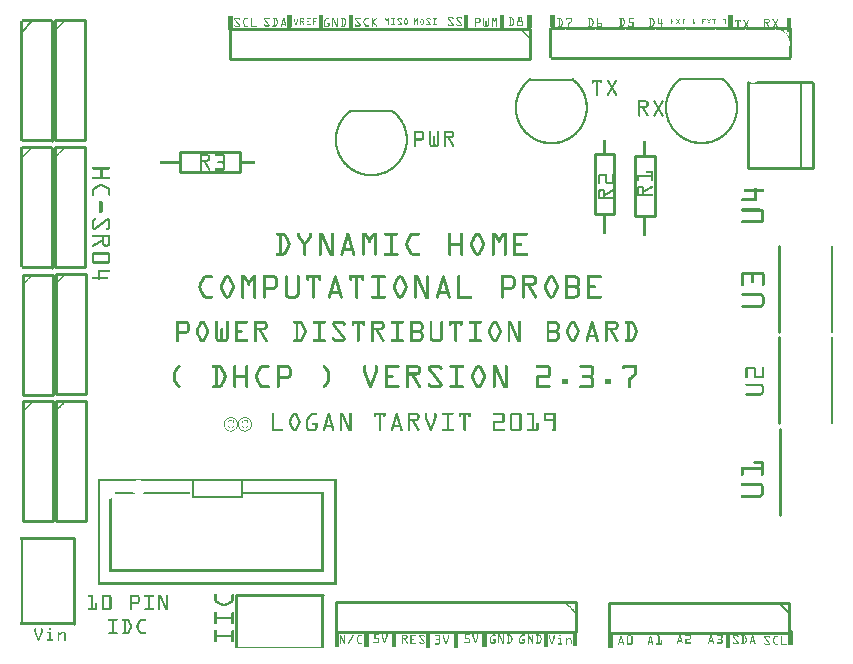
<source format=gto>
G04 MADE WITH FRITZING*
G04 WWW.FRITZING.ORG*
G04 DOUBLE SIDED*
G04 HOLES PLATED*
G04 CONTOUR ON CENTER OF CONTOUR VECTOR*
%ASAXBY*%
%FSLAX23Y23*%
%MOIN*%
%OFA0B0*%
%SFA1.0B1.0*%
%ADD10R,0.173200X0.063000X0.157200X0.047000*%
%ADD11C,0.008000*%
%ADD12C,0.010000*%
%ADD13C,0.005000*%
%ADD14C,0.007874*%
%ADD15R,0.001000X0.001000*%
%LNSILK1*%
G90*
G70*
G54D11*
X574Y559D02*
X739Y559D01*
X739Y504D01*
X574Y504D01*
X574Y559D01*
D02*
G54D12*
X2562Y150D02*
X1962Y150D01*
D02*
X1962Y150D02*
X1962Y50D01*
D02*
X1962Y50D02*
X2562Y50D01*
D02*
X2562Y50D02*
X2562Y150D01*
G54D13*
D02*
X2527Y150D02*
X2562Y115D01*
G54D12*
D02*
X1852Y151D02*
X1052Y151D01*
D02*
X1052Y151D02*
X1052Y51D01*
D02*
X1052Y51D02*
X1852Y51D01*
D02*
X1852Y51D02*
X1852Y151D01*
D02*
X1700Y2064D02*
X700Y2064D01*
D02*
X700Y2064D02*
X700Y1964D01*
D02*
X700Y1964D02*
X1700Y1964D01*
D02*
X1700Y1964D02*
X1700Y2064D01*
D02*
X2531Y730D02*
X2531Y444D01*
D02*
X117Y1246D02*
X117Y846D01*
D02*
X117Y846D02*
X217Y846D01*
D02*
X217Y846D02*
X217Y1246D01*
D02*
X217Y1246D02*
X117Y1246D01*
D02*
X9Y822D02*
X9Y422D01*
D02*
X9Y422D02*
X109Y422D01*
D02*
X109Y422D02*
X109Y822D01*
D02*
X109Y822D02*
X9Y822D01*
D02*
X119Y824D02*
X119Y424D01*
D02*
X119Y424D02*
X219Y424D01*
D02*
X219Y424D02*
X219Y824D01*
D02*
X219Y824D02*
X119Y824D01*
D02*
X7Y1244D02*
X7Y844D01*
D02*
X7Y844D02*
X107Y844D01*
D02*
X107Y844D02*
X107Y1244D01*
D02*
X107Y1244D02*
X7Y1244D01*
D02*
X114Y1668D02*
X114Y1268D01*
D02*
X114Y1268D02*
X214Y1268D01*
D02*
X214Y1268D02*
X214Y1668D01*
D02*
X214Y1668D02*
X114Y1668D01*
D02*
X105Y1267D02*
X105Y1667D01*
D02*
X114Y2091D02*
X114Y1691D01*
D02*
X114Y1691D02*
X214Y1691D01*
D02*
X214Y1691D02*
X214Y2091D01*
D02*
X214Y2091D02*
X114Y2091D01*
D02*
X105Y1689D02*
X105Y2089D01*
G54D13*
D02*
X5Y2054D02*
X40Y2089D01*
G54D12*
D02*
X1008Y177D02*
X722Y177D01*
D02*
X180Y80D02*
X180Y365D01*
G54D13*
D02*
X4Y365D02*
X4Y80D01*
G54D12*
D02*
X2426Y1598D02*
X2642Y1598D01*
D02*
X2642Y1598D02*
X2642Y1884D01*
G54D13*
D02*
X2602Y1598D02*
X2602Y1884D01*
G54D12*
D02*
X2528Y1339D02*
X2528Y1053D01*
G54D13*
D02*
X2704Y1053D02*
X2704Y1339D01*
G54D12*
D02*
X2528Y1035D02*
X2528Y749D01*
G54D13*
D02*
X2704Y749D02*
X2704Y1035D01*
G54D12*
D02*
X2049Y1439D02*
X2049Y1639D01*
D02*
X2049Y1639D02*
X2115Y1639D01*
D02*
X2115Y1639D02*
X2115Y1439D01*
D02*
X2115Y1439D02*
X2049Y1439D01*
D02*
X1914Y1445D02*
X1914Y1645D01*
D02*
X1914Y1645D02*
X1980Y1645D01*
D02*
X1980Y1645D02*
X1980Y1445D01*
D02*
X1980Y1445D02*
X1914Y1445D01*
D02*
X533Y1651D02*
X733Y1651D01*
D02*
X733Y1651D02*
X733Y1585D01*
D02*
X733Y1585D02*
X533Y1585D01*
D02*
X533Y1585D02*
X533Y1651D01*
G54D14*
X2341Y1895D02*
X2199Y1895D01*
D02*
X1840Y1894D02*
X1698Y1894D01*
D02*
X1240Y1788D02*
X1099Y1788D01*
D02*
G54D15*
X889Y2108D02*
X903Y2108D01*
X994Y2108D02*
X1008Y2108D01*
X1094Y2108D02*
X1108Y2108D01*
X1478Y2108D02*
X1491Y2108D01*
X1598Y2108D02*
X1611Y2108D01*
X1689Y2108D02*
X1703Y2108D01*
X1767Y2108D02*
X1781Y2108D01*
X2360Y2108D02*
X2374Y2108D01*
X889Y2107D02*
X903Y2107D01*
X994Y2107D02*
X1008Y2107D01*
X1094Y2107D02*
X1108Y2107D01*
X1478Y2107D02*
X1491Y2107D01*
X1598Y2107D02*
X1611Y2107D01*
X1689Y2107D02*
X1703Y2107D01*
X1767Y2107D02*
X1781Y2107D01*
X2360Y2107D02*
X2374Y2107D01*
X889Y2106D02*
X903Y2106D01*
X994Y2106D02*
X1008Y2106D01*
X1094Y2106D02*
X1108Y2106D01*
X1478Y2106D02*
X1491Y2106D01*
X1598Y2106D02*
X1611Y2106D01*
X1689Y2106D02*
X1703Y2106D01*
X1767Y2106D02*
X1781Y2106D01*
X2360Y2106D02*
X2374Y2106D01*
X889Y2105D02*
X903Y2105D01*
X994Y2105D02*
X1008Y2105D01*
X1094Y2105D02*
X1108Y2105D01*
X1478Y2105D02*
X1491Y2105D01*
X1598Y2105D02*
X1611Y2105D01*
X1689Y2105D02*
X1703Y2105D01*
X1767Y2105D02*
X1781Y2105D01*
X2360Y2105D02*
X2374Y2105D01*
X693Y2104D02*
X707Y2104D01*
X889Y2104D02*
X903Y2104D01*
X994Y2104D02*
X1008Y2104D01*
X1094Y2104D02*
X1108Y2104D01*
X1478Y2104D02*
X1491Y2104D01*
X1598Y2104D02*
X1611Y2104D01*
X1689Y2104D02*
X1703Y2104D01*
X1767Y2104D02*
X1781Y2104D01*
X2360Y2104D02*
X2374Y2104D01*
X693Y2103D02*
X707Y2103D01*
X889Y2103D02*
X903Y2103D01*
X994Y2103D02*
X1008Y2103D01*
X1094Y2103D02*
X1108Y2103D01*
X1478Y2103D02*
X1491Y2103D01*
X1598Y2103D02*
X1611Y2103D01*
X1689Y2103D02*
X1703Y2103D01*
X1767Y2103D02*
X1781Y2103D01*
X2360Y2103D02*
X2374Y2103D01*
X693Y2102D02*
X707Y2102D01*
X889Y2102D02*
X903Y2102D01*
X994Y2102D02*
X1008Y2102D01*
X1094Y2102D02*
X1108Y2102D01*
X1427Y2102D02*
X1440Y2102D01*
X1456Y2102D02*
X1468Y2102D01*
X1478Y2102D02*
X1491Y2102D01*
X1598Y2102D02*
X1611Y2102D01*
X1689Y2102D02*
X1703Y2102D01*
X1767Y2102D02*
X1781Y2102D01*
X2360Y2102D02*
X2374Y2102D01*
X693Y2101D02*
X707Y2101D01*
X889Y2101D02*
X903Y2101D01*
X994Y2101D02*
X1008Y2101D01*
X1094Y2101D02*
X1108Y2101D01*
X1426Y2101D02*
X1441Y2101D01*
X1454Y2101D02*
X1470Y2101D01*
X1478Y2101D02*
X1491Y2101D01*
X1598Y2101D02*
X1611Y2101D01*
X1628Y2101D02*
X1639Y2101D01*
X1660Y2101D02*
X1670Y2101D01*
X1689Y2101D02*
X1703Y2101D01*
X1767Y2101D02*
X1781Y2101D01*
X2360Y2101D02*
X2374Y2101D01*
X693Y2100D02*
X707Y2100D01*
X813Y2100D02*
X827Y2100D01*
X840Y2100D02*
X851Y2100D01*
X876Y2100D02*
X878Y2100D01*
X889Y2100D02*
X903Y2100D01*
X994Y2100D02*
X1008Y2100D01*
X1094Y2100D02*
X1108Y2100D01*
X1117Y2100D02*
X1131Y2100D01*
X1150Y2100D02*
X1161Y2100D01*
X1172Y2100D02*
X1174Y2100D01*
X1187Y2100D02*
X1190Y2100D01*
X1425Y2100D02*
X1442Y2100D01*
X1453Y2100D02*
X1471Y2100D01*
X1478Y2100D02*
X1491Y2100D01*
X1514Y2100D02*
X1528Y2100D01*
X1544Y2100D02*
X1544Y2100D01*
X1559Y2100D02*
X1559Y2100D01*
X1571Y2100D02*
X1575Y2100D01*
X1585Y2100D02*
X1589Y2100D01*
X1598Y2100D02*
X1611Y2100D01*
X1628Y2100D02*
X1640Y2100D01*
X1660Y2100D02*
X1671Y2100D01*
X1689Y2100D02*
X1703Y2100D01*
X1767Y2100D02*
X1781Y2100D01*
X2360Y2100D02*
X2374Y2100D01*
X2556Y2100D02*
X2569Y2100D01*
X693Y2099D02*
X707Y2099D01*
X714Y2099D02*
X729Y2099D01*
X748Y2099D02*
X759Y2099D01*
X769Y2099D02*
X772Y2099D01*
X812Y2099D02*
X829Y2099D01*
X840Y2099D02*
X852Y2099D01*
X876Y2099D02*
X879Y2099D01*
X889Y2099D02*
X903Y2099D01*
X994Y2099D02*
X1008Y2099D01*
X1019Y2099D02*
X1029Y2099D01*
X1039Y2099D02*
X1044Y2099D01*
X1055Y2099D02*
X1058Y2099D01*
X1068Y2099D02*
X1079Y2099D01*
X1094Y2099D02*
X1108Y2099D01*
X1116Y2099D02*
X1132Y2099D01*
X1149Y2099D02*
X1162Y2099D01*
X1171Y2099D02*
X1174Y2099D01*
X1186Y2099D02*
X1190Y2099D01*
X1425Y2099D02*
X1443Y2099D01*
X1453Y2099D02*
X1471Y2099D01*
X1478Y2099D02*
X1491Y2099D01*
X1514Y2099D02*
X1530Y2099D01*
X1543Y2099D02*
X1545Y2099D01*
X1558Y2099D02*
X1561Y2099D01*
X1571Y2099D02*
X1575Y2099D01*
X1585Y2099D02*
X1589Y2099D01*
X1598Y2099D02*
X1611Y2099D01*
X1628Y2099D02*
X1641Y2099D01*
X1660Y2099D02*
X1671Y2099D01*
X1689Y2099D02*
X1703Y2099D01*
X1767Y2099D02*
X1781Y2099D01*
X1894Y2099D02*
X1901Y2099D01*
X1923Y2099D02*
X1924Y2099D01*
X1997Y2099D02*
X2008Y2099D01*
X2029Y2099D02*
X2043Y2099D01*
X2096Y2099D02*
X2106Y2099D01*
X2125Y2099D02*
X2127Y2099D01*
X2360Y2099D02*
X2374Y2099D01*
X2556Y2099D02*
X2569Y2099D01*
X693Y2098D02*
X707Y2098D01*
X713Y2098D02*
X730Y2098D01*
X747Y2098D02*
X759Y2098D01*
X769Y2098D02*
X772Y2098D01*
X812Y2098D02*
X829Y2098D01*
X840Y2098D02*
X853Y2098D01*
X876Y2098D02*
X879Y2098D01*
X889Y2098D02*
X903Y2098D01*
X994Y2098D02*
X1008Y2098D01*
X1018Y2098D02*
X1030Y2098D01*
X1039Y2098D02*
X1045Y2098D01*
X1055Y2098D02*
X1058Y2098D01*
X1068Y2098D02*
X1080Y2098D01*
X1094Y2098D02*
X1108Y2098D01*
X1115Y2098D02*
X1133Y2098D01*
X1148Y2098D02*
X1161Y2098D01*
X1171Y2098D02*
X1174Y2098D01*
X1185Y2098D02*
X1190Y2098D01*
X1215Y2098D02*
X1217Y2098D01*
X1225Y2098D02*
X1228Y2098D01*
X1236Y2098D02*
X1249Y2098D01*
X1259Y2098D02*
X1268Y2098D01*
X1284Y2098D02*
X1286Y2098D01*
X1425Y2098D02*
X1428Y2098D01*
X1440Y2098D02*
X1443Y2098D01*
X1453Y2098D02*
X1456Y2098D01*
X1468Y2098D02*
X1471Y2098D01*
X1478Y2098D02*
X1491Y2098D01*
X1514Y2098D02*
X1531Y2098D01*
X1542Y2098D02*
X1545Y2098D01*
X1558Y2098D02*
X1561Y2098D01*
X1571Y2098D02*
X1576Y2098D01*
X1584Y2098D02*
X1589Y2098D01*
X1598Y2098D02*
X1611Y2098D01*
X1629Y2098D02*
X1641Y2098D01*
X1660Y2098D02*
X1671Y2098D01*
X1689Y2098D02*
X1703Y2098D01*
X1767Y2098D02*
X1781Y2098D01*
X1791Y2098D02*
X1801Y2098D01*
X1819Y2098D02*
X1837Y2098D01*
X1893Y2098D02*
X1904Y2098D01*
X1921Y2098D02*
X1925Y2098D01*
X1997Y2098D02*
X2009Y2098D01*
X2029Y2098D02*
X2043Y2098D01*
X2095Y2098D02*
X2108Y2098D01*
X2125Y2098D02*
X2128Y2098D01*
X2360Y2098D02*
X2374Y2098D01*
X2556Y2098D02*
X2569Y2098D01*
X693Y2097D02*
X707Y2097D01*
X713Y2097D02*
X730Y2097D01*
X746Y2097D02*
X759Y2097D01*
X769Y2097D02*
X772Y2097D01*
X811Y2097D02*
X830Y2097D01*
X841Y2097D02*
X854Y2097D01*
X875Y2097D02*
X880Y2097D01*
X889Y2097D02*
X903Y2097D01*
X912Y2097D02*
X912Y2097D01*
X924Y2097D02*
X924Y2097D01*
X933Y2097D02*
X943Y2097D01*
X954Y2097D02*
X967Y2097D01*
X975Y2097D02*
X988Y2097D01*
X994Y2097D02*
X1008Y2097D01*
X1018Y2097D02*
X1029Y2097D01*
X1039Y2097D02*
X1045Y2097D01*
X1055Y2097D02*
X1058Y2097D01*
X1068Y2097D02*
X1081Y2097D01*
X1094Y2097D02*
X1108Y2097D01*
X1115Y2097D02*
X1133Y2097D01*
X1148Y2097D02*
X1160Y2097D01*
X1171Y2097D02*
X1174Y2097D01*
X1184Y2097D02*
X1189Y2097D01*
X1214Y2097D02*
X1218Y2097D01*
X1224Y2097D02*
X1228Y2097D01*
X1236Y2097D02*
X1249Y2097D01*
X1258Y2097D02*
X1270Y2097D01*
X1283Y2097D02*
X1287Y2097D01*
X1311Y2097D02*
X1314Y2097D01*
X1322Y2097D02*
X1324Y2097D01*
X1338Y2097D02*
X1339Y2097D01*
X1356Y2097D02*
X1364Y2097D01*
X1376Y2097D02*
X1387Y2097D01*
X1425Y2097D02*
X1428Y2097D01*
X1440Y2097D02*
X1443Y2097D01*
X1453Y2097D02*
X1457Y2097D01*
X1469Y2097D02*
X1471Y2097D01*
X1478Y2097D02*
X1491Y2097D01*
X1514Y2097D02*
X1532Y2097D01*
X1542Y2097D02*
X1545Y2097D01*
X1558Y2097D02*
X1561Y2097D01*
X1571Y2097D02*
X1577Y2097D01*
X1583Y2097D02*
X1589Y2097D01*
X1598Y2097D02*
X1611Y2097D01*
X1631Y2097D02*
X1634Y2097D01*
X1638Y2097D02*
X1642Y2097D01*
X1660Y2097D02*
X1663Y2097D01*
X1668Y2097D02*
X1671Y2097D01*
X1689Y2097D02*
X1703Y2097D01*
X1767Y2097D02*
X1781Y2097D01*
X1790Y2097D02*
X1802Y2097D01*
X1819Y2097D02*
X1837Y2097D01*
X1892Y2097D02*
X1905Y2097D01*
X1921Y2097D02*
X1926Y2097D01*
X1997Y2097D02*
X2010Y2097D01*
X2029Y2097D02*
X2043Y2097D01*
X2096Y2097D02*
X2109Y2097D01*
X2125Y2097D02*
X2128Y2097D01*
X2360Y2097D02*
X2374Y2097D01*
X2556Y2097D02*
X2569Y2097D01*
X693Y2096D02*
X707Y2096D01*
X713Y2096D02*
X716Y2096D01*
X726Y2096D02*
X731Y2096D01*
X745Y2096D02*
X750Y2096D01*
X769Y2096D02*
X772Y2096D01*
X811Y2096D02*
X815Y2096D01*
X827Y2096D02*
X830Y2096D01*
X844Y2096D02*
X847Y2096D01*
X851Y2096D02*
X854Y2096D01*
X875Y2096D02*
X880Y2096D01*
X889Y2096D02*
X903Y2096D01*
X911Y2096D02*
X913Y2096D01*
X923Y2096D02*
X925Y2096D01*
X932Y2096D02*
X945Y2096D01*
X954Y2096D02*
X967Y2096D01*
X975Y2096D02*
X989Y2096D01*
X994Y2096D02*
X1008Y2096D01*
X1017Y2096D02*
X1022Y2096D01*
X1039Y2096D02*
X1045Y2096D01*
X1055Y2096D02*
X1058Y2096D01*
X1071Y2096D02*
X1075Y2096D01*
X1077Y2096D02*
X1082Y2096D01*
X1094Y2096D02*
X1108Y2096D01*
X1115Y2096D02*
X1118Y2096D01*
X1130Y2096D02*
X1133Y2096D01*
X1147Y2096D02*
X1151Y2096D01*
X1171Y2096D02*
X1174Y2096D01*
X1182Y2096D02*
X1188Y2096D01*
X1214Y2096D02*
X1219Y2096D01*
X1224Y2096D02*
X1228Y2096D01*
X1236Y2096D02*
X1249Y2096D01*
X1257Y2096D02*
X1270Y2096D01*
X1282Y2096D02*
X1288Y2096D01*
X1311Y2096D02*
X1314Y2096D01*
X1321Y2096D02*
X1324Y2096D01*
X1337Y2096D02*
X1341Y2096D01*
X1354Y2096D02*
X1366Y2096D01*
X1375Y2096D02*
X1388Y2096D01*
X1425Y2096D02*
X1429Y2096D01*
X1441Y2096D02*
X1443Y2096D01*
X1453Y2096D02*
X1457Y2096D01*
X1469Y2096D02*
X1471Y2096D01*
X1478Y2096D02*
X1491Y2096D01*
X1514Y2096D02*
X1517Y2096D01*
X1528Y2096D02*
X1532Y2096D01*
X1542Y2096D02*
X1545Y2096D01*
X1558Y2096D02*
X1561Y2096D01*
X1571Y2096D02*
X1578Y2096D01*
X1582Y2096D02*
X1589Y2096D01*
X1598Y2096D02*
X1611Y2096D01*
X1631Y2096D02*
X1634Y2096D01*
X1639Y2096D02*
X1642Y2096D01*
X1660Y2096D02*
X1663Y2096D01*
X1668Y2096D02*
X1671Y2096D01*
X1689Y2096D02*
X1703Y2096D01*
X1767Y2096D02*
X1781Y2096D01*
X1790Y2096D02*
X1803Y2096D01*
X1818Y2096D02*
X1837Y2096D01*
X1893Y2096D02*
X1906Y2096D01*
X1921Y2096D02*
X1925Y2096D01*
X1998Y2096D02*
X2010Y2096D01*
X2029Y2096D02*
X2042Y2096D01*
X2097Y2096D02*
X2109Y2096D01*
X2125Y2096D02*
X2128Y2096D01*
X2137Y2096D02*
X2139Y2096D01*
X2170Y2096D02*
X2180Y2096D01*
X2187Y2096D02*
X2188Y2096D01*
X2196Y2096D02*
X2197Y2096D01*
X2204Y2096D02*
X2214Y2096D01*
X2238Y2096D02*
X2244Y2096D01*
X2273Y2096D02*
X2283Y2096D01*
X2290Y2096D02*
X2290Y2096D01*
X2300Y2096D02*
X2300Y2096D01*
X2307Y2096D02*
X2317Y2096D01*
X2342Y2096D02*
X2350Y2096D01*
X2360Y2096D02*
X2374Y2096D01*
X2556Y2096D02*
X2569Y2096D01*
X693Y2095D02*
X707Y2095D01*
X713Y2095D02*
X716Y2095D01*
X728Y2095D02*
X731Y2095D01*
X745Y2095D02*
X748Y2095D01*
X769Y2095D02*
X772Y2095D01*
X812Y2095D02*
X815Y2095D01*
X827Y2095D02*
X830Y2095D01*
X844Y2095D02*
X847Y2095D01*
X851Y2095D02*
X855Y2095D01*
X875Y2095D02*
X880Y2095D01*
X889Y2095D02*
X903Y2095D01*
X911Y2095D02*
X913Y2095D01*
X923Y2095D02*
X925Y2095D01*
X932Y2095D02*
X945Y2095D01*
X954Y2095D02*
X967Y2095D01*
X975Y2095D02*
X988Y2095D01*
X994Y2095D02*
X1008Y2095D01*
X1016Y2095D02*
X1020Y2095D01*
X1039Y2095D02*
X1046Y2095D01*
X1055Y2095D02*
X1058Y2095D01*
X1072Y2095D02*
X1075Y2095D01*
X1079Y2095D02*
X1082Y2095D01*
X1094Y2095D02*
X1108Y2095D01*
X1115Y2095D02*
X1119Y2095D01*
X1130Y2095D02*
X1133Y2095D01*
X1147Y2095D02*
X1150Y2095D01*
X1171Y2095D02*
X1174Y2095D01*
X1181Y2095D02*
X1186Y2095D01*
X1214Y2095D02*
X1220Y2095D01*
X1223Y2095D02*
X1228Y2095D01*
X1241Y2095D02*
X1244Y2095D01*
X1257Y2095D02*
X1259Y2095D01*
X1268Y2095D02*
X1271Y2095D01*
X1281Y2095D02*
X1284Y2095D01*
X1286Y2095D02*
X1289Y2095D01*
X1311Y2095D02*
X1315Y2095D01*
X1320Y2095D02*
X1324Y2095D01*
X1336Y2095D02*
X1342Y2095D01*
X1354Y2095D02*
X1366Y2095D01*
X1375Y2095D02*
X1388Y2095D01*
X1426Y2095D02*
X1430Y2095D01*
X1454Y2095D02*
X1458Y2095D01*
X1478Y2095D02*
X1491Y2095D01*
X1514Y2095D02*
X1517Y2095D01*
X1529Y2095D02*
X1533Y2095D01*
X1542Y2095D02*
X1545Y2095D01*
X1558Y2095D02*
X1561Y2095D01*
X1571Y2095D02*
X1578Y2095D01*
X1582Y2095D02*
X1589Y2095D01*
X1598Y2095D02*
X1611Y2095D01*
X1631Y2095D02*
X1634Y2095D01*
X1639Y2095D02*
X1643Y2095D01*
X1660Y2095D02*
X1663Y2095D01*
X1668Y2095D02*
X1671Y2095D01*
X1689Y2095D02*
X1703Y2095D01*
X1767Y2095D02*
X1781Y2095D01*
X1791Y2095D02*
X1804Y2095D01*
X1818Y2095D02*
X1837Y2095D01*
X1896Y2095D02*
X1900Y2095D01*
X1902Y2095D02*
X1906Y2095D01*
X1921Y2095D02*
X1924Y2095D01*
X2000Y2095D02*
X2003Y2095D01*
X2007Y2095D02*
X2011Y2095D01*
X2029Y2095D02*
X2032Y2095D01*
X2099Y2095D02*
X2102Y2095D01*
X2106Y2095D02*
X2110Y2095D01*
X2125Y2095D02*
X2128Y2095D01*
X2136Y2095D02*
X2139Y2095D01*
X2170Y2095D02*
X2180Y2095D01*
X2187Y2095D02*
X2188Y2095D01*
X2195Y2095D02*
X2197Y2095D01*
X2204Y2095D02*
X2214Y2095D01*
X2238Y2095D02*
X2244Y2095D01*
X2273Y2095D02*
X2283Y2095D01*
X2290Y2095D02*
X2291Y2095D01*
X2299Y2095D02*
X2300Y2095D01*
X2307Y2095D02*
X2318Y2095D01*
X2341Y2095D02*
X2351Y2095D01*
X2360Y2095D02*
X2374Y2095D01*
X2479Y2095D02*
X2494Y2095D01*
X2508Y2095D02*
X2510Y2095D01*
X2523Y2095D02*
X2525Y2095D01*
X2556Y2095D02*
X2569Y2095D01*
X5Y2094D02*
X104Y2094D01*
X693Y2094D02*
X707Y2094D01*
X713Y2094D02*
X716Y2094D01*
X728Y2094D02*
X731Y2094D01*
X744Y2094D02*
X748Y2094D01*
X769Y2094D02*
X772Y2094D01*
X812Y2094D02*
X816Y2094D01*
X828Y2094D02*
X829Y2094D01*
X844Y2094D02*
X847Y2094D01*
X852Y2094D02*
X855Y2094D01*
X874Y2094D02*
X880Y2094D01*
X889Y2094D02*
X903Y2094D01*
X911Y2094D02*
X913Y2094D01*
X923Y2094D02*
X925Y2094D01*
X932Y2094D02*
X935Y2094D01*
X943Y2094D02*
X946Y2094D01*
X954Y2094D02*
X956Y2094D01*
X975Y2094D02*
X977Y2094D01*
X994Y2094D02*
X1008Y2094D01*
X1015Y2094D02*
X1019Y2094D01*
X1039Y2094D02*
X1046Y2094D01*
X1055Y2094D02*
X1058Y2094D01*
X1072Y2094D02*
X1075Y2094D01*
X1079Y2094D02*
X1083Y2094D01*
X1094Y2094D02*
X1108Y2094D01*
X1115Y2094D02*
X1119Y2094D01*
X1131Y2094D02*
X1132Y2094D01*
X1146Y2094D02*
X1150Y2094D01*
X1171Y2094D02*
X1174Y2094D01*
X1180Y2094D02*
X1185Y2094D01*
X1214Y2094D02*
X1220Y2094D01*
X1222Y2094D02*
X1228Y2094D01*
X1242Y2094D02*
X1244Y2094D01*
X1257Y2094D02*
X1260Y2094D01*
X1269Y2094D02*
X1271Y2094D01*
X1281Y2094D02*
X1283Y2094D01*
X1287Y2094D02*
X1289Y2094D01*
X1311Y2094D02*
X1316Y2094D01*
X1319Y2094D02*
X1324Y2094D01*
X1335Y2094D02*
X1338Y2094D01*
X1340Y2094D02*
X1342Y2094D01*
X1353Y2094D02*
X1356Y2094D01*
X1364Y2094D02*
X1367Y2094D01*
X1380Y2094D02*
X1383Y2094D01*
X1426Y2094D02*
X1430Y2094D01*
X1455Y2094D02*
X1459Y2094D01*
X1478Y2094D02*
X1491Y2094D01*
X1514Y2094D02*
X1517Y2094D01*
X1530Y2094D02*
X1533Y2094D01*
X1542Y2094D02*
X1545Y2094D01*
X1558Y2094D02*
X1561Y2094D01*
X1571Y2094D02*
X1579Y2094D01*
X1581Y2094D02*
X1589Y2094D01*
X1598Y2094D02*
X1611Y2094D01*
X1631Y2094D02*
X1634Y2094D01*
X1640Y2094D02*
X1643Y2094D01*
X1660Y2094D02*
X1663Y2094D01*
X1668Y2094D02*
X1671Y2094D01*
X1689Y2094D02*
X1703Y2094D01*
X1767Y2094D02*
X1781Y2094D01*
X1794Y2094D02*
X1797Y2094D01*
X1801Y2094D02*
X1804Y2094D01*
X1819Y2094D02*
X1821Y2094D01*
X1834Y2094D02*
X1837Y2094D01*
X1896Y2094D02*
X1899Y2094D01*
X1903Y2094D02*
X1907Y2094D01*
X1921Y2094D02*
X1924Y2094D01*
X2000Y2094D02*
X2003Y2094D01*
X2008Y2094D02*
X2011Y2094D01*
X2029Y2094D02*
X2032Y2094D01*
X2099Y2094D02*
X2102Y2094D01*
X2107Y2094D02*
X2110Y2094D01*
X2125Y2094D02*
X2128Y2094D01*
X2136Y2094D02*
X2139Y2094D01*
X2170Y2094D02*
X2171Y2094D01*
X2187Y2094D02*
X2189Y2094D01*
X2195Y2094D02*
X2197Y2094D01*
X2204Y2094D02*
X2205Y2094D01*
X2208Y2094D02*
X2210Y2094D01*
X2213Y2094D02*
X2214Y2094D01*
X2242Y2094D02*
X2244Y2094D01*
X2273Y2094D02*
X2283Y2094D01*
X2290Y2094D02*
X2292Y2094D01*
X2298Y2094D02*
X2300Y2094D01*
X2307Y2094D02*
X2318Y2094D01*
X2341Y2094D02*
X2351Y2094D01*
X2360Y2094D02*
X2374Y2094D01*
X2479Y2094D02*
X2495Y2094D01*
X2507Y2094D02*
X2510Y2094D01*
X2523Y2094D02*
X2526Y2094D01*
X2556Y2094D02*
X2569Y2094D01*
X5Y2093D02*
X104Y2093D01*
X693Y2093D02*
X707Y2093D01*
X713Y2093D02*
X717Y2093D01*
X729Y2093D02*
X730Y2093D01*
X744Y2093D02*
X747Y2093D01*
X769Y2093D02*
X772Y2093D01*
X813Y2093D02*
X817Y2093D01*
X844Y2093D02*
X847Y2093D01*
X852Y2093D02*
X856Y2093D01*
X874Y2093D02*
X881Y2093D01*
X889Y2093D02*
X903Y2093D01*
X911Y2093D02*
X913Y2093D01*
X923Y2093D02*
X925Y2093D01*
X932Y2093D02*
X934Y2093D01*
X944Y2093D02*
X946Y2093D01*
X954Y2093D02*
X956Y2093D01*
X975Y2093D02*
X977Y2093D01*
X994Y2093D02*
X1008Y2093D01*
X1014Y2093D02*
X1018Y2093D01*
X1039Y2093D02*
X1047Y2093D01*
X1055Y2093D02*
X1058Y2093D01*
X1072Y2093D02*
X1075Y2093D01*
X1080Y2093D02*
X1083Y2093D01*
X1094Y2093D02*
X1108Y2093D01*
X1116Y2093D02*
X1120Y2093D01*
X1146Y2093D02*
X1149Y2093D01*
X1171Y2093D02*
X1174Y2093D01*
X1179Y2093D02*
X1184Y2093D01*
X1214Y2093D02*
X1216Y2093D01*
X1218Y2093D02*
X1224Y2093D01*
X1226Y2093D02*
X1228Y2093D01*
X1242Y2093D02*
X1244Y2093D01*
X1258Y2093D02*
X1260Y2093D01*
X1280Y2093D02*
X1283Y2093D01*
X1287Y2093D02*
X1290Y2093D01*
X1311Y2093D02*
X1316Y2093D01*
X1319Y2093D02*
X1324Y2093D01*
X1335Y2093D02*
X1337Y2093D01*
X1340Y2093D02*
X1343Y2093D01*
X1353Y2093D02*
X1356Y2093D01*
X1365Y2093D02*
X1367Y2093D01*
X1380Y2093D02*
X1382Y2093D01*
X1427Y2093D02*
X1431Y2093D01*
X1456Y2093D02*
X1460Y2093D01*
X1478Y2093D02*
X1491Y2093D01*
X1514Y2093D02*
X1517Y2093D01*
X1530Y2093D02*
X1533Y2093D01*
X1542Y2093D02*
X1545Y2093D01*
X1558Y2093D02*
X1561Y2093D01*
X1571Y2093D02*
X1574Y2093D01*
X1576Y2093D02*
X1584Y2093D01*
X1586Y2093D02*
X1589Y2093D01*
X1598Y2093D02*
X1611Y2093D01*
X1631Y2093D02*
X1634Y2093D01*
X1640Y2093D02*
X1644Y2093D01*
X1660Y2093D02*
X1663Y2093D01*
X1668Y2093D02*
X1671Y2093D01*
X1689Y2093D02*
X1703Y2093D01*
X1767Y2093D02*
X1781Y2093D01*
X1794Y2093D02*
X1797Y2093D01*
X1801Y2093D02*
X1805Y2093D01*
X1820Y2093D02*
X1820Y2093D01*
X1834Y2093D02*
X1837Y2093D01*
X1896Y2093D02*
X1899Y2093D01*
X1904Y2093D02*
X1907Y2093D01*
X1921Y2093D02*
X1924Y2093D01*
X2000Y2093D02*
X2003Y2093D01*
X2008Y2093D02*
X2012Y2093D01*
X2029Y2093D02*
X2032Y2093D01*
X2099Y2093D02*
X2102Y2093D01*
X2107Y2093D02*
X2111Y2093D01*
X2125Y2093D02*
X2128Y2093D01*
X2136Y2093D02*
X2139Y2093D01*
X2170Y2093D02*
X2171Y2093D01*
X2188Y2093D02*
X2190Y2093D01*
X2194Y2093D02*
X2196Y2093D01*
X2204Y2093D02*
X2205Y2093D01*
X2208Y2093D02*
X2210Y2093D01*
X2213Y2093D02*
X2214Y2093D01*
X2242Y2093D02*
X2244Y2093D01*
X2273Y2093D02*
X2274Y2093D01*
X2291Y2093D02*
X2292Y2093D01*
X2298Y2093D02*
X2299Y2093D01*
X2307Y2093D02*
X2308Y2093D01*
X2311Y2093D02*
X2313Y2093D01*
X2316Y2093D02*
X2317Y2093D01*
X2341Y2093D02*
X2342Y2093D01*
X2350Y2093D02*
X2352Y2093D01*
X2360Y2093D02*
X2374Y2093D01*
X2382Y2093D02*
X2401Y2093D01*
X2411Y2093D02*
X2413Y2093D01*
X2426Y2093D02*
X2428Y2093D01*
X2479Y2093D02*
X2496Y2093D01*
X2507Y2093D02*
X2511Y2093D01*
X2522Y2093D02*
X2526Y2093D01*
X2556Y2093D02*
X2569Y2093D01*
X5Y2092D02*
X104Y2092D01*
X146Y2092D02*
X148Y2092D01*
X693Y2092D02*
X707Y2092D01*
X714Y2092D02*
X718Y2092D01*
X743Y2092D02*
X747Y2092D01*
X769Y2092D02*
X772Y2092D01*
X814Y2092D02*
X818Y2092D01*
X844Y2092D02*
X847Y2092D01*
X853Y2092D02*
X856Y2092D01*
X874Y2092D02*
X881Y2092D01*
X889Y2092D02*
X903Y2092D01*
X911Y2092D02*
X913Y2092D01*
X923Y2092D02*
X925Y2092D01*
X932Y2092D02*
X934Y2092D01*
X944Y2092D02*
X946Y2092D01*
X954Y2092D02*
X956Y2092D01*
X975Y2092D02*
X977Y2092D01*
X994Y2092D02*
X1008Y2092D01*
X1014Y2092D02*
X1018Y2092D01*
X1039Y2092D02*
X1047Y2092D01*
X1055Y2092D02*
X1058Y2092D01*
X1072Y2092D02*
X1075Y2092D01*
X1080Y2092D02*
X1084Y2092D01*
X1094Y2092D02*
X1108Y2092D01*
X1117Y2092D02*
X1121Y2092D01*
X1145Y2092D02*
X1149Y2092D01*
X1171Y2092D02*
X1174Y2092D01*
X1178Y2092D02*
X1183Y2092D01*
X1214Y2092D02*
X1216Y2092D01*
X1219Y2092D02*
X1224Y2092D01*
X1226Y2092D02*
X1228Y2092D01*
X1242Y2092D02*
X1244Y2092D01*
X1258Y2092D02*
X1261Y2092D01*
X1280Y2092D02*
X1282Y2092D01*
X1288Y2092D02*
X1290Y2092D01*
X1311Y2092D02*
X1324Y2092D01*
X1334Y2092D02*
X1337Y2092D01*
X1341Y2092D02*
X1343Y2092D01*
X1354Y2092D02*
X1357Y2092D01*
X1366Y2092D02*
X1366Y2092D01*
X1380Y2092D02*
X1382Y2092D01*
X1428Y2092D02*
X1432Y2092D01*
X1456Y2092D02*
X1460Y2092D01*
X1478Y2092D02*
X1491Y2092D01*
X1514Y2092D02*
X1517Y2092D01*
X1530Y2092D02*
X1533Y2092D01*
X1542Y2092D02*
X1545Y2092D01*
X1558Y2092D02*
X1561Y2092D01*
X1571Y2092D02*
X1574Y2092D01*
X1576Y2092D02*
X1584Y2092D01*
X1586Y2092D02*
X1589Y2092D01*
X1598Y2092D02*
X1611Y2092D01*
X1631Y2092D02*
X1634Y2092D01*
X1641Y2092D02*
X1644Y2092D01*
X1660Y2092D02*
X1663Y2092D01*
X1668Y2092D02*
X1671Y2092D01*
X1689Y2092D02*
X1703Y2092D01*
X1767Y2092D02*
X1781Y2092D01*
X1794Y2092D02*
X1797Y2092D01*
X1802Y2092D02*
X1805Y2092D01*
X1834Y2092D02*
X1837Y2092D01*
X1896Y2092D02*
X1899Y2092D01*
X1904Y2092D02*
X1908Y2092D01*
X1921Y2092D02*
X1924Y2092D01*
X2000Y2092D02*
X2003Y2092D01*
X2009Y2092D02*
X2012Y2092D01*
X2029Y2092D02*
X2032Y2092D01*
X2099Y2092D02*
X2102Y2092D01*
X2108Y2092D02*
X2111Y2092D01*
X2125Y2092D02*
X2128Y2092D01*
X2136Y2092D02*
X2139Y2092D01*
X2170Y2092D02*
X2171Y2092D01*
X2188Y2092D02*
X2190Y2092D01*
X2194Y2092D02*
X2195Y2092D01*
X2208Y2092D02*
X2210Y2092D01*
X2242Y2092D02*
X2244Y2092D01*
X2273Y2092D02*
X2274Y2092D01*
X2291Y2092D02*
X2293Y2092D01*
X2297Y2092D02*
X2299Y2092D01*
X2311Y2092D02*
X2313Y2092D01*
X2317Y2092D02*
X2317Y2092D01*
X2341Y2092D02*
X2342Y2092D01*
X2350Y2092D02*
X2352Y2092D01*
X2360Y2092D02*
X2374Y2092D01*
X2382Y2092D02*
X2401Y2092D01*
X2410Y2092D02*
X2413Y2092D01*
X2426Y2092D02*
X2429Y2092D01*
X2479Y2092D02*
X2497Y2092D01*
X2508Y2092D02*
X2512Y2092D01*
X2522Y2092D02*
X2525Y2092D01*
X2556Y2092D02*
X2569Y2092D01*
X5Y2091D02*
X104Y2091D01*
X145Y2091D02*
X149Y2091D01*
X693Y2091D02*
X707Y2091D01*
X715Y2091D02*
X719Y2091D01*
X743Y2091D02*
X746Y2091D01*
X769Y2091D02*
X772Y2091D01*
X814Y2091D02*
X818Y2091D01*
X844Y2091D02*
X847Y2091D01*
X853Y2091D02*
X857Y2091D01*
X873Y2091D02*
X881Y2091D01*
X889Y2091D02*
X903Y2091D01*
X911Y2091D02*
X913Y2091D01*
X923Y2091D02*
X925Y2091D01*
X932Y2091D02*
X934Y2091D01*
X944Y2091D02*
X946Y2091D01*
X954Y2091D02*
X956Y2091D01*
X975Y2091D02*
X977Y2091D01*
X994Y2091D02*
X1008Y2091D01*
X1013Y2091D02*
X1017Y2091D01*
X1039Y2091D02*
X1042Y2091D01*
X1044Y2091D02*
X1048Y2091D01*
X1055Y2091D02*
X1058Y2091D01*
X1072Y2091D02*
X1075Y2091D01*
X1081Y2091D02*
X1084Y2091D01*
X1094Y2091D02*
X1108Y2091D01*
X1118Y2091D02*
X1122Y2091D01*
X1145Y2091D02*
X1148Y2091D01*
X1171Y2091D02*
X1174Y2091D01*
X1177Y2091D02*
X1182Y2091D01*
X1214Y2091D02*
X1216Y2091D01*
X1220Y2091D02*
X1223Y2091D01*
X1226Y2091D02*
X1228Y2091D01*
X1242Y2091D02*
X1244Y2091D01*
X1259Y2091D02*
X1262Y2091D01*
X1279Y2091D02*
X1282Y2091D01*
X1288Y2091D02*
X1291Y2091D01*
X1311Y2091D02*
X1313Y2091D01*
X1315Y2091D02*
X1320Y2091D01*
X1322Y2091D02*
X1324Y2091D01*
X1334Y2091D02*
X1336Y2091D01*
X1341Y2091D02*
X1344Y2091D01*
X1355Y2091D02*
X1357Y2091D01*
X1380Y2091D02*
X1382Y2091D01*
X1429Y2091D02*
X1433Y2091D01*
X1457Y2091D02*
X1461Y2091D01*
X1478Y2091D02*
X1491Y2091D01*
X1514Y2091D02*
X1517Y2091D01*
X1530Y2091D02*
X1533Y2091D01*
X1542Y2091D02*
X1545Y2091D01*
X1558Y2091D02*
X1561Y2091D01*
X1571Y2091D02*
X1574Y2091D01*
X1577Y2091D02*
X1583Y2091D01*
X1586Y2091D02*
X1589Y2091D01*
X1598Y2091D02*
X1611Y2091D01*
X1631Y2091D02*
X1634Y2091D01*
X1642Y2091D02*
X1645Y2091D01*
X1660Y2091D02*
X1663Y2091D01*
X1668Y2091D02*
X1671Y2091D01*
X1689Y2091D02*
X1703Y2091D01*
X1767Y2091D02*
X1781Y2091D01*
X1794Y2091D02*
X1797Y2091D01*
X1802Y2091D02*
X1806Y2091D01*
X1834Y2091D02*
X1837Y2091D01*
X1896Y2091D02*
X1899Y2091D01*
X1905Y2091D02*
X1908Y2091D01*
X1921Y2091D02*
X1924Y2091D01*
X2000Y2091D02*
X2003Y2091D01*
X2009Y2091D02*
X2013Y2091D01*
X2029Y2091D02*
X2032Y2091D01*
X2099Y2091D02*
X2102Y2091D01*
X2108Y2091D02*
X2112Y2091D01*
X2125Y2091D02*
X2128Y2091D01*
X2136Y2091D02*
X2139Y2091D01*
X2170Y2091D02*
X2171Y2091D01*
X2189Y2091D02*
X2191Y2091D01*
X2193Y2091D02*
X2195Y2091D01*
X2208Y2091D02*
X2210Y2091D01*
X2242Y2091D02*
X2244Y2091D01*
X2273Y2091D02*
X2274Y2091D01*
X2292Y2091D02*
X2294Y2091D01*
X2297Y2091D02*
X2298Y2091D01*
X2311Y2091D02*
X2313Y2091D01*
X2341Y2091D02*
X2342Y2091D01*
X2350Y2091D02*
X2352Y2091D01*
X2360Y2091D02*
X2374Y2091D01*
X2382Y2091D02*
X2401Y2091D01*
X2410Y2091D02*
X2414Y2091D01*
X2425Y2091D02*
X2429Y2091D01*
X2479Y2091D02*
X2482Y2091D01*
X2494Y2091D02*
X2497Y2091D01*
X2508Y2091D02*
X2512Y2091D01*
X2521Y2091D02*
X2525Y2091D01*
X2556Y2091D02*
X2569Y2091D01*
X5Y2090D02*
X104Y2090D01*
X144Y2090D02*
X149Y2090D01*
X693Y2090D02*
X707Y2090D01*
X716Y2090D02*
X720Y2090D01*
X742Y2090D02*
X746Y2090D01*
X769Y2090D02*
X772Y2090D01*
X815Y2090D02*
X819Y2090D01*
X844Y2090D02*
X847Y2090D01*
X854Y2090D02*
X857Y2090D01*
X873Y2090D02*
X876Y2090D01*
X878Y2090D02*
X882Y2090D01*
X889Y2090D02*
X903Y2090D01*
X911Y2090D02*
X914Y2090D01*
X923Y2090D02*
X925Y2090D01*
X932Y2090D02*
X935Y2090D01*
X943Y2090D02*
X946Y2090D01*
X954Y2090D02*
X956Y2090D01*
X975Y2090D02*
X977Y2090D01*
X994Y2090D02*
X1008Y2090D01*
X1012Y2090D02*
X1016Y2090D01*
X1039Y2090D02*
X1042Y2090D01*
X1045Y2090D02*
X1048Y2090D01*
X1055Y2090D02*
X1058Y2090D01*
X1072Y2090D02*
X1075Y2090D01*
X1081Y2090D02*
X1085Y2090D01*
X1094Y2090D02*
X1108Y2090D01*
X1118Y2090D02*
X1123Y2090D01*
X1144Y2090D02*
X1148Y2090D01*
X1171Y2090D02*
X1181Y2090D01*
X1214Y2090D02*
X1216Y2090D01*
X1220Y2090D02*
X1222Y2090D01*
X1226Y2090D02*
X1228Y2090D01*
X1242Y2090D02*
X1244Y2090D01*
X1260Y2090D02*
X1263Y2090D01*
X1279Y2090D02*
X1281Y2090D01*
X1289Y2090D02*
X1291Y2090D01*
X1311Y2090D02*
X1313Y2090D01*
X1316Y2090D02*
X1319Y2090D01*
X1322Y2090D02*
X1324Y2090D01*
X1333Y2090D02*
X1336Y2090D01*
X1342Y2090D02*
X1344Y2090D01*
X1355Y2090D02*
X1358Y2090D01*
X1380Y2090D02*
X1382Y2090D01*
X1429Y2090D02*
X1434Y2090D01*
X1458Y2090D02*
X1462Y2090D01*
X1478Y2090D02*
X1491Y2090D01*
X1514Y2090D02*
X1517Y2090D01*
X1530Y2090D02*
X1533Y2090D01*
X1542Y2090D02*
X1545Y2090D01*
X1558Y2090D02*
X1561Y2090D01*
X1571Y2090D02*
X1574Y2090D01*
X1578Y2090D02*
X1582Y2090D01*
X1586Y2090D02*
X1589Y2090D01*
X1598Y2090D02*
X1611Y2090D01*
X1631Y2090D02*
X1634Y2090D01*
X1642Y2090D02*
X1645Y2090D01*
X1660Y2090D02*
X1663Y2090D01*
X1668Y2090D02*
X1671Y2090D01*
X1689Y2090D02*
X1703Y2090D01*
X1767Y2090D02*
X1781Y2090D01*
X1794Y2090D02*
X1797Y2090D01*
X1803Y2090D02*
X1806Y2090D01*
X1834Y2090D02*
X1837Y2090D01*
X1896Y2090D02*
X1899Y2090D01*
X1905Y2090D02*
X1909Y2090D01*
X1921Y2090D02*
X1924Y2090D01*
X2000Y2090D02*
X2003Y2090D01*
X2010Y2090D02*
X2013Y2090D01*
X2029Y2090D02*
X2032Y2090D01*
X2099Y2090D02*
X2102Y2090D01*
X2109Y2090D02*
X2112Y2090D01*
X2125Y2090D02*
X2128Y2090D01*
X2136Y2090D02*
X2139Y2090D01*
X2170Y2090D02*
X2171Y2090D01*
X2190Y2090D02*
X2194Y2090D01*
X2208Y2090D02*
X2210Y2090D01*
X2242Y2090D02*
X2244Y2090D01*
X2273Y2090D02*
X2274Y2090D01*
X2292Y2090D02*
X2294Y2090D01*
X2296Y2090D02*
X2298Y2090D01*
X2311Y2090D02*
X2313Y2090D01*
X2341Y2090D02*
X2342Y2090D01*
X2350Y2090D02*
X2352Y2090D01*
X2360Y2090D02*
X2374Y2090D01*
X2382Y2090D02*
X2401Y2090D01*
X2411Y2090D02*
X2415Y2090D01*
X2425Y2090D02*
X2428Y2090D01*
X2479Y2090D02*
X2482Y2090D01*
X2494Y2090D02*
X2497Y2090D01*
X2509Y2090D02*
X2513Y2090D01*
X2520Y2090D02*
X2524Y2090D01*
X2556Y2090D02*
X2569Y2090D01*
X0Y2089D02*
X104Y2089D01*
X143Y2089D02*
X149Y2089D01*
X693Y2089D02*
X707Y2089D01*
X716Y2089D02*
X720Y2089D01*
X742Y2089D02*
X745Y2089D01*
X769Y2089D02*
X772Y2089D01*
X816Y2089D02*
X820Y2089D01*
X844Y2089D02*
X847Y2089D01*
X854Y2089D02*
X858Y2089D01*
X873Y2089D02*
X876Y2089D01*
X879Y2089D02*
X882Y2089D01*
X889Y2089D02*
X903Y2089D01*
X912Y2089D02*
X914Y2089D01*
X922Y2089D02*
X924Y2089D01*
X932Y2089D02*
X945Y2089D01*
X954Y2089D02*
X956Y2089D01*
X975Y2089D02*
X985Y2089D01*
X994Y2089D02*
X1008Y2089D01*
X1012Y2089D02*
X1015Y2089D01*
X1039Y2089D02*
X1042Y2089D01*
X1045Y2089D02*
X1048Y2089D01*
X1055Y2089D02*
X1058Y2089D01*
X1072Y2089D02*
X1075Y2089D01*
X1082Y2089D02*
X1085Y2089D01*
X1094Y2089D02*
X1108Y2089D01*
X1119Y2089D02*
X1123Y2089D01*
X1144Y2089D02*
X1147Y2089D01*
X1171Y2089D02*
X1179Y2089D01*
X1214Y2089D02*
X1216Y2089D01*
X1220Y2089D02*
X1222Y2089D01*
X1226Y2089D02*
X1228Y2089D01*
X1242Y2089D02*
X1244Y2089D01*
X1261Y2089D02*
X1264Y2089D01*
X1279Y2089D02*
X1281Y2089D01*
X1289Y2089D02*
X1292Y2089D01*
X1311Y2089D02*
X1313Y2089D01*
X1316Y2089D02*
X1319Y2089D01*
X1322Y2089D02*
X1324Y2089D01*
X1333Y2089D02*
X1335Y2089D01*
X1343Y2089D02*
X1345Y2089D01*
X1356Y2089D02*
X1359Y2089D01*
X1380Y2089D02*
X1382Y2089D01*
X1430Y2089D02*
X1434Y2089D01*
X1459Y2089D02*
X1463Y2089D01*
X1478Y2089D02*
X1491Y2089D01*
X1514Y2089D02*
X1517Y2089D01*
X1530Y2089D02*
X1533Y2089D01*
X1542Y2089D02*
X1545Y2089D01*
X1550Y2089D02*
X1553Y2089D01*
X1558Y2089D02*
X1561Y2089D01*
X1571Y2089D02*
X1574Y2089D01*
X1578Y2089D02*
X1582Y2089D01*
X1586Y2089D02*
X1589Y2089D01*
X1598Y2089D02*
X1611Y2089D01*
X1631Y2089D02*
X1634Y2089D01*
X1643Y2089D02*
X1646Y2089D01*
X1660Y2089D02*
X1663Y2089D01*
X1668Y2089D02*
X1671Y2089D01*
X1689Y2089D02*
X1703Y2089D01*
X1767Y2089D02*
X1781Y2089D01*
X1794Y2089D02*
X1797Y2089D01*
X1803Y2089D02*
X1807Y2089D01*
X1834Y2089D02*
X1837Y2089D01*
X1896Y2089D02*
X1899Y2089D01*
X1906Y2089D02*
X1909Y2089D01*
X1921Y2089D02*
X1924Y2089D01*
X2000Y2089D02*
X2003Y2089D01*
X2010Y2089D02*
X2014Y2089D01*
X2029Y2089D02*
X2032Y2089D01*
X2099Y2089D02*
X2102Y2089D01*
X2109Y2089D02*
X2113Y2089D01*
X2125Y2089D02*
X2128Y2089D01*
X2136Y2089D02*
X2139Y2089D01*
X2170Y2089D02*
X2171Y2089D01*
X2190Y2089D02*
X2194Y2089D01*
X2208Y2089D02*
X2210Y2089D01*
X2242Y2089D02*
X2244Y2089D01*
X2273Y2089D02*
X2274Y2089D01*
X2293Y2089D02*
X2297Y2089D01*
X2311Y2089D02*
X2313Y2089D01*
X2341Y2089D02*
X2342Y2089D01*
X2350Y2089D02*
X2352Y2089D01*
X2360Y2089D02*
X2374Y2089D01*
X2382Y2089D02*
X2385Y2089D01*
X2390Y2089D02*
X2393Y2089D01*
X2398Y2089D02*
X2401Y2089D01*
X2412Y2089D02*
X2415Y2089D01*
X2424Y2089D02*
X2428Y2089D01*
X2479Y2089D02*
X2482Y2089D01*
X2495Y2089D02*
X2498Y2089D01*
X2510Y2089D02*
X2513Y2089D01*
X2520Y2089D02*
X2523Y2089D01*
X2556Y2089D02*
X2569Y2089D01*
X0Y2088D02*
X104Y2088D01*
X142Y2088D02*
X148Y2088D01*
X693Y2088D02*
X707Y2088D01*
X717Y2088D02*
X721Y2088D01*
X742Y2088D02*
X745Y2088D01*
X769Y2088D02*
X772Y2088D01*
X817Y2088D02*
X821Y2088D01*
X844Y2088D02*
X847Y2088D01*
X855Y2088D02*
X858Y2088D01*
X873Y2088D02*
X876Y2088D01*
X879Y2088D02*
X882Y2088D01*
X889Y2088D02*
X903Y2088D01*
X912Y2088D02*
X914Y2088D01*
X922Y2088D02*
X924Y2088D01*
X932Y2088D02*
X945Y2088D01*
X954Y2088D02*
X956Y2088D01*
X975Y2088D02*
X986Y2088D01*
X994Y2088D02*
X1008Y2088D01*
X1011Y2088D02*
X1015Y2088D01*
X1039Y2088D02*
X1042Y2088D01*
X1046Y2088D02*
X1049Y2088D01*
X1055Y2088D02*
X1058Y2088D01*
X1072Y2088D02*
X1075Y2088D01*
X1082Y2088D02*
X1086Y2088D01*
X1094Y2088D02*
X1108Y2088D01*
X1120Y2088D02*
X1124Y2088D01*
X1143Y2088D02*
X1147Y2088D01*
X1171Y2088D02*
X1178Y2088D01*
X1214Y2088D02*
X1216Y2088D01*
X1221Y2088D02*
X1221Y2088D01*
X1226Y2088D02*
X1228Y2088D01*
X1242Y2088D02*
X1244Y2088D01*
X1261Y2088D02*
X1264Y2088D01*
X1278Y2088D02*
X1280Y2088D01*
X1290Y2088D02*
X1292Y2088D01*
X1311Y2088D02*
X1313Y2088D01*
X1317Y2088D02*
X1318Y2088D01*
X1322Y2088D02*
X1324Y2088D01*
X1332Y2088D02*
X1335Y2088D01*
X1343Y2088D02*
X1345Y2088D01*
X1357Y2088D02*
X1360Y2088D01*
X1380Y2088D02*
X1382Y2088D01*
X1431Y2088D02*
X1435Y2088D01*
X1459Y2088D02*
X1464Y2088D01*
X1478Y2088D02*
X1491Y2088D01*
X1514Y2088D02*
X1517Y2088D01*
X1530Y2088D02*
X1533Y2088D01*
X1542Y2088D02*
X1545Y2088D01*
X1550Y2088D02*
X1553Y2088D01*
X1558Y2088D02*
X1561Y2088D01*
X1571Y2088D02*
X1574Y2088D01*
X1579Y2088D02*
X1581Y2088D01*
X1586Y2088D02*
X1589Y2088D01*
X1598Y2088D02*
X1611Y2088D01*
X1631Y2088D02*
X1634Y2088D01*
X1643Y2088D02*
X1646Y2088D01*
X1658Y2088D02*
X1672Y2088D01*
X1689Y2088D02*
X1703Y2088D01*
X1767Y2088D02*
X1781Y2088D01*
X1794Y2088D02*
X1797Y2088D01*
X1804Y2088D02*
X1807Y2088D01*
X1834Y2088D02*
X1837Y2088D01*
X1896Y2088D02*
X1899Y2088D01*
X1906Y2088D02*
X1910Y2088D01*
X1921Y2088D02*
X1924Y2088D01*
X2000Y2088D02*
X2003Y2088D01*
X2011Y2088D02*
X2014Y2088D01*
X2029Y2088D02*
X2032Y2088D01*
X2099Y2088D02*
X2102Y2088D01*
X2110Y2088D02*
X2113Y2088D01*
X2125Y2088D02*
X2128Y2088D01*
X2136Y2088D02*
X2139Y2088D01*
X2170Y2088D02*
X2175Y2088D01*
X2191Y2088D02*
X2193Y2088D01*
X2208Y2088D02*
X2210Y2088D01*
X2242Y2088D02*
X2244Y2088D01*
X2273Y2088D02*
X2278Y2088D01*
X2294Y2088D02*
X2297Y2088D01*
X2311Y2088D02*
X2313Y2088D01*
X2341Y2088D02*
X2342Y2088D01*
X2350Y2088D02*
X2352Y2088D01*
X2360Y2088D02*
X2374Y2088D01*
X2382Y2088D02*
X2385Y2088D01*
X2390Y2088D02*
X2393Y2088D01*
X2398Y2088D02*
X2400Y2088D01*
X2412Y2088D02*
X2416Y2088D01*
X2423Y2088D02*
X2427Y2088D01*
X2479Y2088D02*
X2482Y2088D01*
X2495Y2088D02*
X2498Y2088D01*
X2510Y2088D02*
X2514Y2088D01*
X2519Y2088D02*
X2523Y2088D01*
X2556Y2088D02*
X2569Y2088D01*
X0Y2087D02*
X104Y2087D01*
X141Y2087D02*
X147Y2087D01*
X693Y2087D02*
X707Y2087D01*
X718Y2087D02*
X722Y2087D01*
X741Y2087D02*
X744Y2087D01*
X769Y2087D02*
X772Y2087D01*
X817Y2087D02*
X822Y2087D01*
X844Y2087D02*
X847Y2087D01*
X855Y2087D02*
X858Y2087D01*
X872Y2087D02*
X875Y2087D01*
X879Y2087D02*
X882Y2087D01*
X889Y2087D02*
X903Y2087D01*
X913Y2087D02*
X915Y2087D01*
X921Y2087D02*
X924Y2087D01*
X932Y2087D02*
X943Y2087D01*
X954Y2087D02*
X961Y2087D01*
X975Y2087D02*
X985Y2087D01*
X994Y2087D02*
X1008Y2087D01*
X1011Y2087D02*
X1014Y2087D01*
X1039Y2087D02*
X1042Y2087D01*
X1046Y2087D02*
X1049Y2087D01*
X1055Y2087D02*
X1058Y2087D01*
X1072Y2087D02*
X1075Y2087D01*
X1083Y2087D02*
X1086Y2087D01*
X1094Y2087D02*
X1108Y2087D01*
X1121Y2087D02*
X1125Y2087D01*
X1143Y2087D02*
X1146Y2087D01*
X1171Y2087D02*
X1177Y2087D01*
X1214Y2087D02*
X1216Y2087D01*
X1226Y2087D02*
X1228Y2087D01*
X1242Y2087D02*
X1244Y2087D01*
X1262Y2087D02*
X1265Y2087D01*
X1278Y2087D02*
X1280Y2087D01*
X1290Y2087D02*
X1292Y2087D01*
X1311Y2087D02*
X1313Y2087D01*
X1317Y2087D02*
X1318Y2087D01*
X1322Y2087D02*
X1324Y2087D01*
X1332Y2087D02*
X1334Y2087D01*
X1343Y2087D02*
X1346Y2087D01*
X1358Y2087D02*
X1360Y2087D01*
X1380Y2087D02*
X1382Y2087D01*
X1432Y2087D02*
X1436Y2087D01*
X1460Y2087D02*
X1464Y2087D01*
X1478Y2087D02*
X1491Y2087D01*
X1514Y2087D02*
X1517Y2087D01*
X1530Y2087D02*
X1533Y2087D01*
X1542Y2087D02*
X1545Y2087D01*
X1550Y2087D02*
X1553Y2087D01*
X1558Y2087D02*
X1561Y2087D01*
X1571Y2087D02*
X1574Y2087D01*
X1579Y2087D02*
X1581Y2087D01*
X1586Y2087D02*
X1589Y2087D01*
X1598Y2087D02*
X1611Y2087D01*
X1631Y2087D02*
X1634Y2087D01*
X1643Y2087D02*
X1646Y2087D01*
X1657Y2087D02*
X1673Y2087D01*
X1689Y2087D02*
X1703Y2087D01*
X1767Y2087D02*
X1781Y2087D01*
X1794Y2087D02*
X1797Y2087D01*
X1804Y2087D02*
X1808Y2087D01*
X1834Y2087D02*
X1837Y2087D01*
X1896Y2087D02*
X1899Y2087D01*
X1907Y2087D02*
X1910Y2087D01*
X1921Y2087D02*
X1924Y2087D01*
X2000Y2087D02*
X2003Y2087D01*
X2011Y2087D02*
X2015Y2087D01*
X2029Y2087D02*
X2032Y2087D01*
X2099Y2087D02*
X2102Y2087D01*
X2110Y2087D02*
X2113Y2087D01*
X2125Y2087D02*
X2128Y2087D01*
X2136Y2087D02*
X2139Y2087D01*
X2170Y2087D02*
X2175Y2087D01*
X2191Y2087D02*
X2193Y2087D01*
X2208Y2087D02*
X2210Y2087D01*
X2242Y2087D02*
X2244Y2087D01*
X2273Y2087D02*
X2279Y2087D01*
X2294Y2087D02*
X2296Y2087D01*
X2311Y2087D02*
X2313Y2087D01*
X2341Y2087D02*
X2342Y2087D01*
X2350Y2087D02*
X2352Y2087D01*
X2360Y2087D02*
X2374Y2087D01*
X2383Y2087D02*
X2384Y2087D01*
X2390Y2087D02*
X2393Y2087D01*
X2398Y2087D02*
X2400Y2087D01*
X2413Y2087D02*
X2416Y2087D01*
X2423Y2087D02*
X2426Y2087D01*
X2479Y2087D02*
X2482Y2087D01*
X2494Y2087D02*
X2497Y2087D01*
X2511Y2087D02*
X2514Y2087D01*
X2519Y2087D02*
X2522Y2087D01*
X2556Y2087D02*
X2569Y2087D01*
X0Y2086D02*
X104Y2086D01*
X140Y2086D02*
X146Y2086D01*
X693Y2086D02*
X707Y2086D01*
X719Y2086D02*
X723Y2086D01*
X741Y2086D02*
X744Y2086D01*
X769Y2086D02*
X772Y2086D01*
X818Y2086D02*
X822Y2086D01*
X844Y2086D02*
X847Y2086D01*
X855Y2086D02*
X858Y2086D01*
X872Y2086D02*
X875Y2086D01*
X880Y2086D02*
X883Y2086D01*
X889Y2086D02*
X903Y2086D01*
X913Y2086D02*
X915Y2086D01*
X921Y2086D02*
X923Y2086D01*
X932Y2086D02*
X934Y2086D01*
X938Y2086D02*
X940Y2086D01*
X954Y2086D02*
X961Y2086D01*
X975Y2086D02*
X977Y2086D01*
X994Y2086D02*
X1008Y2086D01*
X1011Y2086D02*
X1014Y2086D01*
X1039Y2086D02*
X1042Y2086D01*
X1046Y2086D02*
X1050Y2086D01*
X1055Y2086D02*
X1058Y2086D01*
X1072Y2086D02*
X1075Y2086D01*
X1083Y2086D02*
X1086Y2086D01*
X1094Y2086D02*
X1108Y2086D01*
X1122Y2086D02*
X1126Y2086D01*
X1143Y2086D02*
X1146Y2086D01*
X1171Y2086D02*
X1176Y2086D01*
X1214Y2086D02*
X1216Y2086D01*
X1226Y2086D02*
X1228Y2086D01*
X1242Y2086D02*
X1244Y2086D01*
X1263Y2086D02*
X1266Y2086D01*
X1278Y2086D02*
X1280Y2086D01*
X1290Y2086D02*
X1292Y2086D01*
X1311Y2086D02*
X1313Y2086D01*
X1322Y2086D02*
X1324Y2086D01*
X1332Y2086D02*
X1334Y2086D01*
X1344Y2086D02*
X1346Y2086D01*
X1358Y2086D02*
X1361Y2086D01*
X1380Y2086D02*
X1382Y2086D01*
X1433Y2086D02*
X1437Y2086D01*
X1461Y2086D02*
X1465Y2086D01*
X1478Y2086D02*
X1491Y2086D01*
X1514Y2086D02*
X1517Y2086D01*
X1529Y2086D02*
X1533Y2086D01*
X1542Y2086D02*
X1545Y2086D01*
X1550Y2086D02*
X1553Y2086D01*
X1558Y2086D02*
X1561Y2086D01*
X1571Y2086D02*
X1574Y2086D01*
X1586Y2086D02*
X1589Y2086D01*
X1598Y2086D02*
X1611Y2086D01*
X1631Y2086D02*
X1634Y2086D01*
X1643Y2086D02*
X1646Y2086D01*
X1656Y2086D02*
X1674Y2086D01*
X1689Y2086D02*
X1703Y2086D01*
X1767Y2086D02*
X1781Y2086D01*
X1794Y2086D02*
X1797Y2086D01*
X1805Y2086D02*
X1808Y2086D01*
X1833Y2086D02*
X1837Y2086D01*
X1896Y2086D02*
X1899Y2086D01*
X1907Y2086D02*
X1911Y2086D01*
X1921Y2086D02*
X1924Y2086D01*
X2000Y2086D02*
X2003Y2086D01*
X2012Y2086D02*
X2015Y2086D01*
X2029Y2086D02*
X2041Y2086D01*
X2099Y2086D02*
X2102Y2086D01*
X2111Y2086D02*
X2114Y2086D01*
X2125Y2086D02*
X2128Y2086D01*
X2136Y2086D02*
X2139Y2086D01*
X2170Y2086D02*
X2171Y2086D01*
X2190Y2086D02*
X2194Y2086D01*
X2208Y2086D02*
X2210Y2086D01*
X2242Y2086D02*
X2244Y2086D01*
X2247Y2086D02*
X2248Y2086D01*
X2273Y2086D02*
X2278Y2086D01*
X2294Y2086D02*
X2297Y2086D01*
X2311Y2086D02*
X2313Y2086D01*
X2341Y2086D02*
X2342Y2086D01*
X2350Y2086D02*
X2352Y2086D01*
X2360Y2086D02*
X2374Y2086D01*
X2390Y2086D02*
X2393Y2086D01*
X2413Y2086D02*
X2417Y2086D01*
X2422Y2086D02*
X2426Y2086D01*
X2479Y2086D02*
X2482Y2086D01*
X2494Y2086D02*
X2497Y2086D01*
X2511Y2086D02*
X2515Y2086D01*
X2518Y2086D02*
X2522Y2086D01*
X2556Y2086D02*
X2569Y2086D01*
X0Y2085D02*
X103Y2085D01*
X139Y2085D02*
X145Y2085D01*
X693Y2085D02*
X707Y2085D01*
X719Y2085D02*
X723Y2085D01*
X741Y2085D02*
X744Y2085D01*
X769Y2085D02*
X772Y2085D01*
X819Y2085D02*
X823Y2085D01*
X844Y2085D02*
X847Y2085D01*
X855Y2085D02*
X858Y2085D01*
X872Y2085D02*
X875Y2085D01*
X880Y2085D02*
X883Y2085D01*
X889Y2085D02*
X903Y2085D01*
X913Y2085D02*
X916Y2085D01*
X921Y2085D02*
X923Y2085D01*
X932Y2085D02*
X934Y2085D01*
X939Y2085D02*
X941Y2085D01*
X954Y2085D02*
X961Y2085D01*
X975Y2085D02*
X977Y2085D01*
X994Y2085D02*
X1008Y2085D01*
X1011Y2085D02*
X1014Y2085D01*
X1039Y2085D02*
X1042Y2085D01*
X1047Y2085D02*
X1050Y2085D01*
X1055Y2085D02*
X1058Y2085D01*
X1072Y2085D02*
X1075Y2085D01*
X1083Y2085D02*
X1086Y2085D01*
X1094Y2085D02*
X1108Y2085D01*
X1122Y2085D02*
X1126Y2085D01*
X1143Y2085D02*
X1146Y2085D01*
X1171Y2085D02*
X1176Y2085D01*
X1214Y2085D02*
X1216Y2085D01*
X1226Y2085D02*
X1228Y2085D01*
X1242Y2085D02*
X1244Y2085D01*
X1264Y2085D02*
X1267Y2085D01*
X1279Y2085D02*
X1281Y2085D01*
X1289Y2085D02*
X1292Y2085D01*
X1311Y2085D02*
X1313Y2085D01*
X1322Y2085D02*
X1324Y2085D01*
X1332Y2085D02*
X1334Y2085D01*
X1344Y2085D02*
X1346Y2085D01*
X1359Y2085D02*
X1362Y2085D01*
X1380Y2085D02*
X1382Y2085D01*
X1433Y2085D02*
X1437Y2085D01*
X1462Y2085D02*
X1466Y2085D01*
X1478Y2085D02*
X1491Y2085D01*
X1514Y2085D02*
X1532Y2085D01*
X1542Y2085D02*
X1545Y2085D01*
X1550Y2085D02*
X1553Y2085D01*
X1558Y2085D02*
X1561Y2085D01*
X1571Y2085D02*
X1574Y2085D01*
X1586Y2085D02*
X1589Y2085D01*
X1598Y2085D02*
X1611Y2085D01*
X1631Y2085D02*
X1634Y2085D01*
X1643Y2085D02*
X1646Y2085D01*
X1656Y2085D02*
X1674Y2085D01*
X1689Y2085D02*
X1703Y2085D01*
X1767Y2085D02*
X1781Y2085D01*
X1794Y2085D02*
X1797Y2085D01*
X1805Y2085D02*
X1809Y2085D01*
X1831Y2085D02*
X1836Y2085D01*
X1896Y2085D02*
X1899Y2085D01*
X1908Y2085D02*
X1911Y2085D01*
X1921Y2085D02*
X1924Y2085D01*
X2000Y2085D02*
X2003Y2085D01*
X2012Y2085D02*
X2015Y2085D01*
X2029Y2085D02*
X2042Y2085D01*
X2099Y2085D02*
X2102Y2085D01*
X2111Y2085D02*
X2114Y2085D01*
X2125Y2085D02*
X2128Y2085D01*
X2136Y2085D02*
X2139Y2085D01*
X2170Y2085D02*
X2171Y2085D01*
X2190Y2085D02*
X2194Y2085D01*
X2208Y2085D02*
X2210Y2085D01*
X2242Y2085D02*
X2244Y2085D01*
X2247Y2085D02*
X2248Y2085D01*
X2273Y2085D02*
X2274Y2085D01*
X2293Y2085D02*
X2297Y2085D01*
X2311Y2085D02*
X2313Y2085D01*
X2341Y2085D02*
X2342Y2085D01*
X2350Y2085D02*
X2352Y2085D01*
X2360Y2085D02*
X2374Y2085D01*
X2390Y2085D02*
X2393Y2085D01*
X2414Y2085D02*
X2418Y2085D01*
X2422Y2085D02*
X2425Y2085D01*
X2479Y2085D02*
X2497Y2085D01*
X2512Y2085D02*
X2521Y2085D01*
X2556Y2085D02*
X2569Y2085D01*
X0Y2084D02*
X9Y2084D01*
X138Y2084D02*
X144Y2084D01*
X693Y2084D02*
X707Y2084D01*
X720Y2084D02*
X724Y2084D01*
X741Y2084D02*
X744Y2084D01*
X769Y2084D02*
X772Y2084D01*
X820Y2084D02*
X824Y2084D01*
X844Y2084D02*
X847Y2084D01*
X855Y2084D02*
X858Y2084D01*
X871Y2084D02*
X875Y2084D01*
X880Y2084D02*
X883Y2084D01*
X889Y2084D02*
X903Y2084D01*
X914Y2084D02*
X916Y2084D01*
X920Y2084D02*
X922Y2084D01*
X932Y2084D02*
X934Y2084D01*
X939Y2084D02*
X942Y2084D01*
X954Y2084D02*
X956Y2084D01*
X975Y2084D02*
X977Y2084D01*
X994Y2084D02*
X1008Y2084D01*
X1011Y2084D02*
X1014Y2084D01*
X1039Y2084D02*
X1042Y2084D01*
X1047Y2084D02*
X1051Y2084D01*
X1055Y2084D02*
X1058Y2084D01*
X1072Y2084D02*
X1075Y2084D01*
X1083Y2084D02*
X1086Y2084D01*
X1094Y2084D02*
X1108Y2084D01*
X1123Y2084D02*
X1127Y2084D01*
X1143Y2084D02*
X1146Y2084D01*
X1171Y2084D02*
X1177Y2084D01*
X1214Y2084D02*
X1216Y2084D01*
X1226Y2084D02*
X1228Y2084D01*
X1242Y2084D02*
X1244Y2084D01*
X1265Y2084D02*
X1267Y2084D01*
X1279Y2084D02*
X1281Y2084D01*
X1289Y2084D02*
X1291Y2084D01*
X1311Y2084D02*
X1313Y2084D01*
X1322Y2084D02*
X1324Y2084D01*
X1332Y2084D02*
X1334Y2084D01*
X1343Y2084D02*
X1345Y2084D01*
X1360Y2084D02*
X1363Y2084D01*
X1380Y2084D02*
X1382Y2084D01*
X1434Y2084D02*
X1438Y2084D01*
X1462Y2084D02*
X1467Y2084D01*
X1478Y2084D02*
X1491Y2084D01*
X1514Y2084D02*
X1532Y2084D01*
X1542Y2084D02*
X1545Y2084D01*
X1550Y2084D02*
X1553Y2084D01*
X1558Y2084D02*
X1561Y2084D01*
X1571Y2084D02*
X1574Y2084D01*
X1586Y2084D02*
X1589Y2084D01*
X1598Y2084D02*
X1611Y2084D01*
X1631Y2084D02*
X1634Y2084D01*
X1643Y2084D02*
X1646Y2084D01*
X1656Y2084D02*
X1659Y2084D01*
X1672Y2084D02*
X1675Y2084D01*
X1689Y2084D02*
X1703Y2084D01*
X1767Y2084D02*
X1781Y2084D01*
X1794Y2084D02*
X1797Y2084D01*
X1806Y2084D02*
X1809Y2084D01*
X1830Y2084D02*
X1835Y2084D01*
X1896Y2084D02*
X1899Y2084D01*
X1908Y2084D02*
X1911Y2084D01*
X1921Y2084D02*
X1924Y2084D01*
X2000Y2084D02*
X2003Y2084D01*
X2012Y2084D02*
X2015Y2084D01*
X2029Y2084D02*
X2043Y2084D01*
X2099Y2084D02*
X2102Y2084D01*
X2111Y2084D02*
X2114Y2084D01*
X2125Y2084D02*
X2128Y2084D01*
X2136Y2084D02*
X2139Y2084D01*
X2170Y2084D02*
X2171Y2084D01*
X2189Y2084D02*
X2191Y2084D01*
X2193Y2084D02*
X2195Y2084D01*
X2208Y2084D02*
X2210Y2084D01*
X2242Y2084D02*
X2244Y2084D01*
X2247Y2084D02*
X2248Y2084D01*
X2273Y2084D02*
X2274Y2084D01*
X2292Y2084D02*
X2294Y2084D01*
X2296Y2084D02*
X2298Y2084D01*
X2311Y2084D02*
X2313Y2084D01*
X2341Y2084D02*
X2342Y2084D01*
X2350Y2084D02*
X2352Y2084D01*
X2360Y2084D02*
X2374Y2084D01*
X2390Y2084D02*
X2393Y2084D01*
X2414Y2084D02*
X2418Y2084D01*
X2421Y2084D02*
X2425Y2084D01*
X2479Y2084D02*
X2496Y2084D01*
X2513Y2084D02*
X2521Y2084D01*
X2556Y2084D02*
X2569Y2084D01*
X0Y2083D02*
X9Y2083D01*
X137Y2083D02*
X143Y2083D01*
X693Y2083D02*
X707Y2083D01*
X721Y2083D02*
X725Y2083D01*
X741Y2083D02*
X744Y2083D01*
X769Y2083D02*
X772Y2083D01*
X821Y2083D02*
X825Y2083D01*
X844Y2083D02*
X847Y2083D01*
X855Y2083D02*
X858Y2083D01*
X871Y2083D02*
X874Y2083D01*
X880Y2083D02*
X884Y2083D01*
X889Y2083D02*
X903Y2083D01*
X914Y2083D02*
X916Y2083D01*
X920Y2083D02*
X922Y2083D01*
X932Y2083D02*
X934Y2083D01*
X940Y2083D02*
X942Y2083D01*
X954Y2083D02*
X956Y2083D01*
X975Y2083D02*
X977Y2083D01*
X994Y2083D02*
X1008Y2083D01*
X1011Y2083D02*
X1014Y2083D01*
X1022Y2083D02*
X1030Y2083D01*
X1039Y2083D02*
X1042Y2083D01*
X1048Y2083D02*
X1051Y2083D01*
X1055Y2083D02*
X1058Y2083D01*
X1072Y2083D02*
X1075Y2083D01*
X1083Y2083D02*
X1086Y2083D01*
X1094Y2083D02*
X1108Y2083D01*
X1124Y2083D02*
X1128Y2083D01*
X1143Y2083D02*
X1147Y2083D01*
X1171Y2083D02*
X1178Y2083D01*
X1214Y2083D02*
X1216Y2083D01*
X1226Y2083D02*
X1228Y2083D01*
X1242Y2083D02*
X1244Y2083D01*
X1265Y2083D02*
X1268Y2083D01*
X1279Y2083D02*
X1282Y2083D01*
X1288Y2083D02*
X1291Y2083D01*
X1311Y2083D02*
X1313Y2083D01*
X1322Y2083D02*
X1324Y2083D01*
X1333Y2083D02*
X1335Y2083D01*
X1343Y2083D02*
X1345Y2083D01*
X1361Y2083D02*
X1364Y2083D01*
X1380Y2083D02*
X1382Y2083D01*
X1435Y2083D02*
X1439Y2083D01*
X1463Y2083D02*
X1467Y2083D01*
X1478Y2083D02*
X1491Y2083D01*
X1514Y2083D02*
X1531Y2083D01*
X1542Y2083D02*
X1545Y2083D01*
X1550Y2083D02*
X1553Y2083D01*
X1558Y2083D02*
X1561Y2083D01*
X1571Y2083D02*
X1574Y2083D01*
X1586Y2083D02*
X1589Y2083D01*
X1598Y2083D02*
X1611Y2083D01*
X1631Y2083D02*
X1634Y2083D01*
X1642Y2083D02*
X1645Y2083D01*
X1656Y2083D02*
X1659Y2083D01*
X1672Y2083D02*
X1675Y2083D01*
X1689Y2083D02*
X1703Y2083D01*
X1767Y2083D02*
X1781Y2083D01*
X1794Y2083D02*
X1797Y2083D01*
X1806Y2083D02*
X1809Y2083D01*
X1829Y2083D02*
X1834Y2083D01*
X1896Y2083D02*
X1899Y2083D01*
X1908Y2083D02*
X1911Y2083D01*
X1921Y2083D02*
X1924Y2083D01*
X2000Y2083D02*
X2003Y2083D01*
X2012Y2083D02*
X2015Y2083D01*
X2029Y2083D02*
X2043Y2083D01*
X2099Y2083D02*
X2102Y2083D01*
X2111Y2083D02*
X2114Y2083D01*
X2125Y2083D02*
X2140Y2083D01*
X2170Y2083D02*
X2171Y2083D01*
X2188Y2083D02*
X2190Y2083D01*
X2194Y2083D02*
X2195Y2083D01*
X2208Y2083D02*
X2210Y2083D01*
X2242Y2083D02*
X2244Y2083D01*
X2247Y2083D02*
X2248Y2083D01*
X2273Y2083D02*
X2274Y2083D01*
X2292Y2083D02*
X2294Y2083D01*
X2297Y2083D02*
X2298Y2083D01*
X2311Y2083D02*
X2313Y2083D01*
X2341Y2083D02*
X2342Y2083D01*
X2350Y2083D02*
X2352Y2083D01*
X2360Y2083D02*
X2374Y2083D01*
X2390Y2083D02*
X2393Y2083D01*
X2415Y2083D02*
X2424Y2083D01*
X2479Y2083D02*
X2495Y2083D01*
X2513Y2083D02*
X2520Y2083D01*
X2556Y2083D02*
X2569Y2083D01*
X0Y2082D02*
X9Y2082D01*
X136Y2082D02*
X142Y2082D01*
X693Y2082D02*
X707Y2082D01*
X722Y2082D02*
X726Y2082D01*
X741Y2082D02*
X744Y2082D01*
X769Y2082D02*
X772Y2082D01*
X821Y2082D02*
X825Y2082D01*
X844Y2082D02*
X847Y2082D01*
X854Y2082D02*
X858Y2082D01*
X871Y2082D02*
X874Y2082D01*
X881Y2082D02*
X884Y2082D01*
X889Y2082D02*
X903Y2082D01*
X914Y2082D02*
X917Y2082D01*
X919Y2082D02*
X922Y2082D01*
X932Y2082D02*
X934Y2082D01*
X940Y2082D02*
X943Y2082D01*
X954Y2082D02*
X956Y2082D01*
X975Y2082D02*
X977Y2082D01*
X994Y2082D02*
X1008Y2082D01*
X1011Y2082D02*
X1014Y2082D01*
X1021Y2082D02*
X1030Y2082D01*
X1039Y2082D02*
X1042Y2082D01*
X1048Y2082D02*
X1052Y2082D01*
X1055Y2082D02*
X1058Y2082D01*
X1072Y2082D02*
X1075Y2082D01*
X1083Y2082D02*
X1086Y2082D01*
X1094Y2082D02*
X1108Y2082D01*
X1125Y2082D02*
X1129Y2082D01*
X1144Y2082D02*
X1147Y2082D01*
X1171Y2082D02*
X1180Y2082D01*
X1214Y2082D02*
X1216Y2082D01*
X1226Y2082D02*
X1228Y2082D01*
X1242Y2082D02*
X1244Y2082D01*
X1266Y2082D02*
X1269Y2082D01*
X1280Y2082D02*
X1282Y2082D01*
X1288Y2082D02*
X1290Y2082D01*
X1311Y2082D02*
X1313Y2082D01*
X1322Y2082D02*
X1324Y2082D01*
X1333Y2082D02*
X1335Y2082D01*
X1342Y2082D02*
X1345Y2082D01*
X1362Y2082D02*
X1364Y2082D01*
X1380Y2082D02*
X1382Y2082D01*
X1436Y2082D02*
X1440Y2082D01*
X1464Y2082D02*
X1468Y2082D01*
X1478Y2082D02*
X1491Y2082D01*
X1514Y2082D02*
X1530Y2082D01*
X1542Y2082D02*
X1545Y2082D01*
X1550Y2082D02*
X1553Y2082D01*
X1558Y2082D02*
X1561Y2082D01*
X1571Y2082D02*
X1574Y2082D01*
X1586Y2082D02*
X1589Y2082D01*
X1598Y2082D02*
X1611Y2082D01*
X1631Y2082D02*
X1634Y2082D01*
X1642Y2082D02*
X1645Y2082D01*
X1656Y2082D02*
X1659Y2082D01*
X1672Y2082D02*
X1675Y2082D01*
X1689Y2082D02*
X1703Y2082D01*
X1767Y2082D02*
X1781Y2082D01*
X1794Y2082D02*
X1797Y2082D01*
X1805Y2082D02*
X1809Y2082D01*
X1828Y2082D02*
X1833Y2082D01*
X1896Y2082D02*
X1899Y2082D01*
X1908Y2082D02*
X1911Y2082D01*
X1921Y2082D02*
X1938Y2082D01*
X2000Y2082D02*
X2003Y2082D01*
X2011Y2082D02*
X2015Y2082D01*
X2040Y2082D02*
X2043Y2082D01*
X2099Y2082D02*
X2102Y2082D01*
X2110Y2082D02*
X2114Y2082D01*
X2125Y2082D02*
X2141Y2082D01*
X2170Y2082D02*
X2171Y2082D01*
X2188Y2082D02*
X2190Y2082D01*
X2194Y2082D02*
X2196Y2082D01*
X2208Y2082D02*
X2210Y2082D01*
X2242Y2082D02*
X2244Y2082D01*
X2247Y2082D02*
X2248Y2082D01*
X2273Y2082D02*
X2274Y2082D01*
X2291Y2082D02*
X2293Y2082D01*
X2297Y2082D02*
X2299Y2082D01*
X2311Y2082D02*
X2313Y2082D01*
X2341Y2082D02*
X2342Y2082D01*
X2350Y2082D02*
X2352Y2082D01*
X2360Y2082D02*
X2374Y2082D01*
X2390Y2082D02*
X2393Y2082D01*
X2416Y2082D02*
X2423Y2082D01*
X2479Y2082D02*
X2494Y2082D01*
X2514Y2082D02*
X2519Y2082D01*
X2556Y2082D02*
X2569Y2082D01*
X0Y2081D02*
X9Y2081D01*
X135Y2081D02*
X141Y2081D01*
X693Y2081D02*
X707Y2081D01*
X722Y2081D02*
X727Y2081D01*
X742Y2081D02*
X745Y2081D01*
X769Y2081D02*
X772Y2081D01*
X822Y2081D02*
X826Y2081D01*
X844Y2081D02*
X847Y2081D01*
X854Y2081D02*
X857Y2081D01*
X871Y2081D02*
X874Y2081D01*
X881Y2081D02*
X884Y2081D01*
X889Y2081D02*
X903Y2081D01*
X915Y2081D02*
X917Y2081D01*
X919Y2081D02*
X921Y2081D01*
X932Y2081D02*
X934Y2081D01*
X941Y2081D02*
X943Y2081D01*
X954Y2081D02*
X956Y2081D01*
X975Y2081D02*
X977Y2081D01*
X994Y2081D02*
X1008Y2081D01*
X1011Y2081D02*
X1014Y2081D01*
X1021Y2081D02*
X1030Y2081D01*
X1039Y2081D02*
X1042Y2081D01*
X1049Y2081D02*
X1052Y2081D01*
X1055Y2081D02*
X1058Y2081D01*
X1072Y2081D02*
X1075Y2081D01*
X1082Y2081D02*
X1086Y2081D01*
X1094Y2081D02*
X1108Y2081D01*
X1125Y2081D02*
X1130Y2081D01*
X1144Y2081D02*
X1148Y2081D01*
X1171Y2081D02*
X1181Y2081D01*
X1214Y2081D02*
X1216Y2081D01*
X1226Y2081D02*
X1228Y2081D01*
X1242Y2081D02*
X1244Y2081D01*
X1267Y2081D02*
X1270Y2081D01*
X1280Y2081D02*
X1283Y2081D01*
X1287Y2081D02*
X1290Y2081D01*
X1311Y2081D02*
X1313Y2081D01*
X1322Y2081D02*
X1324Y2081D01*
X1334Y2081D02*
X1336Y2081D01*
X1342Y2081D02*
X1344Y2081D01*
X1362Y2081D02*
X1365Y2081D01*
X1380Y2081D02*
X1382Y2081D01*
X1436Y2081D02*
X1441Y2081D01*
X1465Y2081D02*
X1469Y2081D01*
X1478Y2081D02*
X1491Y2081D01*
X1514Y2081D02*
X1517Y2081D01*
X1542Y2081D02*
X1545Y2081D01*
X1550Y2081D02*
X1553Y2081D01*
X1558Y2081D02*
X1561Y2081D01*
X1571Y2081D02*
X1574Y2081D01*
X1586Y2081D02*
X1589Y2081D01*
X1598Y2081D02*
X1611Y2081D01*
X1631Y2081D02*
X1634Y2081D01*
X1641Y2081D02*
X1645Y2081D01*
X1656Y2081D02*
X1659Y2081D01*
X1672Y2081D02*
X1675Y2081D01*
X1689Y2081D02*
X1703Y2081D01*
X1767Y2081D02*
X1781Y2081D01*
X1794Y2081D02*
X1797Y2081D01*
X1805Y2081D02*
X1808Y2081D01*
X1827Y2081D02*
X1832Y2081D01*
X1896Y2081D02*
X1899Y2081D01*
X1907Y2081D02*
X1910Y2081D01*
X1921Y2081D02*
X1939Y2081D01*
X2000Y2081D02*
X2003Y2081D01*
X2011Y2081D02*
X2014Y2081D01*
X2040Y2081D02*
X2043Y2081D01*
X2099Y2081D02*
X2102Y2081D01*
X2110Y2081D02*
X2113Y2081D01*
X2125Y2081D02*
X2141Y2081D01*
X2170Y2081D02*
X2171Y2081D01*
X2187Y2081D02*
X2189Y2081D01*
X2195Y2081D02*
X2197Y2081D01*
X2208Y2081D02*
X2210Y2081D01*
X2242Y2081D02*
X2244Y2081D01*
X2247Y2081D02*
X2248Y2081D01*
X2273Y2081D02*
X2274Y2081D01*
X2291Y2081D02*
X2292Y2081D01*
X2298Y2081D02*
X2299Y2081D01*
X2311Y2081D02*
X2313Y2081D01*
X2341Y2081D02*
X2342Y2081D01*
X2350Y2081D02*
X2352Y2081D01*
X2360Y2081D02*
X2374Y2081D01*
X2390Y2081D02*
X2393Y2081D01*
X2416Y2081D02*
X2423Y2081D01*
X2479Y2081D02*
X2482Y2081D01*
X2486Y2081D02*
X2490Y2081D01*
X2514Y2081D02*
X2519Y2081D01*
X2556Y2081D02*
X2569Y2081D01*
X0Y2080D02*
X9Y2080D01*
X134Y2080D02*
X140Y2080D01*
X693Y2080D02*
X707Y2080D01*
X723Y2080D02*
X727Y2080D01*
X742Y2080D02*
X746Y2080D01*
X769Y2080D02*
X772Y2080D01*
X823Y2080D02*
X827Y2080D01*
X844Y2080D02*
X847Y2080D01*
X853Y2080D02*
X857Y2080D01*
X870Y2080D02*
X884Y2080D01*
X889Y2080D02*
X903Y2080D01*
X915Y2080D02*
X921Y2080D01*
X932Y2080D02*
X934Y2080D01*
X941Y2080D02*
X944Y2080D01*
X954Y2080D02*
X956Y2080D01*
X975Y2080D02*
X977Y2080D01*
X994Y2080D02*
X1008Y2080D01*
X1011Y2080D02*
X1014Y2080D01*
X1021Y2080D02*
X1030Y2080D01*
X1039Y2080D02*
X1042Y2080D01*
X1049Y2080D02*
X1052Y2080D01*
X1055Y2080D02*
X1058Y2080D01*
X1072Y2080D02*
X1075Y2080D01*
X1082Y2080D02*
X1085Y2080D01*
X1094Y2080D02*
X1108Y2080D01*
X1126Y2080D02*
X1130Y2080D01*
X1145Y2080D02*
X1148Y2080D01*
X1171Y2080D02*
X1174Y2080D01*
X1177Y2080D02*
X1182Y2080D01*
X1214Y2080D02*
X1216Y2080D01*
X1226Y2080D02*
X1228Y2080D01*
X1242Y2080D02*
X1244Y2080D01*
X1257Y2080D02*
X1259Y2080D01*
X1268Y2080D02*
X1270Y2080D01*
X1281Y2080D02*
X1283Y2080D01*
X1287Y2080D02*
X1289Y2080D01*
X1311Y2080D02*
X1313Y2080D01*
X1322Y2080D02*
X1324Y2080D01*
X1334Y2080D02*
X1336Y2080D01*
X1341Y2080D02*
X1344Y2080D01*
X1363Y2080D02*
X1366Y2080D01*
X1380Y2080D02*
X1382Y2080D01*
X1437Y2080D02*
X1441Y2080D01*
X1466Y2080D02*
X1470Y2080D01*
X1478Y2080D02*
X1491Y2080D01*
X1514Y2080D02*
X1517Y2080D01*
X1542Y2080D02*
X1545Y2080D01*
X1550Y2080D02*
X1553Y2080D01*
X1558Y2080D02*
X1561Y2080D01*
X1571Y2080D02*
X1574Y2080D01*
X1586Y2080D02*
X1589Y2080D01*
X1598Y2080D02*
X1611Y2080D01*
X1631Y2080D02*
X1634Y2080D01*
X1641Y2080D02*
X1644Y2080D01*
X1656Y2080D02*
X1659Y2080D01*
X1672Y2080D02*
X1675Y2080D01*
X1689Y2080D02*
X1703Y2080D01*
X1767Y2080D02*
X1781Y2080D01*
X1794Y2080D02*
X1797Y2080D01*
X1805Y2080D02*
X1808Y2080D01*
X1826Y2080D02*
X1831Y2080D01*
X1896Y2080D02*
X1899Y2080D01*
X1907Y2080D02*
X1910Y2080D01*
X1921Y2080D02*
X1939Y2080D01*
X2000Y2080D02*
X2003Y2080D01*
X2010Y2080D02*
X2014Y2080D01*
X2040Y2080D02*
X2043Y2080D01*
X2099Y2080D02*
X2102Y2080D01*
X2109Y2080D02*
X2113Y2080D01*
X2125Y2080D02*
X2141Y2080D01*
X2170Y2080D02*
X2180Y2080D01*
X2187Y2080D02*
X2188Y2080D01*
X2195Y2080D02*
X2197Y2080D01*
X2208Y2080D02*
X2210Y2080D01*
X2238Y2080D02*
X2248Y2080D01*
X2273Y2080D02*
X2283Y2080D01*
X2290Y2080D02*
X2292Y2080D01*
X2298Y2080D02*
X2300Y2080D01*
X2311Y2080D02*
X2313Y2080D01*
X2341Y2080D02*
X2351Y2080D01*
X2360Y2080D02*
X2374Y2080D01*
X2390Y2080D02*
X2393Y2080D01*
X2417Y2080D02*
X2422Y2080D01*
X2479Y2080D02*
X2482Y2080D01*
X2487Y2080D02*
X2490Y2080D01*
X2515Y2080D02*
X2519Y2080D01*
X2556Y2080D02*
X2569Y2080D01*
X0Y2079D02*
X9Y2079D01*
X133Y2079D02*
X139Y2079D01*
X693Y2079D02*
X707Y2079D01*
X724Y2079D02*
X728Y2079D01*
X743Y2079D02*
X746Y2079D01*
X769Y2079D02*
X772Y2079D01*
X824Y2079D02*
X828Y2079D01*
X844Y2079D02*
X847Y2079D01*
X853Y2079D02*
X856Y2079D01*
X870Y2079D02*
X885Y2079D01*
X889Y2079D02*
X903Y2079D01*
X916Y2079D02*
X920Y2079D01*
X932Y2079D02*
X934Y2079D01*
X942Y2079D02*
X944Y2079D01*
X954Y2079D02*
X956Y2079D01*
X975Y2079D02*
X977Y2079D01*
X994Y2079D02*
X1008Y2079D01*
X1011Y2079D02*
X1014Y2079D01*
X1027Y2079D02*
X1030Y2079D01*
X1039Y2079D02*
X1042Y2079D01*
X1049Y2079D02*
X1053Y2079D01*
X1055Y2079D02*
X1058Y2079D01*
X1072Y2079D02*
X1075Y2079D01*
X1081Y2079D02*
X1085Y2079D01*
X1094Y2079D02*
X1108Y2079D01*
X1127Y2079D02*
X1131Y2079D01*
X1145Y2079D02*
X1149Y2079D01*
X1171Y2079D02*
X1174Y2079D01*
X1178Y2079D02*
X1183Y2079D01*
X1214Y2079D02*
X1216Y2079D01*
X1226Y2079D02*
X1228Y2079D01*
X1242Y2079D02*
X1244Y2079D01*
X1257Y2079D02*
X1259Y2079D01*
X1268Y2079D02*
X1271Y2079D01*
X1281Y2079D02*
X1284Y2079D01*
X1286Y2079D02*
X1289Y2079D01*
X1311Y2079D02*
X1313Y2079D01*
X1322Y2079D02*
X1324Y2079D01*
X1335Y2079D02*
X1337Y2079D01*
X1341Y2079D02*
X1343Y2079D01*
X1354Y2079D02*
X1355Y2079D01*
X1364Y2079D02*
X1367Y2079D01*
X1380Y2079D02*
X1382Y2079D01*
X1438Y2079D02*
X1442Y2079D01*
X1466Y2079D02*
X1470Y2079D01*
X1478Y2079D02*
X1491Y2079D01*
X1514Y2079D02*
X1517Y2079D01*
X1542Y2079D02*
X1545Y2079D01*
X1550Y2079D02*
X1553Y2079D01*
X1558Y2079D02*
X1561Y2079D01*
X1571Y2079D02*
X1574Y2079D01*
X1586Y2079D02*
X1589Y2079D01*
X1598Y2079D02*
X1611Y2079D01*
X1631Y2079D02*
X1634Y2079D01*
X1640Y2079D02*
X1644Y2079D01*
X1656Y2079D02*
X1659Y2079D01*
X1672Y2079D02*
X1675Y2079D01*
X1689Y2079D02*
X1703Y2079D01*
X1767Y2079D02*
X1781Y2079D01*
X1794Y2079D02*
X1797Y2079D01*
X1804Y2079D02*
X1808Y2079D01*
X1826Y2079D02*
X1830Y2079D01*
X1896Y2079D02*
X1899Y2079D01*
X1906Y2079D02*
X1910Y2079D01*
X1921Y2079D02*
X1939Y2079D01*
X2000Y2079D02*
X2003Y2079D01*
X2010Y2079D02*
X2013Y2079D01*
X2040Y2079D02*
X2043Y2079D01*
X2099Y2079D02*
X2102Y2079D01*
X2109Y2079D02*
X2112Y2079D01*
X2136Y2079D02*
X2140Y2079D01*
X2170Y2079D02*
X2180Y2079D01*
X2187Y2079D02*
X2188Y2079D01*
X2196Y2079D02*
X2197Y2079D01*
X2208Y2079D02*
X2209Y2079D01*
X2238Y2079D02*
X2248Y2079D01*
X2273Y2079D02*
X2283Y2079D01*
X2290Y2079D02*
X2291Y2079D01*
X2299Y2079D02*
X2300Y2079D01*
X2311Y2079D02*
X2313Y2079D01*
X2341Y2079D02*
X2351Y2079D01*
X2360Y2079D02*
X2374Y2079D01*
X2390Y2079D02*
X2393Y2079D01*
X2417Y2079D02*
X2422Y2079D01*
X2479Y2079D02*
X2482Y2079D01*
X2487Y2079D02*
X2491Y2079D01*
X2514Y2079D02*
X2519Y2079D01*
X2556Y2079D02*
X2569Y2079D01*
X0Y2078D02*
X9Y2078D01*
X132Y2078D02*
X138Y2078D01*
X693Y2078D02*
X707Y2078D01*
X725Y2078D02*
X729Y2078D01*
X743Y2078D02*
X747Y2078D01*
X769Y2078D02*
X772Y2078D01*
X824Y2078D02*
X829Y2078D01*
X844Y2078D02*
X847Y2078D01*
X852Y2078D02*
X856Y2078D01*
X870Y2078D02*
X885Y2078D01*
X889Y2078D02*
X903Y2078D01*
X916Y2078D02*
X920Y2078D01*
X932Y2078D02*
X934Y2078D01*
X943Y2078D02*
X945Y2078D01*
X954Y2078D02*
X956Y2078D01*
X975Y2078D02*
X977Y2078D01*
X994Y2078D02*
X1008Y2078D01*
X1011Y2078D02*
X1014Y2078D01*
X1027Y2078D02*
X1030Y2078D01*
X1039Y2078D02*
X1042Y2078D01*
X1050Y2078D02*
X1053Y2078D01*
X1055Y2078D02*
X1058Y2078D01*
X1072Y2078D02*
X1075Y2078D01*
X1081Y2078D02*
X1084Y2078D01*
X1094Y2078D02*
X1108Y2078D01*
X1128Y2078D02*
X1132Y2078D01*
X1146Y2078D02*
X1149Y2078D01*
X1171Y2078D02*
X1174Y2078D01*
X1179Y2078D02*
X1184Y2078D01*
X1214Y2078D02*
X1216Y2078D01*
X1226Y2078D02*
X1228Y2078D01*
X1236Y2078D02*
X1249Y2078D01*
X1257Y2078D02*
X1271Y2078D01*
X1282Y2078D02*
X1288Y2078D01*
X1311Y2078D02*
X1313Y2078D01*
X1322Y2078D02*
X1324Y2078D01*
X1335Y2078D02*
X1337Y2078D01*
X1340Y2078D02*
X1343Y2078D01*
X1353Y2078D02*
X1355Y2078D01*
X1365Y2078D02*
X1367Y2078D01*
X1380Y2078D02*
X1382Y2078D01*
X1425Y2078D02*
X1427Y2078D01*
X1439Y2078D02*
X1443Y2078D01*
X1453Y2078D02*
X1456Y2078D01*
X1467Y2078D02*
X1471Y2078D01*
X1478Y2078D02*
X1491Y2078D01*
X1514Y2078D02*
X1517Y2078D01*
X1542Y2078D02*
X1545Y2078D01*
X1550Y2078D02*
X1553Y2078D01*
X1558Y2078D02*
X1561Y2078D01*
X1571Y2078D02*
X1574Y2078D01*
X1586Y2078D02*
X1589Y2078D01*
X1598Y2078D02*
X1611Y2078D01*
X1631Y2078D02*
X1634Y2078D01*
X1640Y2078D02*
X1643Y2078D01*
X1656Y2078D02*
X1659Y2078D01*
X1672Y2078D02*
X1675Y2078D01*
X1689Y2078D02*
X1703Y2078D01*
X1767Y2078D02*
X1781Y2078D01*
X1794Y2078D02*
X1797Y2078D01*
X1804Y2078D02*
X1807Y2078D01*
X1826Y2078D02*
X1829Y2078D01*
X1896Y2078D02*
X1899Y2078D01*
X1906Y2078D02*
X1909Y2078D01*
X1921Y2078D02*
X1924Y2078D01*
X1936Y2078D02*
X1939Y2078D01*
X2000Y2078D02*
X2003Y2078D01*
X2009Y2078D02*
X2013Y2078D01*
X2040Y2078D02*
X2043Y2078D01*
X2099Y2078D02*
X2102Y2078D01*
X2108Y2078D02*
X2112Y2078D01*
X2136Y2078D02*
X2139Y2078D01*
X2273Y2078D02*
X2283Y2078D01*
X2290Y2078D02*
X2290Y2078D01*
X2300Y2078D02*
X2300Y2078D01*
X2312Y2078D02*
X2312Y2078D01*
X2342Y2078D02*
X2350Y2078D01*
X2360Y2078D02*
X2374Y2078D01*
X2390Y2078D02*
X2393Y2078D01*
X2417Y2078D02*
X2422Y2078D01*
X2479Y2078D02*
X2482Y2078D01*
X2488Y2078D02*
X2491Y2078D01*
X2513Y2078D02*
X2520Y2078D01*
X2556Y2078D02*
X2569Y2078D01*
X0Y2077D02*
X9Y2077D01*
X131Y2077D02*
X137Y2077D01*
X693Y2077D02*
X707Y2077D01*
X726Y2077D02*
X730Y2077D01*
X744Y2077D02*
X747Y2077D01*
X769Y2077D02*
X772Y2077D01*
X812Y2077D02*
X814Y2077D01*
X825Y2077D02*
X829Y2077D01*
X844Y2077D02*
X847Y2077D01*
X852Y2077D02*
X855Y2077D01*
X869Y2077D02*
X885Y2077D01*
X889Y2077D02*
X903Y2077D01*
X916Y2077D02*
X920Y2077D01*
X932Y2077D02*
X934Y2077D01*
X943Y2077D02*
X946Y2077D01*
X954Y2077D02*
X967Y2077D01*
X975Y2077D02*
X977Y2077D01*
X994Y2077D02*
X1008Y2077D01*
X1011Y2077D02*
X1014Y2077D01*
X1027Y2077D02*
X1030Y2077D01*
X1039Y2077D02*
X1042Y2077D01*
X1050Y2077D02*
X1058Y2077D01*
X1072Y2077D02*
X1075Y2077D01*
X1080Y2077D02*
X1084Y2077D01*
X1094Y2077D02*
X1108Y2077D01*
X1115Y2077D02*
X1117Y2077D01*
X1128Y2077D02*
X1133Y2077D01*
X1146Y2077D02*
X1150Y2077D01*
X1171Y2077D02*
X1174Y2077D01*
X1180Y2077D02*
X1185Y2077D01*
X1214Y2077D02*
X1216Y2077D01*
X1226Y2077D02*
X1228Y2077D01*
X1236Y2077D02*
X1249Y2077D01*
X1258Y2077D02*
X1270Y2077D01*
X1282Y2077D02*
X1288Y2077D01*
X1311Y2077D02*
X1313Y2077D01*
X1322Y2077D02*
X1324Y2077D01*
X1336Y2077D02*
X1342Y2077D01*
X1353Y2077D02*
X1367Y2077D01*
X1376Y2077D02*
X1387Y2077D01*
X1425Y2077D02*
X1428Y2077D01*
X1440Y2077D02*
X1443Y2077D01*
X1453Y2077D02*
X1456Y2077D01*
X1468Y2077D02*
X1471Y2077D01*
X1478Y2077D02*
X1491Y2077D01*
X1514Y2077D02*
X1517Y2077D01*
X1542Y2077D02*
X1545Y2077D01*
X1550Y2077D02*
X1553Y2077D01*
X1558Y2077D02*
X1561Y2077D01*
X1571Y2077D02*
X1574Y2077D01*
X1586Y2077D02*
X1589Y2077D01*
X1598Y2077D02*
X1611Y2077D01*
X1631Y2077D02*
X1634Y2077D01*
X1639Y2077D02*
X1643Y2077D01*
X1656Y2077D02*
X1659Y2077D01*
X1672Y2077D02*
X1675Y2077D01*
X1689Y2077D02*
X1703Y2077D01*
X1767Y2077D02*
X1781Y2077D01*
X1794Y2077D02*
X1797Y2077D01*
X1803Y2077D02*
X1807Y2077D01*
X1826Y2077D02*
X1829Y2077D01*
X1896Y2077D02*
X1899Y2077D01*
X1905Y2077D02*
X1909Y2077D01*
X1921Y2077D02*
X1924Y2077D01*
X1936Y2077D02*
X1939Y2077D01*
X2000Y2077D02*
X2003Y2077D01*
X2009Y2077D02*
X2012Y2077D01*
X2040Y2077D02*
X2043Y2077D01*
X2099Y2077D02*
X2102Y2077D01*
X2108Y2077D02*
X2111Y2077D01*
X2136Y2077D02*
X2139Y2077D01*
X2360Y2077D02*
X2374Y2077D01*
X2390Y2077D02*
X2393Y2077D01*
X2417Y2077D02*
X2422Y2077D01*
X2479Y2077D02*
X2482Y2077D01*
X2488Y2077D02*
X2492Y2077D01*
X2513Y2077D02*
X2520Y2077D01*
X2556Y2077D02*
X2569Y2077D01*
X0Y2076D02*
X9Y2076D01*
X130Y2076D02*
X136Y2076D01*
X693Y2076D02*
X707Y2076D01*
X713Y2076D02*
X715Y2076D01*
X726Y2076D02*
X730Y2076D01*
X744Y2076D02*
X748Y2076D01*
X769Y2076D02*
X772Y2076D01*
X811Y2076D02*
X814Y2076D01*
X826Y2076D02*
X830Y2076D01*
X844Y2076D02*
X847Y2076D01*
X851Y2076D02*
X855Y2076D01*
X869Y2076D02*
X872Y2076D01*
X883Y2076D02*
X886Y2076D01*
X889Y2076D02*
X903Y2076D01*
X917Y2076D02*
X919Y2076D01*
X932Y2076D02*
X934Y2076D01*
X944Y2076D02*
X946Y2076D01*
X954Y2076D02*
X967Y2076D01*
X975Y2076D02*
X977Y2076D01*
X994Y2076D02*
X1008Y2076D01*
X1011Y2076D02*
X1014Y2076D01*
X1027Y2076D02*
X1030Y2076D01*
X1039Y2076D02*
X1042Y2076D01*
X1051Y2076D02*
X1058Y2076D01*
X1072Y2076D02*
X1075Y2076D01*
X1080Y2076D02*
X1083Y2076D01*
X1094Y2076D02*
X1108Y2076D01*
X1115Y2076D02*
X1118Y2076D01*
X1129Y2076D02*
X1133Y2076D01*
X1147Y2076D02*
X1150Y2076D01*
X1171Y2076D02*
X1174Y2076D01*
X1181Y2076D02*
X1187Y2076D01*
X1215Y2076D02*
X1216Y2076D01*
X1227Y2076D02*
X1228Y2076D01*
X1236Y2076D02*
X1249Y2076D01*
X1259Y2076D02*
X1269Y2076D01*
X1283Y2076D02*
X1287Y2076D01*
X1311Y2076D02*
X1313Y2076D01*
X1322Y2076D02*
X1324Y2076D01*
X1336Y2076D02*
X1342Y2076D01*
X1354Y2076D02*
X1367Y2076D01*
X1375Y2076D02*
X1388Y2076D01*
X1425Y2076D02*
X1428Y2076D01*
X1440Y2076D02*
X1443Y2076D01*
X1453Y2076D02*
X1457Y2076D01*
X1468Y2076D02*
X1471Y2076D01*
X1478Y2076D02*
X1491Y2076D01*
X1514Y2076D02*
X1517Y2076D01*
X1542Y2076D02*
X1545Y2076D01*
X1550Y2076D02*
X1553Y2076D01*
X1558Y2076D02*
X1561Y2076D01*
X1571Y2076D02*
X1574Y2076D01*
X1586Y2076D02*
X1589Y2076D01*
X1598Y2076D02*
X1611Y2076D01*
X1631Y2076D02*
X1634Y2076D01*
X1638Y2076D02*
X1642Y2076D01*
X1656Y2076D02*
X1659Y2076D01*
X1672Y2076D02*
X1675Y2076D01*
X1689Y2076D02*
X1703Y2076D01*
X1767Y2076D02*
X1781Y2076D01*
X1794Y2076D02*
X1797Y2076D01*
X1803Y2076D02*
X1806Y2076D01*
X1826Y2076D02*
X1829Y2076D01*
X1896Y2076D02*
X1899Y2076D01*
X1905Y2076D02*
X1908Y2076D01*
X1921Y2076D02*
X1924Y2076D01*
X1936Y2076D02*
X1939Y2076D01*
X2000Y2076D02*
X2003Y2076D01*
X2008Y2076D02*
X2012Y2076D01*
X2040Y2076D02*
X2043Y2076D01*
X2099Y2076D02*
X2102Y2076D01*
X2107Y2076D02*
X2111Y2076D01*
X2136Y2076D02*
X2139Y2076D01*
X2360Y2076D02*
X2374Y2076D01*
X2390Y2076D02*
X2393Y2076D01*
X2416Y2076D02*
X2423Y2076D01*
X2479Y2076D02*
X2482Y2076D01*
X2489Y2076D02*
X2493Y2076D01*
X2512Y2076D02*
X2521Y2076D01*
X2556Y2076D02*
X2569Y2076D01*
X0Y2075D02*
X9Y2075D01*
X129Y2075D02*
X135Y2075D01*
X693Y2075D02*
X707Y2075D01*
X713Y2075D02*
X715Y2075D01*
X727Y2075D02*
X731Y2075D01*
X745Y2075D02*
X748Y2075D01*
X769Y2075D02*
X772Y2075D01*
X811Y2075D02*
X815Y2075D01*
X827Y2075D02*
X830Y2075D01*
X844Y2075D02*
X847Y2075D01*
X851Y2075D02*
X854Y2075D01*
X869Y2075D02*
X872Y2075D01*
X883Y2075D02*
X886Y2075D01*
X889Y2075D02*
X903Y2075D01*
X917Y2075D02*
X919Y2075D01*
X933Y2075D02*
X934Y2075D01*
X944Y2075D02*
X946Y2075D01*
X954Y2075D02*
X967Y2075D01*
X975Y2075D02*
X977Y2075D01*
X994Y2075D02*
X1008Y2075D01*
X1011Y2075D02*
X1014Y2075D01*
X1027Y2075D02*
X1030Y2075D01*
X1039Y2075D02*
X1042Y2075D01*
X1051Y2075D02*
X1058Y2075D01*
X1072Y2075D02*
X1075Y2075D01*
X1079Y2075D02*
X1083Y2075D01*
X1094Y2075D02*
X1108Y2075D01*
X1115Y2075D02*
X1118Y2075D01*
X1130Y2075D02*
X1133Y2075D01*
X1147Y2075D02*
X1151Y2075D01*
X1171Y2075D02*
X1174Y2075D01*
X1183Y2075D02*
X1188Y2075D01*
X1311Y2075D02*
X1312Y2075D01*
X1323Y2075D02*
X1324Y2075D01*
X1337Y2075D02*
X1341Y2075D01*
X1355Y2075D02*
X1366Y2075D01*
X1375Y2075D02*
X1388Y2075D01*
X1425Y2075D02*
X1443Y2075D01*
X1453Y2075D02*
X1471Y2075D01*
X1478Y2075D02*
X1491Y2075D01*
X1514Y2075D02*
X1517Y2075D01*
X1542Y2075D02*
X1546Y2075D01*
X1550Y2075D02*
X1553Y2075D01*
X1558Y2075D02*
X1561Y2075D01*
X1571Y2075D02*
X1574Y2075D01*
X1586Y2075D02*
X1589Y2075D01*
X1598Y2075D02*
X1611Y2075D01*
X1629Y2075D02*
X1642Y2075D01*
X1656Y2075D02*
X1675Y2075D01*
X1689Y2075D02*
X1703Y2075D01*
X1767Y2075D02*
X1781Y2075D01*
X1794Y2075D02*
X1797Y2075D01*
X1802Y2075D02*
X1806Y2075D01*
X1826Y2075D02*
X1829Y2075D01*
X1896Y2075D02*
X1899Y2075D01*
X1904Y2075D02*
X1908Y2075D01*
X1921Y2075D02*
X1924Y2075D01*
X1936Y2075D02*
X1939Y2075D01*
X2000Y2075D02*
X2003Y2075D01*
X2008Y2075D02*
X2011Y2075D01*
X2040Y2075D02*
X2043Y2075D01*
X2099Y2075D02*
X2102Y2075D01*
X2107Y2075D02*
X2110Y2075D01*
X2136Y2075D02*
X2139Y2075D01*
X2360Y2075D02*
X2374Y2075D01*
X2390Y2075D02*
X2393Y2075D01*
X2416Y2075D02*
X2423Y2075D01*
X2479Y2075D02*
X2482Y2075D01*
X2489Y2075D02*
X2493Y2075D01*
X2512Y2075D02*
X2515Y2075D01*
X2518Y2075D02*
X2521Y2075D01*
X2556Y2075D02*
X2569Y2075D01*
X0Y2074D02*
X9Y2074D01*
X128Y2074D02*
X133Y2074D01*
X693Y2074D02*
X707Y2074D01*
X713Y2074D02*
X716Y2074D01*
X728Y2074D02*
X731Y2074D01*
X745Y2074D02*
X749Y2074D01*
X769Y2074D02*
X772Y2074D01*
X812Y2074D02*
X830Y2074D01*
X841Y2074D02*
X854Y2074D01*
X868Y2074D02*
X872Y2074D01*
X883Y2074D02*
X886Y2074D01*
X889Y2074D02*
X903Y2074D01*
X994Y2074D02*
X1008Y2074D01*
X1011Y2074D02*
X1015Y2074D01*
X1026Y2074D02*
X1030Y2074D01*
X1039Y2074D02*
X1042Y2074D01*
X1052Y2074D02*
X1058Y2074D01*
X1072Y2074D02*
X1075Y2074D01*
X1078Y2074D02*
X1082Y2074D01*
X1094Y2074D02*
X1108Y2074D01*
X1115Y2074D02*
X1133Y2074D01*
X1148Y2074D02*
X1160Y2074D01*
X1171Y2074D02*
X1174Y2074D01*
X1184Y2074D02*
X1189Y2074D01*
X1426Y2074D02*
X1443Y2074D01*
X1454Y2074D02*
X1471Y2074D01*
X1478Y2074D02*
X1491Y2074D01*
X1514Y2074D02*
X1517Y2074D01*
X1543Y2074D02*
X1546Y2074D01*
X1549Y2074D02*
X1554Y2074D01*
X1557Y2074D02*
X1561Y2074D01*
X1571Y2074D02*
X1574Y2074D01*
X1586Y2074D02*
X1589Y2074D01*
X1598Y2074D02*
X1611Y2074D01*
X1628Y2074D02*
X1641Y2074D01*
X1656Y2074D02*
X1674Y2074D01*
X1689Y2074D02*
X1703Y2074D01*
X1767Y2074D02*
X1781Y2074D01*
X1794Y2074D02*
X1797Y2074D01*
X1802Y2074D02*
X1805Y2074D01*
X1826Y2074D02*
X1829Y2074D01*
X1896Y2074D02*
X1899Y2074D01*
X1904Y2074D02*
X1907Y2074D01*
X1921Y2074D02*
X1924Y2074D01*
X1936Y2074D02*
X1939Y2074D01*
X2000Y2074D02*
X2003Y2074D01*
X2007Y2074D02*
X2011Y2074D01*
X2025Y2074D02*
X2028Y2074D01*
X2040Y2074D02*
X2043Y2074D01*
X2099Y2074D02*
X2102Y2074D01*
X2106Y2074D02*
X2110Y2074D01*
X2136Y2074D02*
X2139Y2074D01*
X2360Y2074D02*
X2374Y2074D01*
X2390Y2074D02*
X2393Y2074D01*
X2415Y2074D02*
X2424Y2074D01*
X2479Y2074D02*
X2482Y2074D01*
X2490Y2074D02*
X2494Y2074D01*
X2511Y2074D02*
X2515Y2074D01*
X2518Y2074D02*
X2522Y2074D01*
X2556Y2074D02*
X2569Y2074D01*
X0Y2073D02*
X9Y2073D01*
X127Y2073D02*
X132Y2073D01*
X693Y2073D02*
X707Y2073D01*
X713Y2073D02*
X731Y2073D01*
X746Y2073D02*
X758Y2073D01*
X769Y2073D02*
X787Y2073D01*
X812Y2073D02*
X830Y2073D01*
X840Y2073D02*
X853Y2073D01*
X868Y2073D02*
X871Y2073D01*
X883Y2073D02*
X887Y2073D01*
X889Y2073D02*
X903Y2073D01*
X994Y2073D02*
X1008Y2073D01*
X1012Y2073D02*
X1029Y2073D01*
X1039Y2073D02*
X1042Y2073D01*
X1052Y2073D02*
X1058Y2073D01*
X1069Y2073D02*
X1082Y2073D01*
X1094Y2073D02*
X1108Y2073D01*
X1115Y2073D02*
X1133Y2073D01*
X1148Y2073D02*
X1161Y2073D01*
X1171Y2073D02*
X1174Y2073D01*
X1185Y2073D02*
X1190Y2073D01*
X1427Y2073D02*
X1442Y2073D01*
X1455Y2073D02*
X1470Y2073D01*
X1478Y2073D02*
X1491Y2073D01*
X1514Y2073D02*
X1517Y2073D01*
X1543Y2073D02*
X1560Y2073D01*
X1571Y2073D02*
X1574Y2073D01*
X1586Y2073D02*
X1589Y2073D01*
X1598Y2073D02*
X1611Y2073D01*
X1628Y2073D02*
X1640Y2073D01*
X1657Y2073D02*
X1674Y2073D01*
X1689Y2073D02*
X1703Y2073D01*
X1767Y2073D02*
X1781Y2073D01*
X1794Y2073D02*
X1797Y2073D01*
X1801Y2073D02*
X1805Y2073D01*
X1826Y2073D02*
X1829Y2073D01*
X1896Y2073D02*
X1899Y2073D01*
X1903Y2073D02*
X1907Y2073D01*
X1921Y2073D02*
X1924Y2073D01*
X1936Y2073D02*
X1939Y2073D01*
X1998Y2073D02*
X2010Y2073D01*
X2025Y2073D02*
X2043Y2073D01*
X2097Y2073D02*
X2109Y2073D01*
X2136Y2073D02*
X2139Y2073D01*
X2360Y2073D02*
X2374Y2073D01*
X2390Y2073D02*
X2393Y2073D01*
X2415Y2073D02*
X2418Y2073D01*
X2421Y2073D02*
X2425Y2073D01*
X2479Y2073D02*
X2482Y2073D01*
X2491Y2073D02*
X2494Y2073D01*
X2510Y2073D02*
X2514Y2073D01*
X2519Y2073D02*
X2523Y2073D01*
X2556Y2073D02*
X2569Y2073D01*
X0Y2072D02*
X9Y2072D01*
X126Y2072D02*
X131Y2072D01*
X693Y2072D02*
X707Y2072D01*
X713Y2072D02*
X731Y2072D01*
X746Y2072D02*
X759Y2072D01*
X769Y2072D02*
X788Y2072D01*
X813Y2072D02*
X829Y2072D01*
X840Y2072D02*
X852Y2072D01*
X868Y2072D02*
X871Y2072D01*
X884Y2072D02*
X887Y2072D01*
X889Y2072D02*
X903Y2072D01*
X994Y2072D02*
X1008Y2072D01*
X1012Y2072D02*
X1029Y2072D01*
X1039Y2072D02*
X1042Y2072D01*
X1053Y2072D02*
X1058Y2072D01*
X1068Y2072D02*
X1081Y2072D01*
X1094Y2072D02*
X1108Y2072D01*
X1116Y2072D02*
X1132Y2072D01*
X1149Y2072D02*
X1162Y2072D01*
X1171Y2072D02*
X1174Y2072D01*
X1186Y2072D02*
X1190Y2072D01*
X1428Y2072D02*
X1440Y2072D01*
X1457Y2072D02*
X1469Y2072D01*
X1478Y2072D02*
X1491Y2072D01*
X1514Y2072D02*
X1517Y2072D01*
X1544Y2072D02*
X1560Y2072D01*
X1571Y2072D02*
X1574Y2072D01*
X1586Y2072D02*
X1589Y2072D01*
X1598Y2072D02*
X1611Y2072D01*
X1628Y2072D02*
X1639Y2072D01*
X1657Y2072D02*
X1673Y2072D01*
X1689Y2072D02*
X1703Y2072D01*
X1767Y2072D02*
X1781Y2072D01*
X1794Y2072D02*
X1797Y2072D01*
X1800Y2072D02*
X1804Y2072D01*
X1826Y2072D02*
X1829Y2072D01*
X1893Y2072D02*
X1906Y2072D01*
X1921Y2072D02*
X1939Y2072D01*
X1997Y2072D02*
X2010Y2072D01*
X2025Y2072D02*
X2043Y2072D01*
X2096Y2072D02*
X2109Y2072D01*
X2136Y2072D02*
X2139Y2072D01*
X2360Y2072D02*
X2374Y2072D01*
X2390Y2072D02*
X2393Y2072D01*
X2414Y2072D02*
X2418Y2072D01*
X2421Y2072D02*
X2425Y2072D01*
X2479Y2072D02*
X2482Y2072D01*
X2491Y2072D02*
X2495Y2072D01*
X2510Y2072D02*
X2514Y2072D01*
X2520Y2072D02*
X2523Y2072D01*
X2556Y2072D02*
X2569Y2072D01*
X0Y2071D02*
X9Y2071D01*
X125Y2071D02*
X130Y2071D01*
X693Y2071D02*
X707Y2071D01*
X714Y2071D02*
X730Y2071D01*
X747Y2071D02*
X759Y2071D01*
X769Y2071D02*
X788Y2071D01*
X814Y2071D02*
X828Y2071D01*
X840Y2071D02*
X851Y2071D01*
X868Y2071D02*
X870Y2071D01*
X884Y2071D02*
X886Y2071D01*
X889Y2071D02*
X903Y2071D01*
X994Y2071D02*
X1008Y2071D01*
X1013Y2071D02*
X1028Y2071D01*
X1039Y2071D02*
X1042Y2071D01*
X1053Y2071D02*
X1058Y2071D01*
X1068Y2071D02*
X1080Y2071D01*
X1094Y2071D02*
X1108Y2071D01*
X1117Y2071D02*
X1131Y2071D01*
X1150Y2071D02*
X1161Y2071D01*
X1172Y2071D02*
X1174Y2071D01*
X1187Y2071D02*
X1189Y2071D01*
X1478Y2071D02*
X1491Y2071D01*
X1514Y2071D02*
X1517Y2071D01*
X1544Y2071D02*
X1559Y2071D01*
X1571Y2071D02*
X1574Y2071D01*
X1586Y2071D02*
X1589Y2071D01*
X1598Y2071D02*
X1611Y2071D01*
X1689Y2071D02*
X1703Y2071D01*
X1767Y2071D02*
X1781Y2071D01*
X1791Y2071D02*
X1804Y2071D01*
X1826Y2071D02*
X1829Y2071D01*
X1892Y2071D02*
X1906Y2071D01*
X1921Y2071D02*
X1939Y2071D01*
X1997Y2071D02*
X2009Y2071D01*
X2026Y2071D02*
X2043Y2071D01*
X2095Y2071D02*
X2108Y2071D01*
X2136Y2071D02*
X2139Y2071D01*
X2360Y2071D02*
X2374Y2071D01*
X2390Y2071D02*
X2393Y2071D01*
X2413Y2071D02*
X2417Y2071D01*
X2422Y2071D02*
X2426Y2071D01*
X2479Y2071D02*
X2482Y2071D01*
X2492Y2071D02*
X2495Y2071D01*
X2509Y2071D02*
X2513Y2071D01*
X2520Y2071D02*
X2524Y2071D01*
X2556Y2071D02*
X2569Y2071D01*
X0Y2070D02*
X9Y2070D01*
X124Y2070D02*
X130Y2070D01*
X693Y2070D02*
X707Y2070D01*
X715Y2070D02*
X729Y2070D01*
X748Y2070D02*
X759Y2070D01*
X769Y2070D02*
X787Y2070D01*
X889Y2070D02*
X903Y2070D01*
X994Y2070D02*
X1008Y2070D01*
X1014Y2070D02*
X1026Y2070D01*
X1040Y2070D02*
X1042Y2070D01*
X1053Y2070D02*
X1058Y2070D01*
X1068Y2070D02*
X1079Y2070D01*
X1094Y2070D02*
X1108Y2070D01*
X1478Y2070D02*
X1491Y2070D01*
X1515Y2070D02*
X1516Y2070D01*
X1545Y2070D02*
X1550Y2070D01*
X1553Y2070D02*
X1558Y2070D01*
X1571Y2070D02*
X1573Y2070D01*
X1587Y2070D02*
X1589Y2070D01*
X1598Y2070D02*
X1611Y2070D01*
X1689Y2070D02*
X1703Y2070D01*
X1768Y2070D02*
X1780Y2070D01*
X1790Y2070D02*
X1803Y2070D01*
X1826Y2070D02*
X1829Y2070D01*
X1892Y2070D02*
X1905Y2070D01*
X1921Y2070D02*
X1939Y2070D01*
X1997Y2070D02*
X2008Y2070D01*
X2028Y2070D02*
X2042Y2070D01*
X2096Y2070D02*
X2107Y2070D01*
X2137Y2070D02*
X2139Y2070D01*
X2360Y2070D02*
X2374Y2070D01*
X2390Y2070D02*
X2393Y2070D01*
X2413Y2070D02*
X2416Y2070D01*
X2423Y2070D02*
X2426Y2070D01*
X2479Y2070D02*
X2482Y2070D01*
X2492Y2070D02*
X2496Y2070D01*
X2509Y2070D02*
X2512Y2070D01*
X2521Y2070D02*
X2524Y2070D01*
X2556Y2070D02*
X2569Y2070D01*
X0Y2069D02*
X9Y2069D01*
X123Y2069D02*
X129Y2069D01*
X693Y2069D02*
X707Y2069D01*
X889Y2069D02*
X903Y2069D01*
X994Y2069D02*
X1008Y2069D01*
X1094Y2069D02*
X1108Y2069D01*
X1478Y2069D02*
X1491Y2069D01*
X1598Y2069D02*
X1611Y2069D01*
X1689Y2069D02*
X1703Y2069D01*
X1768Y2069D02*
X2569Y2069D01*
X0Y2068D02*
X9Y2068D01*
X122Y2068D02*
X128Y2068D01*
X693Y2068D02*
X707Y2068D01*
X890Y2068D02*
X902Y2068D01*
X995Y2068D02*
X1008Y2068D01*
X1094Y2068D02*
X1108Y2068D01*
X1478Y2068D02*
X1491Y2068D01*
X1598Y2068D02*
X1611Y2068D01*
X1689Y2068D02*
X1703Y2068D01*
X1768Y2068D02*
X2569Y2068D01*
X0Y2067D02*
X9Y2067D01*
X121Y2067D02*
X127Y2067D01*
X693Y2067D02*
X707Y2067D01*
X890Y2067D02*
X902Y2067D01*
X995Y2067D02*
X1008Y2067D01*
X1095Y2067D02*
X1107Y2067D01*
X1478Y2067D02*
X1491Y2067D01*
X1598Y2067D02*
X1610Y2067D01*
X1689Y2067D02*
X1703Y2067D01*
X1768Y2067D02*
X2569Y2067D01*
X0Y2066D02*
X9Y2066D01*
X120Y2066D02*
X126Y2066D01*
X693Y2066D02*
X707Y2066D01*
X891Y2066D02*
X901Y2066D01*
X995Y2066D02*
X1007Y2066D01*
X1095Y2066D02*
X1107Y2066D01*
X1478Y2066D02*
X1491Y2066D01*
X1599Y2066D02*
X1610Y2066D01*
X1666Y2066D02*
X1666Y2066D01*
X1689Y2066D02*
X1703Y2066D01*
X1768Y2066D02*
X2569Y2066D01*
X0Y2065D02*
X9Y2065D01*
X119Y2065D02*
X125Y2065D01*
X693Y2065D02*
X707Y2065D01*
X892Y2065D02*
X900Y2065D01*
X996Y2065D02*
X1006Y2065D01*
X1096Y2065D02*
X1106Y2065D01*
X1478Y2065D02*
X1491Y2065D01*
X1600Y2065D02*
X1609Y2065D01*
X1665Y2065D02*
X1667Y2065D01*
X1689Y2065D02*
X1702Y2065D01*
X1768Y2065D02*
X2569Y2065D01*
X0Y2064D02*
X9Y2064D01*
X118Y2064D02*
X124Y2064D01*
X693Y2064D02*
X707Y2064D01*
X893Y2064D02*
X899Y2064D01*
X997Y2064D02*
X1005Y2064D01*
X1097Y2064D02*
X1105Y2064D01*
X1478Y2064D02*
X1491Y2064D01*
X1602Y2064D02*
X1607Y2064D01*
X1664Y2064D02*
X1668Y2064D01*
X1690Y2064D02*
X1702Y2064D01*
X1763Y2064D02*
X2572Y2064D01*
X0Y2063D02*
X9Y2063D01*
X117Y2063D02*
X123Y2063D01*
X693Y2063D02*
X707Y2063D01*
X999Y2063D02*
X1004Y2063D01*
X1099Y2063D02*
X1104Y2063D01*
X1479Y2063D02*
X1490Y2063D01*
X1663Y2063D02*
X1669Y2063D01*
X1691Y2063D02*
X1701Y2063D01*
X1763Y2063D02*
X2572Y2063D01*
X0Y2062D02*
X9Y2062D01*
X116Y2062D02*
X122Y2062D01*
X693Y2062D02*
X707Y2062D01*
X1480Y2062D02*
X1489Y2062D01*
X1664Y2062D02*
X1670Y2062D01*
X1691Y2062D02*
X1700Y2062D01*
X1763Y2062D02*
X2572Y2062D01*
X0Y2061D02*
X9Y2061D01*
X115Y2061D02*
X121Y2061D01*
X693Y2061D02*
X707Y2061D01*
X1481Y2061D02*
X1488Y2061D01*
X1665Y2061D02*
X1671Y2061D01*
X1693Y2061D02*
X1699Y2061D01*
X1763Y2061D02*
X1816Y2061D01*
X1819Y2061D02*
X1916Y2061D01*
X1919Y2061D02*
X2016Y2061D01*
X2019Y2061D02*
X2116Y2061D01*
X2119Y2061D02*
X2216Y2061D01*
X2219Y2061D02*
X2316Y2061D01*
X2319Y2061D02*
X2416Y2061D01*
X2419Y2061D02*
X2516Y2061D01*
X2519Y2061D02*
X2572Y2061D01*
X0Y2060D02*
X9Y2060D01*
X114Y2060D02*
X120Y2060D01*
X693Y2060D02*
X707Y2060D01*
X1484Y2060D02*
X1485Y2060D01*
X1666Y2060D02*
X1672Y2060D01*
X1763Y2060D02*
X1807Y2060D01*
X1827Y2060D02*
X1907Y2060D01*
X1927Y2060D02*
X2007Y2060D01*
X2027Y2060D02*
X2107Y2060D01*
X2127Y2060D02*
X2207Y2060D01*
X2227Y2060D02*
X2307Y2060D01*
X2327Y2060D02*
X2407Y2060D01*
X2427Y2060D02*
X2507Y2060D01*
X2527Y2060D02*
X2572Y2060D01*
X0Y2059D02*
X9Y2059D01*
X113Y2059D02*
X119Y2059D01*
X694Y2059D02*
X706Y2059D01*
X1667Y2059D02*
X1673Y2059D01*
X1763Y2059D02*
X1772Y2059D01*
X2535Y2059D02*
X2541Y2059D01*
X2556Y2059D02*
X2572Y2059D01*
X0Y2058D02*
X9Y2058D01*
X113Y2058D02*
X118Y2058D01*
X694Y2058D02*
X706Y2058D01*
X1668Y2058D02*
X1674Y2058D01*
X1763Y2058D02*
X1772Y2058D01*
X2536Y2058D02*
X2542Y2058D01*
X2556Y2058D02*
X2572Y2058D01*
X0Y2057D02*
X9Y2057D01*
X114Y2057D02*
X117Y2057D01*
X695Y2057D02*
X705Y2057D01*
X1669Y2057D02*
X1675Y2057D01*
X1763Y2057D02*
X1772Y2057D01*
X2537Y2057D02*
X2543Y2057D01*
X2556Y2057D02*
X2572Y2057D01*
X0Y2056D02*
X9Y2056D01*
X115Y2056D02*
X116Y2056D01*
X696Y2056D02*
X704Y2056D01*
X1670Y2056D02*
X1676Y2056D01*
X1763Y2056D02*
X1772Y2056D01*
X2539Y2056D02*
X2544Y2056D01*
X2556Y2056D02*
X2572Y2056D01*
X0Y2055D02*
X9Y2055D01*
X698Y2055D02*
X702Y2055D01*
X1671Y2055D02*
X1677Y2055D01*
X1763Y2055D02*
X1772Y2055D01*
X2541Y2055D02*
X2545Y2055D01*
X2556Y2055D02*
X2572Y2055D01*
X0Y2054D02*
X9Y2054D01*
X1672Y2054D02*
X1678Y2054D01*
X1763Y2054D02*
X1772Y2054D01*
X2542Y2054D02*
X2546Y2054D01*
X2557Y2054D02*
X2572Y2054D01*
X0Y2053D02*
X9Y2053D01*
X1673Y2053D02*
X1679Y2053D01*
X1763Y2053D02*
X1772Y2053D01*
X2544Y2053D02*
X2547Y2053D01*
X2558Y2053D02*
X2572Y2053D01*
X0Y2052D02*
X9Y2052D01*
X1674Y2052D02*
X1680Y2052D01*
X1763Y2052D02*
X1772Y2052D01*
X2545Y2052D02*
X2548Y2052D01*
X2559Y2052D02*
X2572Y2052D01*
X0Y2051D02*
X9Y2051D01*
X1675Y2051D02*
X1681Y2051D01*
X1763Y2051D02*
X1772Y2051D01*
X2547Y2051D02*
X2549Y2051D01*
X2561Y2051D02*
X2572Y2051D01*
X0Y2050D02*
X9Y2050D01*
X1676Y2050D02*
X1682Y2050D01*
X1763Y2050D02*
X1772Y2050D01*
X2548Y2050D02*
X2550Y2050D01*
X2563Y2050D02*
X2572Y2050D01*
X0Y2049D02*
X9Y2049D01*
X1677Y2049D02*
X1683Y2049D01*
X1763Y2049D02*
X1772Y2049D01*
X2549Y2049D02*
X2551Y2049D01*
X2563Y2049D02*
X2572Y2049D01*
X0Y2048D02*
X9Y2048D01*
X1679Y2048D02*
X1684Y2048D01*
X1763Y2048D02*
X1772Y2048D01*
X2550Y2048D02*
X2552Y2048D01*
X2563Y2048D02*
X2572Y2048D01*
X0Y2047D02*
X9Y2047D01*
X1680Y2047D02*
X1685Y2047D01*
X1763Y2047D02*
X1772Y2047D01*
X2551Y2047D02*
X2553Y2047D01*
X2563Y2047D02*
X2572Y2047D01*
X0Y2046D02*
X9Y2046D01*
X1681Y2046D02*
X1686Y2046D01*
X1763Y2046D02*
X1772Y2046D01*
X2552Y2046D02*
X2554Y2046D01*
X2563Y2046D02*
X2572Y2046D01*
X0Y2045D02*
X9Y2045D01*
X1682Y2045D02*
X1687Y2045D01*
X1763Y2045D02*
X1772Y2045D01*
X2553Y2045D02*
X2555Y2045D01*
X2563Y2045D02*
X2572Y2045D01*
X0Y2044D02*
X9Y2044D01*
X1683Y2044D02*
X1688Y2044D01*
X1763Y2044D02*
X1772Y2044D01*
X2554Y2044D02*
X2556Y2044D01*
X2563Y2044D02*
X2572Y2044D01*
X0Y2043D02*
X9Y2043D01*
X1683Y2043D02*
X1689Y2043D01*
X1763Y2043D02*
X1772Y2043D01*
X2555Y2043D02*
X2557Y2043D01*
X2563Y2043D02*
X2572Y2043D01*
X0Y2042D02*
X9Y2042D01*
X1684Y2042D02*
X1690Y2042D01*
X1763Y2042D02*
X1772Y2042D01*
X2555Y2042D02*
X2558Y2042D01*
X2563Y2042D02*
X2572Y2042D01*
X0Y2041D02*
X9Y2041D01*
X1685Y2041D02*
X1691Y2041D01*
X1763Y2041D02*
X1772Y2041D01*
X2556Y2041D02*
X2559Y2041D01*
X2563Y2041D02*
X2572Y2041D01*
X0Y2040D02*
X9Y2040D01*
X1686Y2040D02*
X1692Y2040D01*
X1763Y2040D02*
X1772Y2040D01*
X2557Y2040D02*
X2560Y2040D01*
X2563Y2040D02*
X2572Y2040D01*
X0Y2039D02*
X9Y2039D01*
X1687Y2039D02*
X1693Y2039D01*
X1763Y2039D02*
X1772Y2039D01*
X2557Y2039D02*
X2561Y2039D01*
X2563Y2039D02*
X2572Y2039D01*
X0Y2038D02*
X9Y2038D01*
X1688Y2038D02*
X1694Y2038D01*
X1763Y2038D02*
X1772Y2038D01*
X2558Y2038D02*
X2572Y2038D01*
X0Y2037D02*
X9Y2037D01*
X1689Y2037D02*
X1695Y2037D01*
X1763Y2037D02*
X1772Y2037D01*
X2559Y2037D02*
X2572Y2037D01*
X0Y2036D02*
X9Y2036D01*
X1690Y2036D02*
X1696Y2036D01*
X1763Y2036D02*
X1772Y2036D01*
X2559Y2036D02*
X2572Y2036D01*
X0Y2035D02*
X9Y2035D01*
X1691Y2035D02*
X1697Y2035D01*
X1763Y2035D02*
X1772Y2035D01*
X2560Y2035D02*
X2572Y2035D01*
X0Y2034D02*
X9Y2034D01*
X1692Y2034D02*
X1698Y2034D01*
X1763Y2034D02*
X1772Y2034D01*
X2560Y2034D02*
X2572Y2034D01*
X0Y2033D02*
X9Y2033D01*
X1693Y2033D02*
X1699Y2033D01*
X1763Y2033D02*
X1772Y2033D01*
X2561Y2033D02*
X2572Y2033D01*
X0Y2032D02*
X9Y2032D01*
X1694Y2032D02*
X1700Y2032D01*
X1763Y2032D02*
X1772Y2032D01*
X2562Y2032D02*
X2572Y2032D01*
X0Y2031D02*
X9Y2031D01*
X1695Y2031D02*
X1700Y2031D01*
X1763Y2031D02*
X1772Y2031D01*
X2563Y2031D02*
X2572Y2031D01*
X0Y2030D02*
X9Y2030D01*
X1696Y2030D02*
X1699Y2030D01*
X1763Y2030D02*
X1772Y2030D01*
X2563Y2030D02*
X2572Y2030D01*
X0Y2029D02*
X9Y2029D01*
X1697Y2029D02*
X1698Y2029D01*
X1763Y2029D02*
X1772Y2029D01*
X2563Y2029D02*
X2572Y2029D01*
X0Y2028D02*
X9Y2028D01*
X1763Y2028D02*
X1772Y2028D01*
X2563Y2028D02*
X2572Y2028D01*
X0Y2027D02*
X9Y2027D01*
X1763Y2027D02*
X1772Y2027D01*
X2563Y2027D02*
X2572Y2027D01*
X0Y2026D02*
X9Y2026D01*
X1763Y2026D02*
X1772Y2026D01*
X2563Y2026D02*
X2572Y2026D01*
X0Y2025D02*
X9Y2025D01*
X1763Y2025D02*
X1772Y2025D01*
X2563Y2025D02*
X2572Y2025D01*
X0Y2024D02*
X9Y2024D01*
X1763Y2024D02*
X1771Y2024D01*
X2563Y2024D02*
X2572Y2024D01*
X0Y2023D02*
X9Y2023D01*
X1763Y2023D02*
X1771Y2023D01*
X2564Y2023D02*
X2572Y2023D01*
X0Y2022D02*
X9Y2022D01*
X1763Y2022D02*
X1771Y2022D01*
X2564Y2022D02*
X2572Y2022D01*
X0Y2021D02*
X9Y2021D01*
X1763Y2021D02*
X1771Y2021D01*
X2564Y2021D02*
X2572Y2021D01*
X0Y2020D02*
X9Y2020D01*
X1763Y2020D02*
X1771Y2020D01*
X2564Y2020D02*
X2572Y2020D01*
X0Y2019D02*
X9Y2019D01*
X1763Y2019D02*
X1770Y2019D01*
X2564Y2019D02*
X2572Y2019D01*
X0Y2018D02*
X9Y2018D01*
X1763Y2018D02*
X1770Y2018D01*
X2564Y2018D02*
X2572Y2018D01*
X0Y2017D02*
X9Y2017D01*
X1763Y2017D02*
X1770Y2017D01*
X2564Y2017D02*
X2572Y2017D01*
X0Y2016D02*
X9Y2016D01*
X1763Y2016D02*
X1770Y2016D01*
X2564Y2016D02*
X2572Y2016D01*
X0Y2015D02*
X9Y2015D01*
X1763Y2015D02*
X1770Y2015D01*
X2564Y2015D02*
X2572Y2015D01*
X0Y2014D02*
X9Y2014D01*
X1763Y2014D02*
X1770Y2014D01*
X2564Y2014D02*
X2572Y2014D01*
X0Y2013D02*
X9Y2013D01*
X1763Y2013D02*
X1770Y2013D01*
X2564Y2013D02*
X2572Y2013D01*
X0Y2012D02*
X9Y2012D01*
X1763Y2012D02*
X1770Y2012D01*
X2564Y2012D02*
X2572Y2012D01*
X0Y2011D02*
X9Y2011D01*
X1763Y2011D02*
X1770Y2011D01*
X2564Y2011D02*
X2572Y2011D01*
X0Y2010D02*
X9Y2010D01*
X1763Y2010D02*
X1770Y2010D01*
X2564Y2010D02*
X2572Y2010D01*
X0Y2009D02*
X9Y2009D01*
X1763Y2009D02*
X1771Y2009D01*
X2564Y2009D02*
X2572Y2009D01*
X0Y2008D02*
X9Y2008D01*
X1763Y2008D02*
X1771Y2008D01*
X2564Y2008D02*
X2572Y2008D01*
X0Y2007D02*
X9Y2007D01*
X1763Y2007D02*
X1771Y2007D01*
X2564Y2007D02*
X2572Y2007D01*
X0Y2006D02*
X9Y2006D01*
X1763Y2006D02*
X1771Y2006D01*
X2564Y2006D02*
X2572Y2006D01*
X0Y2005D02*
X9Y2005D01*
X1763Y2005D02*
X1771Y2005D01*
X2563Y2005D02*
X2572Y2005D01*
X0Y2004D02*
X9Y2004D01*
X1763Y2004D02*
X1771Y2004D01*
X2563Y2004D02*
X2572Y2004D01*
X0Y2003D02*
X9Y2003D01*
X1763Y2003D02*
X1772Y2003D01*
X2563Y2003D02*
X2572Y2003D01*
X0Y2002D02*
X9Y2002D01*
X1763Y2002D02*
X1772Y2002D01*
X2563Y2002D02*
X2572Y2002D01*
X0Y2001D02*
X9Y2001D01*
X1763Y2001D02*
X1772Y2001D01*
X2563Y2001D02*
X2572Y2001D01*
X0Y2000D02*
X9Y2000D01*
X1763Y2000D02*
X1772Y2000D01*
X2563Y2000D02*
X2572Y2000D01*
X0Y1999D02*
X9Y1999D01*
X1763Y1999D02*
X1772Y1999D01*
X2563Y1999D02*
X2572Y1999D01*
X0Y1998D02*
X9Y1998D01*
X1763Y1998D02*
X1772Y1998D01*
X2563Y1998D02*
X2572Y1998D01*
X0Y1997D02*
X9Y1997D01*
X1763Y1997D02*
X1772Y1997D01*
X2563Y1997D02*
X2572Y1997D01*
X0Y1996D02*
X9Y1996D01*
X1763Y1996D02*
X1772Y1996D01*
X2563Y1996D02*
X2572Y1996D01*
X0Y1995D02*
X9Y1995D01*
X1763Y1995D02*
X1772Y1995D01*
X2563Y1995D02*
X2572Y1995D01*
X0Y1994D02*
X9Y1994D01*
X1763Y1994D02*
X1772Y1994D01*
X2563Y1994D02*
X2572Y1994D01*
X0Y1993D02*
X9Y1993D01*
X1763Y1993D02*
X1772Y1993D01*
X2563Y1993D02*
X2572Y1993D01*
X0Y1992D02*
X9Y1992D01*
X1763Y1992D02*
X1772Y1992D01*
X2563Y1992D02*
X2572Y1992D01*
X0Y1991D02*
X9Y1991D01*
X1763Y1991D02*
X1772Y1991D01*
X2563Y1991D02*
X2572Y1991D01*
X0Y1990D02*
X9Y1990D01*
X1763Y1990D02*
X1772Y1990D01*
X2563Y1990D02*
X2572Y1990D01*
X0Y1989D02*
X9Y1989D01*
X1763Y1989D02*
X1772Y1989D01*
X2563Y1989D02*
X2572Y1989D01*
X0Y1988D02*
X9Y1988D01*
X1763Y1988D02*
X1772Y1988D01*
X2563Y1988D02*
X2572Y1988D01*
X0Y1987D02*
X9Y1987D01*
X1763Y1987D02*
X1772Y1987D01*
X2563Y1987D02*
X2572Y1987D01*
X0Y1986D02*
X9Y1986D01*
X1763Y1986D02*
X1772Y1986D01*
X2563Y1986D02*
X2572Y1986D01*
X0Y1985D02*
X9Y1985D01*
X1763Y1985D02*
X1772Y1985D01*
X2563Y1985D02*
X2572Y1985D01*
X0Y1984D02*
X9Y1984D01*
X1763Y1984D02*
X1772Y1984D01*
X2563Y1984D02*
X2572Y1984D01*
X0Y1983D02*
X9Y1983D01*
X1763Y1983D02*
X1772Y1983D01*
X2563Y1983D02*
X2572Y1983D01*
X0Y1982D02*
X9Y1982D01*
X1763Y1982D02*
X1772Y1982D01*
X2563Y1982D02*
X2572Y1982D01*
X0Y1981D02*
X9Y1981D01*
X1763Y1981D02*
X1772Y1981D01*
X2563Y1981D02*
X2572Y1981D01*
X0Y1980D02*
X9Y1980D01*
X1763Y1980D02*
X1772Y1980D01*
X2563Y1980D02*
X2572Y1980D01*
X0Y1979D02*
X9Y1979D01*
X1763Y1979D02*
X1772Y1979D01*
X2563Y1979D02*
X2572Y1979D01*
X0Y1978D02*
X9Y1978D01*
X1763Y1978D02*
X1772Y1978D01*
X2563Y1978D02*
X2572Y1978D01*
X0Y1977D02*
X9Y1977D01*
X1763Y1977D02*
X1772Y1977D01*
X2563Y1977D02*
X2572Y1977D01*
X0Y1976D02*
X9Y1976D01*
X1763Y1976D02*
X1772Y1976D01*
X2563Y1976D02*
X2572Y1976D01*
X0Y1975D02*
X9Y1975D01*
X1763Y1975D02*
X1772Y1975D01*
X2563Y1975D02*
X2572Y1975D01*
X0Y1974D02*
X9Y1974D01*
X1763Y1974D02*
X1772Y1974D01*
X2563Y1974D02*
X2572Y1974D01*
X0Y1973D02*
X9Y1973D01*
X1763Y1973D02*
X1772Y1973D01*
X2563Y1973D02*
X2572Y1973D01*
X0Y1972D02*
X9Y1972D01*
X1763Y1972D02*
X1772Y1972D01*
X2563Y1972D02*
X2572Y1972D01*
X0Y1971D02*
X9Y1971D01*
X1763Y1971D02*
X1772Y1971D01*
X2563Y1971D02*
X2572Y1971D01*
X0Y1970D02*
X9Y1970D01*
X1763Y1970D02*
X1772Y1970D01*
X2563Y1970D02*
X2572Y1970D01*
X0Y1969D02*
X9Y1969D01*
X1763Y1969D02*
X1807Y1969D01*
X1828Y1969D02*
X1907Y1969D01*
X1928Y1969D02*
X2007Y1969D01*
X2028Y1969D02*
X2107Y1969D01*
X2128Y1969D02*
X2207Y1969D01*
X2228Y1969D02*
X2307Y1969D01*
X2328Y1969D02*
X2407Y1969D01*
X2428Y1969D02*
X2507Y1969D01*
X2528Y1969D02*
X2572Y1969D01*
X0Y1968D02*
X9Y1968D01*
X1763Y1968D02*
X1812Y1968D01*
X1822Y1968D02*
X1912Y1968D01*
X1922Y1968D02*
X2012Y1968D01*
X2022Y1968D02*
X2112Y1968D01*
X2122Y1968D02*
X2212Y1968D01*
X2222Y1968D02*
X2312Y1968D01*
X2322Y1968D02*
X2412Y1968D01*
X2422Y1968D02*
X2512Y1968D01*
X2522Y1968D02*
X2572Y1968D01*
X0Y1967D02*
X9Y1967D01*
X1763Y1967D02*
X2572Y1967D01*
X0Y1966D02*
X9Y1966D01*
X1763Y1966D02*
X2572Y1966D01*
X0Y1965D02*
X9Y1965D01*
X1763Y1965D02*
X2572Y1965D01*
X0Y1964D02*
X9Y1964D01*
X1768Y1964D02*
X2567Y1964D01*
X0Y1963D02*
X9Y1963D01*
X1768Y1963D02*
X2567Y1963D01*
X0Y1962D02*
X9Y1962D01*
X1768Y1962D02*
X2567Y1962D01*
X0Y1961D02*
X9Y1961D01*
X1768Y1961D02*
X2567Y1961D01*
X0Y1960D02*
X9Y1960D01*
X1768Y1960D02*
X2567Y1960D01*
X0Y1959D02*
X9Y1959D01*
X0Y1958D02*
X9Y1958D01*
X0Y1957D02*
X9Y1957D01*
X0Y1956D02*
X9Y1956D01*
X0Y1955D02*
X9Y1955D01*
X0Y1954D02*
X9Y1954D01*
X0Y1953D02*
X9Y1953D01*
X0Y1952D02*
X9Y1952D01*
X0Y1951D02*
X9Y1951D01*
X0Y1950D02*
X9Y1950D01*
X0Y1949D02*
X9Y1949D01*
X0Y1948D02*
X9Y1948D01*
X0Y1947D02*
X9Y1947D01*
X0Y1946D02*
X9Y1946D01*
X0Y1945D02*
X9Y1945D01*
X0Y1944D02*
X9Y1944D01*
X0Y1943D02*
X9Y1943D01*
X0Y1942D02*
X9Y1942D01*
X0Y1941D02*
X9Y1941D01*
X0Y1940D02*
X9Y1940D01*
X0Y1939D02*
X9Y1939D01*
X0Y1938D02*
X9Y1938D01*
X0Y1937D02*
X9Y1937D01*
X0Y1936D02*
X9Y1936D01*
X0Y1935D02*
X9Y1935D01*
X0Y1934D02*
X9Y1934D01*
X0Y1933D02*
X9Y1933D01*
X0Y1932D02*
X9Y1932D01*
X0Y1931D02*
X9Y1931D01*
X0Y1930D02*
X9Y1930D01*
X0Y1929D02*
X9Y1929D01*
X0Y1928D02*
X9Y1928D01*
X0Y1927D02*
X9Y1927D01*
X0Y1926D02*
X9Y1926D01*
X0Y1925D02*
X9Y1925D01*
X0Y1924D02*
X9Y1924D01*
X0Y1923D02*
X9Y1923D01*
X0Y1922D02*
X9Y1922D01*
X0Y1921D02*
X9Y1921D01*
X0Y1920D02*
X9Y1920D01*
X0Y1919D02*
X9Y1919D01*
X0Y1918D02*
X9Y1918D01*
X0Y1917D02*
X9Y1917D01*
X0Y1916D02*
X9Y1916D01*
X0Y1915D02*
X9Y1915D01*
X0Y1914D02*
X9Y1914D01*
X0Y1913D02*
X9Y1913D01*
X0Y1912D02*
X9Y1912D01*
X0Y1911D02*
X9Y1911D01*
X0Y1910D02*
X9Y1910D01*
X0Y1909D02*
X9Y1909D01*
X0Y1908D02*
X9Y1908D01*
X0Y1907D02*
X9Y1907D01*
X0Y1906D02*
X9Y1906D01*
X0Y1905D02*
X9Y1905D01*
X0Y1904D02*
X9Y1904D01*
X0Y1903D02*
X9Y1903D01*
X0Y1902D02*
X9Y1902D01*
X0Y1901D02*
X9Y1901D01*
X0Y1900D02*
X9Y1900D01*
X0Y1899D02*
X9Y1899D01*
X0Y1898D02*
X9Y1898D01*
X1698Y1898D02*
X1699Y1898D01*
X2198Y1898D02*
X2201Y1898D01*
X2340Y1898D02*
X2342Y1898D01*
X0Y1897D02*
X9Y1897D01*
X1696Y1897D02*
X1701Y1897D01*
X1839Y1897D02*
X1843Y1897D01*
X2196Y1897D02*
X2202Y1897D01*
X2339Y1897D02*
X2344Y1897D01*
X0Y1896D02*
X9Y1896D01*
X1695Y1896D02*
X1702Y1896D01*
X1838Y1896D02*
X1844Y1896D01*
X2195Y1896D02*
X2202Y1896D01*
X2338Y1896D02*
X2345Y1896D01*
X0Y1895D02*
X9Y1895D01*
X1694Y1895D02*
X1702Y1895D01*
X1837Y1895D02*
X1845Y1895D01*
X2194Y1895D02*
X2202Y1895D01*
X2338Y1895D02*
X2346Y1895D01*
X0Y1894D02*
X9Y1894D01*
X1692Y1894D02*
X1702Y1894D01*
X1837Y1894D02*
X1846Y1894D01*
X2193Y1894D02*
X2202Y1894D01*
X2338Y1894D02*
X2347Y1894D01*
X0Y1893D02*
X9Y1893D01*
X1691Y1893D02*
X1702Y1893D01*
X1837Y1893D02*
X1848Y1893D01*
X1905Y1893D02*
X1938Y1893D01*
X1956Y1893D02*
X1959Y1893D01*
X1984Y1893D02*
X1987Y1893D01*
X2191Y1893D02*
X2202Y1893D01*
X2338Y1893D02*
X2349Y1893D01*
X0Y1892D02*
X9Y1892D01*
X1690Y1892D02*
X1701Y1892D01*
X1838Y1892D02*
X1849Y1892D01*
X1905Y1892D02*
X1938Y1892D01*
X1955Y1892D02*
X1960Y1892D01*
X1983Y1892D02*
X1988Y1892D01*
X2190Y1892D02*
X2201Y1892D01*
X2339Y1892D02*
X2350Y1892D01*
X0Y1891D02*
X9Y1891D01*
X1689Y1891D02*
X1700Y1891D01*
X1839Y1891D02*
X1850Y1891D01*
X1905Y1891D02*
X1938Y1891D01*
X1955Y1891D02*
X1961Y1891D01*
X1982Y1891D02*
X1988Y1891D01*
X2189Y1891D02*
X2200Y1891D01*
X2339Y1891D02*
X2351Y1891D01*
X0Y1890D02*
X9Y1890D01*
X1688Y1890D02*
X1699Y1890D01*
X1840Y1890D02*
X1851Y1890D01*
X1905Y1890D02*
X1938Y1890D01*
X1955Y1890D02*
X1961Y1890D01*
X1982Y1890D02*
X1988Y1890D01*
X2188Y1890D02*
X2199Y1890D01*
X2341Y1890D02*
X2352Y1890D01*
X0Y1889D02*
X9Y1889D01*
X1687Y1889D02*
X1698Y1889D01*
X1841Y1889D02*
X1852Y1889D01*
X1905Y1889D02*
X1938Y1889D01*
X1955Y1889D02*
X1962Y1889D01*
X1981Y1889D02*
X1988Y1889D01*
X2187Y1889D02*
X2198Y1889D01*
X2342Y1889D02*
X2353Y1889D01*
X2458Y1889D02*
X2641Y1889D01*
X0Y1888D02*
X9Y1888D01*
X1686Y1888D02*
X1697Y1888D01*
X1842Y1888D02*
X1853Y1888D01*
X1905Y1888D02*
X1938Y1888D01*
X1955Y1888D02*
X1963Y1888D01*
X1980Y1888D02*
X1988Y1888D01*
X2186Y1888D02*
X2197Y1888D01*
X2343Y1888D02*
X2354Y1888D01*
X2426Y1888D02*
X2427Y1888D01*
X2457Y1888D02*
X2641Y1888D01*
X0Y1887D02*
X9Y1887D01*
X1685Y1887D02*
X1695Y1887D01*
X1843Y1887D02*
X1854Y1887D01*
X1905Y1887D02*
X1938Y1887D01*
X1956Y1887D02*
X1963Y1887D01*
X1980Y1887D02*
X1987Y1887D01*
X2185Y1887D02*
X2195Y1887D01*
X2344Y1887D02*
X2355Y1887D01*
X2426Y1887D02*
X2429Y1887D01*
X2455Y1887D02*
X2641Y1887D01*
X0Y1886D02*
X9Y1886D01*
X1684Y1886D02*
X1694Y1886D01*
X1845Y1886D02*
X1855Y1886D01*
X1905Y1886D02*
X1911Y1886D01*
X1919Y1886D02*
X1925Y1886D01*
X1932Y1886D02*
X1938Y1886D01*
X1957Y1886D02*
X1964Y1886D01*
X1979Y1886D02*
X1986Y1886D01*
X2184Y1886D02*
X2194Y1886D01*
X2346Y1886D02*
X2356Y1886D01*
X2426Y1886D02*
X2430Y1886D01*
X2454Y1886D02*
X2641Y1886D01*
X0Y1885D02*
X9Y1885D01*
X1683Y1885D02*
X1693Y1885D01*
X1846Y1885D02*
X1856Y1885D01*
X1905Y1885D02*
X1911Y1885D01*
X1919Y1885D02*
X1925Y1885D01*
X1932Y1885D02*
X1938Y1885D01*
X1957Y1885D02*
X1964Y1885D01*
X1979Y1885D02*
X1986Y1885D01*
X2183Y1885D02*
X2193Y1885D01*
X2347Y1885D02*
X2357Y1885D01*
X2426Y1885D02*
X2433Y1885D01*
X2451Y1885D02*
X2641Y1885D01*
X0Y1884D02*
X9Y1884D01*
X1682Y1884D02*
X1692Y1884D01*
X1847Y1884D02*
X1857Y1884D01*
X1905Y1884D02*
X1911Y1884D01*
X1919Y1884D02*
X1925Y1884D01*
X1932Y1884D02*
X1938Y1884D01*
X1958Y1884D02*
X1965Y1884D01*
X1978Y1884D02*
X1985Y1884D01*
X2182Y1884D02*
X2192Y1884D01*
X2348Y1884D02*
X2358Y1884D01*
X2422Y1884D02*
X2436Y1884D01*
X2448Y1884D02*
X2641Y1884D01*
X0Y1883D02*
X9Y1883D01*
X1681Y1883D02*
X1691Y1883D01*
X1848Y1883D02*
X1858Y1883D01*
X1905Y1883D02*
X1910Y1883D01*
X1919Y1883D02*
X1925Y1883D01*
X1933Y1883D02*
X1938Y1883D01*
X1958Y1883D02*
X1966Y1883D01*
X1977Y1883D02*
X1985Y1883D01*
X2181Y1883D02*
X2191Y1883D01*
X2349Y1883D02*
X2359Y1883D01*
X2421Y1883D02*
X2641Y1883D01*
X0Y1882D02*
X9Y1882D01*
X1680Y1882D02*
X1690Y1882D01*
X1849Y1882D02*
X1859Y1882D01*
X1906Y1882D02*
X1910Y1882D01*
X1919Y1882D02*
X1925Y1882D01*
X1933Y1882D02*
X1937Y1882D01*
X1959Y1882D02*
X1966Y1882D01*
X1977Y1882D02*
X1984Y1882D01*
X2180Y1882D02*
X2190Y1882D01*
X2350Y1882D02*
X2360Y1882D01*
X2421Y1882D02*
X2641Y1882D01*
X0Y1881D02*
X9Y1881D01*
X1679Y1881D02*
X1689Y1881D01*
X1850Y1881D02*
X1860Y1881D01*
X1907Y1881D02*
X1908Y1881D01*
X1919Y1881D02*
X1925Y1881D01*
X1935Y1881D02*
X1936Y1881D01*
X1960Y1881D02*
X1967Y1881D01*
X1976Y1881D02*
X1983Y1881D01*
X2179Y1881D02*
X2189Y1881D01*
X2351Y1881D02*
X2361Y1881D01*
X2421Y1881D02*
X2641Y1881D01*
X0Y1880D02*
X9Y1880D01*
X1678Y1880D02*
X1688Y1880D01*
X1851Y1880D02*
X1861Y1880D01*
X1919Y1880D02*
X1925Y1880D01*
X1960Y1880D02*
X1967Y1880D01*
X1976Y1880D02*
X1983Y1880D01*
X2178Y1880D02*
X2188Y1880D01*
X2352Y1880D02*
X2362Y1880D01*
X2421Y1880D02*
X2641Y1880D01*
X0Y1879D02*
X9Y1879D01*
X1677Y1879D02*
X1687Y1879D01*
X1852Y1879D02*
X1862Y1879D01*
X1919Y1879D02*
X1925Y1879D01*
X1961Y1879D02*
X1968Y1879D01*
X1975Y1879D02*
X1982Y1879D01*
X2177Y1879D02*
X2187Y1879D01*
X2353Y1879D02*
X2362Y1879D01*
X2421Y1879D02*
X2430Y1879D01*
X0Y1878D02*
X9Y1878D01*
X1676Y1878D02*
X1686Y1878D01*
X1853Y1878D02*
X1862Y1878D01*
X1919Y1878D02*
X1925Y1878D01*
X1961Y1878D02*
X1969Y1878D01*
X1975Y1878D02*
X1982Y1878D01*
X2177Y1878D02*
X2186Y1878D01*
X2354Y1878D02*
X2363Y1878D01*
X2421Y1878D02*
X2430Y1878D01*
X0Y1877D02*
X9Y1877D01*
X1675Y1877D02*
X1685Y1877D01*
X1854Y1877D02*
X1863Y1877D01*
X1919Y1877D02*
X1925Y1877D01*
X1962Y1877D02*
X1969Y1877D01*
X1974Y1877D02*
X1981Y1877D01*
X2176Y1877D02*
X2185Y1877D01*
X2355Y1877D02*
X2364Y1877D01*
X2421Y1877D02*
X2430Y1877D01*
X0Y1876D02*
X9Y1876D01*
X1675Y1876D02*
X1684Y1876D01*
X1855Y1876D02*
X1864Y1876D01*
X1919Y1876D02*
X1925Y1876D01*
X1962Y1876D02*
X1970Y1876D01*
X1973Y1876D02*
X1981Y1876D01*
X2175Y1876D02*
X2184Y1876D01*
X2356Y1876D02*
X2365Y1876D01*
X2421Y1876D02*
X2430Y1876D01*
X0Y1875D02*
X9Y1875D01*
X1674Y1875D02*
X1683Y1875D01*
X1856Y1875D02*
X1865Y1875D01*
X1919Y1875D02*
X1925Y1875D01*
X1963Y1875D02*
X1970Y1875D01*
X1973Y1875D02*
X1980Y1875D01*
X2174Y1875D02*
X2183Y1875D01*
X2357Y1875D02*
X2366Y1875D01*
X2421Y1875D02*
X2430Y1875D01*
X0Y1874D02*
X9Y1874D01*
X1673Y1874D02*
X1682Y1874D01*
X1857Y1874D02*
X1866Y1874D01*
X1919Y1874D02*
X1925Y1874D01*
X1964Y1874D02*
X1979Y1874D01*
X2173Y1874D02*
X2182Y1874D01*
X2357Y1874D02*
X2366Y1874D01*
X2421Y1874D02*
X2430Y1874D01*
X0Y1873D02*
X9Y1873D01*
X1672Y1873D02*
X1681Y1873D01*
X1857Y1873D02*
X1866Y1873D01*
X1919Y1873D02*
X1925Y1873D01*
X1964Y1873D02*
X1979Y1873D01*
X2173Y1873D02*
X2182Y1873D01*
X2358Y1873D02*
X2367Y1873D01*
X2421Y1873D02*
X2430Y1873D01*
X0Y1872D02*
X9Y1872D01*
X1672Y1872D02*
X1681Y1872D01*
X1858Y1872D02*
X1867Y1872D01*
X1919Y1872D02*
X1925Y1872D01*
X1965Y1872D02*
X1978Y1872D01*
X2172Y1872D02*
X2181Y1872D01*
X2359Y1872D02*
X2368Y1872D01*
X2421Y1872D02*
X2430Y1872D01*
X0Y1871D02*
X9Y1871D01*
X1671Y1871D02*
X1680Y1871D01*
X1859Y1871D02*
X1868Y1871D01*
X1919Y1871D02*
X1925Y1871D01*
X1965Y1871D02*
X1978Y1871D01*
X2171Y1871D02*
X2180Y1871D01*
X2360Y1871D02*
X2369Y1871D01*
X2421Y1871D02*
X2430Y1871D01*
X0Y1870D02*
X9Y1870D01*
X1670Y1870D02*
X1679Y1870D01*
X1860Y1870D02*
X1869Y1870D01*
X1919Y1870D02*
X1925Y1870D01*
X1966Y1870D02*
X1977Y1870D01*
X2170Y1870D02*
X2179Y1870D01*
X2361Y1870D02*
X2369Y1870D01*
X2421Y1870D02*
X2430Y1870D01*
X0Y1869D02*
X9Y1869D01*
X1669Y1869D02*
X1678Y1869D01*
X1861Y1869D02*
X1869Y1869D01*
X1919Y1869D02*
X1925Y1869D01*
X1967Y1869D02*
X1976Y1869D01*
X2170Y1869D02*
X2178Y1869D01*
X2362Y1869D02*
X2370Y1869D01*
X2421Y1869D02*
X2430Y1869D01*
X0Y1868D02*
X9Y1868D01*
X1669Y1868D02*
X1677Y1868D01*
X1861Y1868D02*
X1870Y1868D01*
X1919Y1868D02*
X1925Y1868D01*
X1967Y1868D02*
X1976Y1868D01*
X2169Y1868D02*
X2178Y1868D01*
X2362Y1868D02*
X2371Y1868D01*
X2421Y1868D02*
X2430Y1868D01*
X0Y1867D02*
X9Y1867D01*
X1668Y1867D02*
X1677Y1867D01*
X1862Y1867D02*
X1871Y1867D01*
X1919Y1867D02*
X1925Y1867D01*
X1968Y1867D02*
X1975Y1867D01*
X2168Y1867D02*
X2177Y1867D01*
X2363Y1867D02*
X2371Y1867D01*
X2421Y1867D02*
X2430Y1867D01*
X0Y1866D02*
X9Y1866D01*
X1667Y1866D02*
X1676Y1866D01*
X1863Y1866D02*
X1871Y1866D01*
X1919Y1866D02*
X1925Y1866D01*
X1968Y1866D02*
X1975Y1866D01*
X2168Y1866D02*
X2176Y1866D01*
X2364Y1866D02*
X2372Y1866D01*
X2421Y1866D02*
X2430Y1866D01*
X0Y1865D02*
X9Y1865D01*
X1667Y1865D02*
X1675Y1865D01*
X1864Y1865D02*
X1872Y1865D01*
X1919Y1865D02*
X1925Y1865D01*
X1967Y1865D02*
X1976Y1865D01*
X2167Y1865D02*
X2176Y1865D01*
X2364Y1865D02*
X2373Y1865D01*
X2421Y1865D02*
X2430Y1865D01*
X0Y1864D02*
X9Y1864D01*
X1666Y1864D02*
X1674Y1864D01*
X1864Y1864D02*
X1873Y1864D01*
X1919Y1864D02*
X1925Y1864D01*
X1966Y1864D02*
X1977Y1864D01*
X2166Y1864D02*
X2175Y1864D01*
X2365Y1864D02*
X2373Y1864D01*
X2421Y1864D02*
X2430Y1864D01*
X0Y1863D02*
X9Y1863D01*
X1665Y1863D02*
X1674Y1863D01*
X1865Y1863D02*
X1873Y1863D01*
X1919Y1863D02*
X1925Y1863D01*
X1966Y1863D02*
X1977Y1863D01*
X2166Y1863D02*
X2174Y1863D01*
X2366Y1863D02*
X2374Y1863D01*
X2421Y1863D02*
X2430Y1863D01*
X0Y1862D02*
X9Y1862D01*
X1665Y1862D02*
X1673Y1862D01*
X1866Y1862D02*
X1874Y1862D01*
X1919Y1862D02*
X1925Y1862D01*
X1965Y1862D02*
X1978Y1862D01*
X2165Y1862D02*
X2174Y1862D01*
X2366Y1862D02*
X2375Y1862D01*
X2421Y1862D02*
X2430Y1862D01*
X0Y1861D02*
X9Y1861D01*
X1664Y1861D02*
X1673Y1861D01*
X1866Y1861D02*
X1874Y1861D01*
X1919Y1861D02*
X1925Y1861D01*
X1965Y1861D02*
X1978Y1861D01*
X2165Y1861D02*
X2173Y1861D01*
X2367Y1861D02*
X2375Y1861D01*
X2421Y1861D02*
X2430Y1861D01*
X0Y1860D02*
X9Y1860D01*
X1664Y1860D02*
X1672Y1860D01*
X1867Y1860D02*
X1875Y1860D01*
X1919Y1860D02*
X1925Y1860D01*
X1964Y1860D02*
X1979Y1860D01*
X2164Y1860D02*
X2172Y1860D01*
X2368Y1860D02*
X2376Y1860D01*
X2421Y1860D02*
X2430Y1860D01*
X0Y1859D02*
X9Y1859D01*
X1663Y1859D02*
X1671Y1859D01*
X1868Y1859D02*
X1875Y1859D01*
X1919Y1859D02*
X1925Y1859D01*
X1963Y1859D02*
X1980Y1859D01*
X2164Y1859D02*
X2172Y1859D01*
X2368Y1859D02*
X2376Y1859D01*
X2421Y1859D02*
X2430Y1859D01*
X0Y1858D02*
X9Y1858D01*
X1663Y1858D02*
X1671Y1858D01*
X1868Y1858D02*
X1876Y1858D01*
X1919Y1858D02*
X1925Y1858D01*
X1963Y1858D02*
X1970Y1858D01*
X1973Y1858D02*
X1980Y1858D01*
X2163Y1858D02*
X2171Y1858D01*
X2369Y1858D02*
X2377Y1858D01*
X2421Y1858D02*
X2430Y1858D01*
X0Y1857D02*
X9Y1857D01*
X1662Y1857D02*
X1670Y1857D01*
X1869Y1857D02*
X1877Y1857D01*
X1919Y1857D02*
X1925Y1857D01*
X1962Y1857D02*
X1970Y1857D01*
X1974Y1857D02*
X1981Y1857D01*
X2162Y1857D02*
X2170Y1857D01*
X2370Y1857D02*
X2377Y1857D01*
X2421Y1857D02*
X2430Y1857D01*
X0Y1856D02*
X9Y1856D01*
X1662Y1856D02*
X1670Y1856D01*
X1869Y1856D02*
X1877Y1856D01*
X1919Y1856D02*
X1925Y1856D01*
X1962Y1856D02*
X1969Y1856D01*
X1974Y1856D02*
X1981Y1856D01*
X2162Y1856D02*
X2170Y1856D01*
X2370Y1856D02*
X2378Y1856D01*
X2421Y1856D02*
X2430Y1856D01*
X0Y1855D02*
X9Y1855D01*
X1661Y1855D02*
X1669Y1855D01*
X1870Y1855D02*
X1878Y1855D01*
X1919Y1855D02*
X1925Y1855D01*
X1961Y1855D02*
X1968Y1855D01*
X1975Y1855D02*
X1982Y1855D01*
X2161Y1855D02*
X2169Y1855D01*
X2371Y1855D02*
X2378Y1855D01*
X2421Y1855D02*
X2430Y1855D01*
X0Y1854D02*
X9Y1854D01*
X1661Y1854D02*
X1668Y1854D01*
X1870Y1854D02*
X1878Y1854D01*
X1919Y1854D02*
X1925Y1854D01*
X1961Y1854D02*
X1968Y1854D01*
X1975Y1854D02*
X1983Y1854D01*
X2161Y1854D02*
X2169Y1854D01*
X2371Y1854D02*
X2379Y1854D01*
X2421Y1854D02*
X2430Y1854D01*
X0Y1853D02*
X9Y1853D01*
X1660Y1853D02*
X1668Y1853D01*
X1871Y1853D02*
X1879Y1853D01*
X1919Y1853D02*
X1925Y1853D01*
X1960Y1853D02*
X1967Y1853D01*
X1976Y1853D02*
X1983Y1853D01*
X2160Y1853D02*
X2168Y1853D01*
X2372Y1853D02*
X2379Y1853D01*
X2421Y1853D02*
X2430Y1853D01*
X0Y1852D02*
X9Y1852D01*
X1660Y1852D02*
X1667Y1852D01*
X1871Y1852D02*
X1879Y1852D01*
X1919Y1852D02*
X1925Y1852D01*
X1959Y1852D02*
X1967Y1852D01*
X1977Y1852D02*
X1984Y1852D01*
X2160Y1852D02*
X2168Y1852D01*
X2372Y1852D02*
X2380Y1852D01*
X2421Y1852D02*
X2430Y1852D01*
X0Y1851D02*
X9Y1851D01*
X1659Y1851D02*
X1667Y1851D01*
X1872Y1851D02*
X1880Y1851D01*
X1919Y1851D02*
X1925Y1851D01*
X1959Y1851D02*
X1966Y1851D01*
X1977Y1851D02*
X1984Y1851D01*
X2160Y1851D02*
X2167Y1851D01*
X2373Y1851D02*
X2380Y1851D01*
X2421Y1851D02*
X2430Y1851D01*
X0Y1850D02*
X9Y1850D01*
X1659Y1850D02*
X1666Y1850D01*
X1872Y1850D02*
X1880Y1850D01*
X1919Y1850D02*
X1925Y1850D01*
X1958Y1850D02*
X1965Y1850D01*
X1978Y1850D02*
X1985Y1850D01*
X2159Y1850D02*
X2167Y1850D01*
X2373Y1850D02*
X2381Y1850D01*
X2421Y1850D02*
X2430Y1850D01*
X0Y1849D02*
X9Y1849D01*
X1658Y1849D02*
X1666Y1849D01*
X1873Y1849D02*
X1880Y1849D01*
X1919Y1849D02*
X1925Y1849D01*
X1958Y1849D02*
X1965Y1849D01*
X1978Y1849D02*
X1985Y1849D01*
X2159Y1849D02*
X2166Y1849D01*
X2374Y1849D02*
X2381Y1849D01*
X2421Y1849D02*
X2430Y1849D01*
X0Y1848D02*
X9Y1848D01*
X1658Y1848D02*
X1665Y1848D01*
X1873Y1848D02*
X1881Y1848D01*
X1919Y1848D02*
X1925Y1848D01*
X1957Y1848D02*
X1964Y1848D01*
X1979Y1848D02*
X1986Y1848D01*
X2158Y1848D02*
X2166Y1848D01*
X2374Y1848D02*
X2382Y1848D01*
X2421Y1848D02*
X2430Y1848D01*
X0Y1847D02*
X9Y1847D01*
X1657Y1847D02*
X1665Y1847D01*
X1874Y1847D02*
X1881Y1847D01*
X1919Y1847D02*
X1925Y1847D01*
X1956Y1847D02*
X1964Y1847D01*
X1979Y1847D02*
X1987Y1847D01*
X2158Y1847D02*
X2165Y1847D01*
X2375Y1847D02*
X2382Y1847D01*
X2421Y1847D02*
X2430Y1847D01*
X0Y1846D02*
X9Y1846D01*
X1657Y1846D02*
X1664Y1846D01*
X1874Y1846D02*
X1882Y1846D01*
X1919Y1846D02*
X1925Y1846D01*
X1956Y1846D02*
X1963Y1846D01*
X1980Y1846D02*
X1987Y1846D01*
X2157Y1846D02*
X2165Y1846D01*
X2375Y1846D02*
X2382Y1846D01*
X2421Y1846D02*
X2430Y1846D01*
X0Y1845D02*
X9Y1845D01*
X1657Y1845D02*
X1664Y1845D01*
X1875Y1845D02*
X1882Y1845D01*
X1919Y1845D02*
X1925Y1845D01*
X1955Y1845D02*
X1962Y1845D01*
X1981Y1845D02*
X1988Y1845D01*
X2157Y1845D02*
X2164Y1845D01*
X2375Y1845D02*
X2383Y1845D01*
X2421Y1845D02*
X2430Y1845D01*
X0Y1844D02*
X9Y1844D01*
X1656Y1844D02*
X1664Y1844D01*
X1875Y1844D02*
X1883Y1844D01*
X1919Y1844D02*
X1925Y1844D01*
X1955Y1844D02*
X1962Y1844D01*
X1981Y1844D02*
X1988Y1844D01*
X2157Y1844D02*
X2164Y1844D01*
X2376Y1844D02*
X2383Y1844D01*
X2421Y1844D02*
X2430Y1844D01*
X0Y1843D02*
X9Y1843D01*
X1656Y1843D02*
X1663Y1843D01*
X1876Y1843D02*
X1883Y1843D01*
X1919Y1843D02*
X1924Y1843D01*
X1955Y1843D02*
X1961Y1843D01*
X1982Y1843D02*
X1988Y1843D01*
X2156Y1843D02*
X2164Y1843D01*
X2376Y1843D02*
X2384Y1843D01*
X2421Y1843D02*
X2430Y1843D01*
X0Y1842D02*
X9Y1842D01*
X1655Y1842D02*
X1663Y1842D01*
X1876Y1842D02*
X1883Y1842D01*
X1919Y1842D02*
X1924Y1842D01*
X1955Y1842D02*
X1961Y1842D01*
X1982Y1842D02*
X1988Y1842D01*
X2156Y1842D02*
X2163Y1842D01*
X2377Y1842D02*
X2384Y1842D01*
X2421Y1842D02*
X2430Y1842D01*
X0Y1841D02*
X9Y1841D01*
X1655Y1841D02*
X1662Y1841D01*
X1876Y1841D02*
X1884Y1841D01*
X1919Y1841D02*
X1924Y1841D01*
X1956Y1841D02*
X1960Y1841D01*
X1983Y1841D02*
X1988Y1841D01*
X2155Y1841D02*
X2163Y1841D01*
X2377Y1841D02*
X2384Y1841D01*
X2421Y1841D02*
X2430Y1841D01*
X0Y1840D02*
X9Y1840D01*
X1655Y1840D02*
X1662Y1840D01*
X1877Y1840D02*
X1884Y1840D01*
X1921Y1840D02*
X1923Y1840D01*
X1957Y1840D02*
X1959Y1840D01*
X1984Y1840D02*
X1986Y1840D01*
X2155Y1840D02*
X2162Y1840D01*
X2377Y1840D02*
X2385Y1840D01*
X2421Y1840D02*
X2430Y1840D01*
X0Y1839D02*
X9Y1839D01*
X1654Y1839D02*
X1662Y1839D01*
X1877Y1839D02*
X1884Y1839D01*
X2155Y1839D02*
X2162Y1839D01*
X2378Y1839D02*
X2385Y1839D01*
X2421Y1839D02*
X2430Y1839D01*
X0Y1838D02*
X9Y1838D01*
X1654Y1838D02*
X1661Y1838D01*
X1877Y1838D02*
X1885Y1838D01*
X2154Y1838D02*
X2162Y1838D01*
X2378Y1838D02*
X2385Y1838D01*
X2421Y1838D02*
X2430Y1838D01*
X0Y1837D02*
X9Y1837D01*
X1654Y1837D02*
X1661Y1837D01*
X1878Y1837D02*
X1885Y1837D01*
X2154Y1837D02*
X2161Y1837D01*
X2379Y1837D02*
X2386Y1837D01*
X2421Y1837D02*
X2430Y1837D01*
X0Y1836D02*
X9Y1836D01*
X1653Y1836D02*
X1661Y1836D01*
X1878Y1836D02*
X1885Y1836D01*
X2154Y1836D02*
X2161Y1836D01*
X2379Y1836D02*
X2386Y1836D01*
X2421Y1836D02*
X2430Y1836D01*
X0Y1835D02*
X9Y1835D01*
X1653Y1835D02*
X1660Y1835D01*
X1878Y1835D02*
X1886Y1835D01*
X2154Y1835D02*
X2161Y1835D01*
X2379Y1835D02*
X2386Y1835D01*
X2421Y1835D02*
X2430Y1835D01*
X0Y1834D02*
X9Y1834D01*
X1653Y1834D02*
X1660Y1834D01*
X1879Y1834D02*
X1886Y1834D01*
X2153Y1834D02*
X2160Y1834D01*
X2379Y1834D02*
X2387Y1834D01*
X2421Y1834D02*
X2430Y1834D01*
X0Y1833D02*
X9Y1833D01*
X1653Y1833D02*
X1660Y1833D01*
X1879Y1833D02*
X1886Y1833D01*
X2153Y1833D02*
X2160Y1833D01*
X2380Y1833D02*
X2387Y1833D01*
X2421Y1833D02*
X2430Y1833D01*
X0Y1832D02*
X9Y1832D01*
X1652Y1832D02*
X1659Y1832D01*
X1879Y1832D02*
X1887Y1832D01*
X2153Y1832D02*
X2160Y1832D01*
X2380Y1832D02*
X2387Y1832D01*
X2421Y1832D02*
X2430Y1832D01*
X0Y1831D02*
X9Y1831D01*
X1652Y1831D02*
X1659Y1831D01*
X1880Y1831D02*
X1887Y1831D01*
X2152Y1831D02*
X2159Y1831D01*
X2380Y1831D02*
X2387Y1831D01*
X2421Y1831D02*
X2430Y1831D01*
X0Y1830D02*
X9Y1830D01*
X1652Y1830D02*
X1659Y1830D01*
X1880Y1830D02*
X1887Y1830D01*
X2152Y1830D02*
X2159Y1830D01*
X2381Y1830D02*
X2388Y1830D01*
X2421Y1830D02*
X2430Y1830D01*
X0Y1829D02*
X9Y1829D01*
X1651Y1829D02*
X1658Y1829D01*
X1880Y1829D02*
X1887Y1829D01*
X2152Y1829D02*
X2159Y1829D01*
X2381Y1829D02*
X2388Y1829D01*
X2421Y1829D02*
X2430Y1829D01*
X0Y1828D02*
X9Y1828D01*
X1651Y1828D02*
X1658Y1828D01*
X1880Y1828D02*
X1888Y1828D01*
X2152Y1828D02*
X2159Y1828D01*
X2381Y1828D02*
X2388Y1828D01*
X2421Y1828D02*
X2430Y1828D01*
X0Y1827D02*
X9Y1827D01*
X1651Y1827D02*
X1658Y1827D01*
X1881Y1827D02*
X1888Y1827D01*
X2151Y1827D02*
X2158Y1827D01*
X2381Y1827D02*
X2388Y1827D01*
X2421Y1827D02*
X2430Y1827D01*
X0Y1826D02*
X9Y1826D01*
X1651Y1826D02*
X1658Y1826D01*
X1881Y1826D02*
X1888Y1826D01*
X2151Y1826D02*
X2158Y1826D01*
X2382Y1826D02*
X2389Y1826D01*
X2421Y1826D02*
X2430Y1826D01*
X0Y1825D02*
X9Y1825D01*
X1651Y1825D02*
X1657Y1825D01*
X1881Y1825D02*
X1888Y1825D01*
X2151Y1825D02*
X2158Y1825D01*
X2382Y1825D02*
X2389Y1825D01*
X2421Y1825D02*
X2430Y1825D01*
X0Y1824D02*
X9Y1824D01*
X1650Y1824D02*
X1657Y1824D01*
X1881Y1824D02*
X1888Y1824D01*
X2060Y1824D02*
X2086Y1824D01*
X2112Y1824D02*
X2114Y1824D01*
X2139Y1824D02*
X2142Y1824D01*
X2151Y1824D02*
X2158Y1824D01*
X2382Y1824D02*
X2389Y1824D01*
X2421Y1824D02*
X2430Y1824D01*
X0Y1823D02*
X9Y1823D01*
X1650Y1823D02*
X1657Y1823D01*
X1882Y1823D02*
X1889Y1823D01*
X2060Y1823D02*
X2088Y1823D01*
X2111Y1823D02*
X2115Y1823D01*
X2138Y1823D02*
X2143Y1823D01*
X2151Y1823D02*
X2157Y1823D01*
X2382Y1823D02*
X2389Y1823D01*
X2421Y1823D02*
X2430Y1823D01*
X0Y1822D02*
X9Y1822D01*
X1650Y1822D02*
X1657Y1822D01*
X1882Y1822D02*
X1889Y1822D01*
X2060Y1822D02*
X2090Y1822D01*
X2110Y1822D02*
X2116Y1822D01*
X2137Y1822D02*
X2143Y1822D01*
X2150Y1822D02*
X2157Y1822D01*
X2382Y1822D02*
X2389Y1822D01*
X2421Y1822D02*
X2430Y1822D01*
X0Y1821D02*
X9Y1821D01*
X1650Y1821D02*
X1657Y1821D01*
X1882Y1821D02*
X1889Y1821D01*
X2060Y1821D02*
X2091Y1821D01*
X2110Y1821D02*
X2117Y1821D01*
X2137Y1821D02*
X2143Y1821D01*
X2150Y1821D02*
X2157Y1821D01*
X2383Y1821D02*
X2390Y1821D01*
X2421Y1821D02*
X2430Y1821D01*
X0Y1820D02*
X9Y1820D01*
X1650Y1820D02*
X1656Y1820D01*
X1882Y1820D02*
X1889Y1820D01*
X2060Y1820D02*
X2092Y1820D01*
X2110Y1820D02*
X2117Y1820D01*
X2136Y1820D02*
X2143Y1820D01*
X2150Y1820D02*
X2157Y1820D01*
X2383Y1820D02*
X2390Y1820D01*
X2421Y1820D02*
X2430Y1820D01*
X0Y1819D02*
X9Y1819D01*
X1649Y1819D02*
X1656Y1819D01*
X1882Y1819D02*
X1889Y1819D01*
X2060Y1819D02*
X2092Y1819D01*
X2111Y1819D02*
X2118Y1819D01*
X2136Y1819D02*
X2143Y1819D01*
X2150Y1819D02*
X2157Y1819D01*
X2383Y1819D02*
X2390Y1819D01*
X2421Y1819D02*
X2430Y1819D01*
X0Y1818D02*
X9Y1818D01*
X1649Y1818D02*
X1656Y1818D01*
X1883Y1818D02*
X1890Y1818D01*
X2060Y1818D02*
X2093Y1818D01*
X2111Y1818D02*
X2118Y1818D01*
X2135Y1818D02*
X2142Y1818D01*
X2150Y1818D02*
X2157Y1818D01*
X2383Y1818D02*
X2390Y1818D01*
X2421Y1818D02*
X2430Y1818D01*
X0Y1817D02*
X9Y1817D01*
X1649Y1817D02*
X1656Y1817D01*
X1883Y1817D02*
X1890Y1817D01*
X2060Y1817D02*
X2066Y1817D01*
X2086Y1817D02*
X2093Y1817D01*
X2112Y1817D02*
X2119Y1817D01*
X2134Y1817D02*
X2142Y1817D01*
X2150Y1817D02*
X2156Y1817D01*
X2383Y1817D02*
X2390Y1817D01*
X2421Y1817D02*
X2430Y1817D01*
X0Y1816D02*
X9Y1816D01*
X1649Y1816D02*
X1656Y1816D01*
X1883Y1816D02*
X1890Y1816D01*
X2060Y1816D02*
X2066Y1816D01*
X2087Y1816D02*
X2093Y1816D01*
X2112Y1816D02*
X2119Y1816D01*
X2134Y1816D02*
X2141Y1816D01*
X2149Y1816D02*
X2156Y1816D01*
X2383Y1816D02*
X2390Y1816D01*
X2421Y1816D02*
X2430Y1816D01*
X0Y1815D02*
X9Y1815D01*
X1649Y1815D02*
X1656Y1815D01*
X1883Y1815D02*
X1890Y1815D01*
X2060Y1815D02*
X2066Y1815D01*
X2087Y1815D02*
X2093Y1815D01*
X2113Y1815D02*
X2120Y1815D01*
X2133Y1815D02*
X2141Y1815D01*
X2149Y1815D02*
X2156Y1815D01*
X2384Y1815D02*
X2391Y1815D01*
X2421Y1815D02*
X2430Y1815D01*
X0Y1814D02*
X9Y1814D01*
X1649Y1814D02*
X1656Y1814D01*
X1883Y1814D02*
X1890Y1814D01*
X2060Y1814D02*
X2066Y1814D01*
X2087Y1814D02*
X2094Y1814D01*
X2113Y1814D02*
X2121Y1814D01*
X2133Y1814D02*
X2140Y1814D01*
X2149Y1814D02*
X2156Y1814D01*
X2384Y1814D02*
X2391Y1814D01*
X2421Y1814D02*
X2430Y1814D01*
X0Y1813D02*
X9Y1813D01*
X1649Y1813D02*
X1655Y1813D01*
X1883Y1813D02*
X1890Y1813D01*
X2060Y1813D02*
X2066Y1813D01*
X2087Y1813D02*
X2094Y1813D01*
X2114Y1813D02*
X2121Y1813D01*
X2132Y1813D02*
X2139Y1813D01*
X2149Y1813D02*
X2156Y1813D01*
X2384Y1813D02*
X2391Y1813D01*
X2421Y1813D02*
X2430Y1813D01*
X0Y1812D02*
X9Y1812D01*
X1648Y1812D02*
X1655Y1812D01*
X1883Y1812D02*
X1890Y1812D01*
X2060Y1812D02*
X2066Y1812D01*
X2087Y1812D02*
X2094Y1812D01*
X2115Y1812D02*
X2122Y1812D01*
X2132Y1812D02*
X2139Y1812D01*
X2149Y1812D02*
X2156Y1812D01*
X2384Y1812D02*
X2391Y1812D01*
X2421Y1812D02*
X2430Y1812D01*
X0Y1811D02*
X9Y1811D01*
X1648Y1811D02*
X1655Y1811D01*
X1883Y1811D02*
X1890Y1811D01*
X2060Y1811D02*
X2066Y1811D01*
X2087Y1811D02*
X2094Y1811D01*
X2115Y1811D02*
X2122Y1811D01*
X2131Y1811D02*
X2138Y1811D01*
X2149Y1811D02*
X2156Y1811D01*
X2384Y1811D02*
X2391Y1811D01*
X2421Y1811D02*
X2430Y1811D01*
X0Y1810D02*
X9Y1810D01*
X1648Y1810D02*
X1655Y1810D01*
X1884Y1810D02*
X1890Y1810D01*
X2060Y1810D02*
X2066Y1810D01*
X2087Y1810D02*
X2093Y1810D01*
X2116Y1810D02*
X2123Y1810D01*
X2130Y1810D02*
X2138Y1810D01*
X2149Y1810D02*
X2156Y1810D01*
X2384Y1810D02*
X2391Y1810D01*
X2421Y1810D02*
X2430Y1810D01*
X0Y1809D02*
X9Y1809D01*
X1648Y1809D02*
X1655Y1809D01*
X1884Y1809D02*
X1891Y1809D01*
X2060Y1809D02*
X2066Y1809D01*
X2087Y1809D02*
X2093Y1809D01*
X2116Y1809D02*
X2124Y1809D01*
X2130Y1809D02*
X2137Y1809D01*
X2149Y1809D02*
X2156Y1809D01*
X2384Y1809D02*
X2391Y1809D01*
X2421Y1809D02*
X2430Y1809D01*
X0Y1808D02*
X9Y1808D01*
X1648Y1808D02*
X1655Y1808D01*
X1884Y1808D02*
X1891Y1808D01*
X2060Y1808D02*
X2066Y1808D01*
X2086Y1808D02*
X2093Y1808D01*
X2117Y1808D02*
X2124Y1808D01*
X2129Y1808D02*
X2136Y1808D01*
X2149Y1808D02*
X2156Y1808D01*
X2384Y1808D02*
X2391Y1808D01*
X2421Y1808D02*
X2430Y1808D01*
X0Y1807D02*
X9Y1807D01*
X1648Y1807D02*
X1655Y1807D01*
X1884Y1807D02*
X1891Y1807D01*
X2060Y1807D02*
X2066Y1807D01*
X2084Y1807D02*
X2093Y1807D01*
X2118Y1807D02*
X2125Y1807D01*
X2129Y1807D02*
X2136Y1807D01*
X2149Y1807D02*
X2155Y1807D01*
X2384Y1807D02*
X2391Y1807D01*
X2421Y1807D02*
X2430Y1807D01*
X0Y1806D02*
X9Y1806D01*
X1648Y1806D02*
X1655Y1806D01*
X1884Y1806D02*
X1891Y1806D01*
X2060Y1806D02*
X2092Y1806D01*
X2118Y1806D02*
X2125Y1806D01*
X2128Y1806D02*
X2135Y1806D01*
X2149Y1806D02*
X2155Y1806D01*
X2384Y1806D02*
X2391Y1806D01*
X2421Y1806D02*
X2430Y1806D01*
X0Y1805D02*
X9Y1805D01*
X1648Y1805D02*
X1655Y1805D01*
X1884Y1805D02*
X1891Y1805D01*
X2060Y1805D02*
X2092Y1805D01*
X2119Y1805D02*
X2135Y1805D01*
X2149Y1805D02*
X2155Y1805D01*
X2384Y1805D02*
X2391Y1805D01*
X2421Y1805D02*
X2430Y1805D01*
X0Y1804D02*
X9Y1804D01*
X1648Y1804D02*
X1655Y1804D01*
X1884Y1804D02*
X1891Y1804D01*
X2060Y1804D02*
X2091Y1804D01*
X2119Y1804D02*
X2134Y1804D01*
X2148Y1804D02*
X2155Y1804D01*
X2385Y1804D02*
X2391Y1804D01*
X2421Y1804D02*
X2430Y1804D01*
X0Y1803D02*
X9Y1803D01*
X1648Y1803D02*
X1655Y1803D01*
X1884Y1803D02*
X1891Y1803D01*
X2060Y1803D02*
X2090Y1803D01*
X2120Y1803D02*
X2133Y1803D01*
X2148Y1803D02*
X2155Y1803D01*
X2385Y1803D02*
X2391Y1803D01*
X2421Y1803D02*
X2430Y1803D01*
X0Y1802D02*
X9Y1802D01*
X1648Y1802D02*
X1655Y1802D01*
X1884Y1802D02*
X1891Y1802D01*
X2060Y1802D02*
X2089Y1802D01*
X2120Y1802D02*
X2133Y1802D01*
X2148Y1802D02*
X2155Y1802D01*
X2385Y1802D02*
X2391Y1802D01*
X2421Y1802D02*
X2430Y1802D01*
X0Y1801D02*
X9Y1801D01*
X1648Y1801D02*
X1655Y1801D01*
X1884Y1801D02*
X1891Y1801D01*
X2060Y1801D02*
X2088Y1801D01*
X2121Y1801D02*
X2132Y1801D01*
X2148Y1801D02*
X2155Y1801D01*
X2385Y1801D02*
X2391Y1801D01*
X2421Y1801D02*
X2430Y1801D01*
X0Y1800D02*
X9Y1800D01*
X1648Y1800D02*
X1655Y1800D01*
X1884Y1800D02*
X1891Y1800D01*
X2060Y1800D02*
X2084Y1800D01*
X2122Y1800D02*
X2132Y1800D01*
X2148Y1800D02*
X2155Y1800D01*
X2385Y1800D02*
X2391Y1800D01*
X2421Y1800D02*
X2430Y1800D01*
X0Y1799D02*
X9Y1799D01*
X1648Y1799D02*
X1655Y1799D01*
X1884Y1799D02*
X1891Y1799D01*
X2060Y1799D02*
X2066Y1799D01*
X2072Y1799D02*
X2079Y1799D01*
X2122Y1799D02*
X2131Y1799D01*
X2148Y1799D02*
X2155Y1799D01*
X2385Y1799D02*
X2391Y1799D01*
X2421Y1799D02*
X2430Y1799D01*
X0Y1798D02*
X9Y1798D01*
X1648Y1798D02*
X1655Y1798D01*
X1884Y1798D02*
X1891Y1798D01*
X2060Y1798D02*
X2066Y1798D01*
X2073Y1798D02*
X2080Y1798D01*
X2123Y1798D02*
X2131Y1798D01*
X2148Y1798D02*
X2155Y1798D01*
X2385Y1798D02*
X2391Y1798D01*
X2421Y1798D02*
X2430Y1798D01*
X0Y1797D02*
X9Y1797D01*
X1648Y1797D02*
X1655Y1797D01*
X1884Y1797D02*
X1891Y1797D01*
X2060Y1797D02*
X2066Y1797D01*
X2073Y1797D02*
X2081Y1797D01*
X2123Y1797D02*
X2131Y1797D01*
X2148Y1797D02*
X2155Y1797D01*
X2385Y1797D02*
X2391Y1797D01*
X2421Y1797D02*
X2430Y1797D01*
X0Y1796D02*
X9Y1796D01*
X1648Y1796D02*
X1655Y1796D01*
X1884Y1796D02*
X1891Y1796D01*
X2060Y1796D02*
X2066Y1796D01*
X2074Y1796D02*
X2081Y1796D01*
X2122Y1796D02*
X2131Y1796D01*
X2148Y1796D02*
X2155Y1796D01*
X2385Y1796D02*
X2391Y1796D01*
X2421Y1796D02*
X2430Y1796D01*
X0Y1795D02*
X9Y1795D01*
X1648Y1795D02*
X1655Y1795D01*
X1884Y1795D02*
X1891Y1795D01*
X2060Y1795D02*
X2066Y1795D01*
X2075Y1795D02*
X2082Y1795D01*
X2122Y1795D02*
X2132Y1795D01*
X2148Y1795D02*
X2155Y1795D01*
X2384Y1795D02*
X2391Y1795D01*
X2421Y1795D02*
X2430Y1795D01*
X0Y1794D02*
X9Y1794D01*
X1648Y1794D02*
X1655Y1794D01*
X1884Y1794D02*
X1891Y1794D01*
X2060Y1794D02*
X2066Y1794D01*
X2075Y1794D02*
X2082Y1794D01*
X2121Y1794D02*
X2132Y1794D01*
X2149Y1794D02*
X2155Y1794D01*
X2384Y1794D02*
X2391Y1794D01*
X2421Y1794D02*
X2430Y1794D01*
X0Y1793D02*
X9Y1793D01*
X1648Y1793D02*
X1655Y1793D01*
X1884Y1793D02*
X1891Y1793D01*
X2060Y1793D02*
X2066Y1793D01*
X2076Y1793D02*
X2083Y1793D01*
X2120Y1793D02*
X2133Y1793D01*
X2149Y1793D02*
X2155Y1793D01*
X2384Y1793D02*
X2391Y1793D01*
X2421Y1793D02*
X2430Y1793D01*
X0Y1792D02*
X9Y1792D01*
X1648Y1792D02*
X1655Y1792D01*
X1884Y1792D02*
X1891Y1792D01*
X2060Y1792D02*
X2066Y1792D01*
X2076Y1792D02*
X2084Y1792D01*
X2120Y1792D02*
X2133Y1792D01*
X2149Y1792D02*
X2156Y1792D01*
X2384Y1792D02*
X2391Y1792D01*
X2421Y1792D02*
X2430Y1792D01*
X0Y1791D02*
X9Y1791D01*
X1097Y1791D02*
X1100Y1791D01*
X1239Y1791D02*
X1242Y1791D01*
X1648Y1791D02*
X1655Y1791D01*
X1884Y1791D02*
X1891Y1791D01*
X2060Y1791D02*
X2066Y1791D01*
X2077Y1791D02*
X2084Y1791D01*
X2119Y1791D02*
X2134Y1791D01*
X2149Y1791D02*
X2156Y1791D01*
X2384Y1791D02*
X2391Y1791D01*
X2421Y1791D02*
X2430Y1791D01*
X0Y1790D02*
X9Y1790D01*
X1096Y1790D02*
X1101Y1790D01*
X1238Y1790D02*
X1243Y1790D01*
X1648Y1790D02*
X1655Y1790D01*
X1884Y1790D02*
X1890Y1790D01*
X2060Y1790D02*
X2066Y1790D01*
X2077Y1790D02*
X2085Y1790D01*
X2119Y1790D02*
X2135Y1790D01*
X2149Y1790D02*
X2156Y1790D01*
X2384Y1790D02*
X2391Y1790D01*
X2421Y1790D02*
X2430Y1790D01*
X0Y1789D02*
X9Y1789D01*
X1094Y1789D02*
X1102Y1789D01*
X1238Y1789D02*
X1245Y1789D01*
X1648Y1789D02*
X1655Y1789D01*
X1884Y1789D02*
X1890Y1789D01*
X2060Y1789D02*
X2066Y1789D01*
X2078Y1789D02*
X2085Y1789D01*
X2118Y1789D02*
X2125Y1789D01*
X2128Y1789D02*
X2135Y1789D01*
X2149Y1789D02*
X2156Y1789D01*
X2384Y1789D02*
X2391Y1789D01*
X2421Y1789D02*
X2430Y1789D01*
X0Y1788D02*
X9Y1788D01*
X1093Y1788D02*
X1102Y1788D01*
X1237Y1788D02*
X1246Y1788D01*
X1648Y1788D02*
X1655Y1788D01*
X1883Y1788D02*
X1890Y1788D01*
X2060Y1788D02*
X2066Y1788D01*
X2079Y1788D02*
X2086Y1788D01*
X2118Y1788D02*
X2125Y1788D01*
X2129Y1788D02*
X2136Y1788D01*
X2149Y1788D02*
X2156Y1788D01*
X2384Y1788D02*
X2391Y1788D01*
X2421Y1788D02*
X2430Y1788D01*
X0Y1787D02*
X9Y1787D01*
X1092Y1787D02*
X1102Y1787D01*
X1237Y1787D02*
X1247Y1787D01*
X1648Y1787D02*
X1655Y1787D01*
X1883Y1787D02*
X1890Y1787D01*
X2060Y1787D02*
X2066Y1787D01*
X2079Y1787D02*
X2086Y1787D01*
X2117Y1787D02*
X2124Y1787D01*
X2129Y1787D02*
X2136Y1787D01*
X2149Y1787D02*
X2156Y1787D01*
X2384Y1787D02*
X2391Y1787D01*
X2421Y1787D02*
X2430Y1787D01*
X0Y1786D02*
X9Y1786D01*
X1091Y1786D02*
X1102Y1786D01*
X1238Y1786D02*
X1248Y1786D01*
X1649Y1786D02*
X1656Y1786D01*
X1883Y1786D02*
X1890Y1786D01*
X2060Y1786D02*
X2066Y1786D01*
X2080Y1786D02*
X2087Y1786D01*
X2116Y1786D02*
X2124Y1786D01*
X2130Y1786D02*
X2137Y1786D01*
X2149Y1786D02*
X2156Y1786D01*
X2384Y1786D02*
X2391Y1786D01*
X2421Y1786D02*
X2430Y1786D01*
X0Y1785D02*
X9Y1785D01*
X1089Y1785D02*
X1101Y1785D01*
X1238Y1785D02*
X1249Y1785D01*
X1649Y1785D02*
X1656Y1785D01*
X1883Y1785D02*
X1890Y1785D01*
X2060Y1785D02*
X2066Y1785D01*
X2080Y1785D02*
X2088Y1785D01*
X2116Y1785D02*
X2123Y1785D01*
X2130Y1785D02*
X2138Y1785D01*
X2149Y1785D02*
X2156Y1785D01*
X2384Y1785D02*
X2390Y1785D01*
X2421Y1785D02*
X2430Y1785D01*
X0Y1784D02*
X9Y1784D01*
X1088Y1784D02*
X1100Y1784D01*
X1239Y1784D02*
X1251Y1784D01*
X1649Y1784D02*
X1656Y1784D01*
X1883Y1784D02*
X1890Y1784D01*
X2060Y1784D02*
X2066Y1784D01*
X2081Y1784D02*
X2088Y1784D01*
X2115Y1784D02*
X2122Y1784D01*
X2131Y1784D02*
X2138Y1784D01*
X2149Y1784D02*
X2156Y1784D01*
X2384Y1784D02*
X2390Y1784D01*
X2421Y1784D02*
X2430Y1784D01*
X0Y1783D02*
X9Y1783D01*
X1087Y1783D02*
X1098Y1783D01*
X1241Y1783D02*
X1252Y1783D01*
X1649Y1783D02*
X1656Y1783D01*
X1883Y1783D02*
X1890Y1783D01*
X2060Y1783D02*
X2066Y1783D01*
X2082Y1783D02*
X2089Y1783D01*
X2115Y1783D02*
X2122Y1783D01*
X2132Y1783D02*
X2139Y1783D01*
X2150Y1783D02*
X2157Y1783D01*
X2383Y1783D02*
X2390Y1783D01*
X2421Y1783D02*
X2430Y1783D01*
X0Y1782D02*
X9Y1782D01*
X1086Y1782D02*
X1097Y1782D01*
X1242Y1782D02*
X1253Y1782D01*
X1649Y1782D02*
X1656Y1782D01*
X1883Y1782D02*
X1890Y1782D01*
X2060Y1782D02*
X2066Y1782D01*
X2082Y1782D02*
X2089Y1782D01*
X2114Y1782D02*
X2121Y1782D01*
X2132Y1782D02*
X2139Y1782D01*
X2150Y1782D02*
X2157Y1782D01*
X2383Y1782D02*
X2390Y1782D01*
X2421Y1782D02*
X2430Y1782D01*
X0Y1781D02*
X9Y1781D01*
X1085Y1781D02*
X1096Y1781D01*
X1243Y1781D02*
X1254Y1781D01*
X1649Y1781D02*
X1656Y1781D01*
X1883Y1781D02*
X1889Y1781D01*
X2060Y1781D02*
X2066Y1781D01*
X2083Y1781D02*
X2090Y1781D01*
X2113Y1781D02*
X2121Y1781D01*
X2133Y1781D02*
X2140Y1781D01*
X2150Y1781D02*
X2157Y1781D01*
X2383Y1781D02*
X2390Y1781D01*
X2421Y1781D02*
X2430Y1781D01*
X0Y1780D02*
X9Y1780D01*
X1084Y1780D02*
X1095Y1780D01*
X1244Y1780D02*
X1255Y1780D01*
X1649Y1780D02*
X1656Y1780D01*
X1882Y1780D02*
X1889Y1780D01*
X2060Y1780D02*
X2066Y1780D01*
X2083Y1780D02*
X2091Y1780D01*
X2113Y1780D02*
X2120Y1780D01*
X2133Y1780D02*
X2141Y1780D01*
X2150Y1780D02*
X2157Y1780D01*
X2383Y1780D02*
X2390Y1780D01*
X2421Y1780D02*
X2430Y1780D01*
X0Y1779D02*
X9Y1779D01*
X1083Y1779D02*
X1094Y1779D01*
X1245Y1779D02*
X1256Y1779D01*
X1650Y1779D02*
X1657Y1779D01*
X1882Y1779D02*
X1889Y1779D01*
X2060Y1779D02*
X2066Y1779D01*
X2084Y1779D02*
X2091Y1779D01*
X2112Y1779D02*
X2119Y1779D01*
X2134Y1779D02*
X2141Y1779D01*
X2150Y1779D02*
X2157Y1779D01*
X2383Y1779D02*
X2390Y1779D01*
X2421Y1779D02*
X2430Y1779D01*
X0Y1778D02*
X9Y1778D01*
X1082Y1778D02*
X1092Y1778D01*
X1246Y1778D02*
X1257Y1778D01*
X1650Y1778D02*
X1657Y1778D01*
X1882Y1778D02*
X1889Y1778D01*
X2060Y1778D02*
X2066Y1778D01*
X2084Y1778D02*
X2092Y1778D01*
X2112Y1778D02*
X2119Y1778D01*
X2134Y1778D02*
X2142Y1778D01*
X2150Y1778D02*
X2157Y1778D01*
X2383Y1778D02*
X2389Y1778D01*
X2421Y1778D02*
X2430Y1778D01*
X0Y1777D02*
X9Y1777D01*
X1081Y1777D02*
X1091Y1777D01*
X1248Y1777D02*
X1258Y1777D01*
X1650Y1777D02*
X1657Y1777D01*
X1882Y1777D02*
X1889Y1777D01*
X2060Y1777D02*
X2066Y1777D01*
X2085Y1777D02*
X2092Y1777D01*
X2111Y1777D02*
X2118Y1777D01*
X2135Y1777D02*
X2142Y1777D01*
X2151Y1777D02*
X2158Y1777D01*
X2382Y1777D02*
X2389Y1777D01*
X2421Y1777D02*
X2430Y1777D01*
X0Y1776D02*
X9Y1776D01*
X1080Y1776D02*
X1090Y1776D01*
X1249Y1776D02*
X1259Y1776D01*
X1650Y1776D02*
X1657Y1776D01*
X1882Y1776D02*
X1889Y1776D01*
X2060Y1776D02*
X2066Y1776D01*
X2086Y1776D02*
X2093Y1776D01*
X2111Y1776D02*
X2118Y1776D01*
X2136Y1776D02*
X2143Y1776D01*
X2151Y1776D02*
X2158Y1776D01*
X2382Y1776D02*
X2389Y1776D01*
X2421Y1776D02*
X2430Y1776D01*
X0Y1775D02*
X9Y1775D01*
X1079Y1775D02*
X1089Y1775D01*
X1250Y1775D02*
X1260Y1775D01*
X1650Y1775D02*
X1657Y1775D01*
X1881Y1775D02*
X1888Y1775D01*
X2060Y1775D02*
X2066Y1775D01*
X2086Y1775D02*
X2093Y1775D01*
X2110Y1775D02*
X2117Y1775D01*
X2136Y1775D02*
X2143Y1775D01*
X2151Y1775D02*
X2158Y1775D01*
X2382Y1775D02*
X2389Y1775D01*
X2421Y1775D02*
X2430Y1775D01*
X0Y1774D02*
X9Y1774D01*
X1078Y1774D02*
X1088Y1774D01*
X1251Y1774D02*
X1260Y1774D01*
X1651Y1774D02*
X1658Y1774D01*
X1881Y1774D02*
X1888Y1774D01*
X2060Y1774D02*
X2066Y1774D01*
X2087Y1774D02*
X2093Y1774D01*
X2110Y1774D02*
X2117Y1774D01*
X2137Y1774D02*
X2143Y1774D01*
X2151Y1774D02*
X2158Y1774D01*
X2382Y1774D02*
X2389Y1774D01*
X2421Y1774D02*
X2430Y1774D01*
X0Y1773D02*
X9Y1773D01*
X1078Y1773D02*
X1087Y1773D01*
X1252Y1773D02*
X1261Y1773D01*
X1651Y1773D02*
X1658Y1773D01*
X1881Y1773D02*
X1888Y1773D01*
X2060Y1773D02*
X2066Y1773D01*
X2087Y1773D02*
X2093Y1773D01*
X2110Y1773D02*
X2116Y1773D01*
X2137Y1773D02*
X2143Y1773D01*
X2151Y1773D02*
X2159Y1773D01*
X2381Y1773D02*
X2388Y1773D01*
X2421Y1773D02*
X2430Y1773D01*
X0Y1772D02*
X9Y1772D01*
X1077Y1772D02*
X1086Y1772D01*
X1253Y1772D02*
X1262Y1772D01*
X1651Y1772D02*
X1658Y1772D01*
X1881Y1772D02*
X1888Y1772D01*
X2061Y1772D02*
X2065Y1772D01*
X2088Y1772D02*
X2093Y1772D01*
X2111Y1772D02*
X2115Y1772D01*
X2138Y1772D02*
X2143Y1772D01*
X2152Y1772D02*
X2159Y1772D01*
X2381Y1772D02*
X2388Y1772D01*
X2421Y1772D02*
X2430Y1772D01*
X0Y1771D02*
X9Y1771D01*
X1076Y1771D02*
X1085Y1771D01*
X1254Y1771D02*
X1263Y1771D01*
X1651Y1771D02*
X1658Y1771D01*
X1880Y1771D02*
X1887Y1771D01*
X2062Y1771D02*
X2064Y1771D01*
X2112Y1771D02*
X2114Y1771D01*
X2139Y1771D02*
X2142Y1771D01*
X2152Y1771D02*
X2159Y1771D01*
X2381Y1771D02*
X2388Y1771D01*
X2421Y1771D02*
X2430Y1771D01*
X0Y1770D02*
X9Y1770D01*
X1075Y1770D02*
X1084Y1770D01*
X1255Y1770D02*
X1264Y1770D01*
X1652Y1770D02*
X1659Y1770D01*
X1880Y1770D02*
X1887Y1770D01*
X2152Y1770D02*
X2159Y1770D01*
X2381Y1770D02*
X2388Y1770D01*
X2421Y1770D02*
X2430Y1770D01*
X0Y1769D02*
X9Y1769D01*
X1074Y1769D02*
X1084Y1769D01*
X1256Y1769D02*
X1265Y1769D01*
X1652Y1769D02*
X1659Y1769D01*
X1880Y1769D02*
X1887Y1769D01*
X2152Y1769D02*
X2160Y1769D01*
X2380Y1769D02*
X2387Y1769D01*
X2421Y1769D02*
X2430Y1769D01*
X0Y1768D02*
X9Y1768D01*
X1074Y1768D02*
X1083Y1768D01*
X1256Y1768D02*
X1265Y1768D01*
X1652Y1768D02*
X1659Y1768D01*
X1880Y1768D02*
X1887Y1768D01*
X2153Y1768D02*
X2160Y1768D01*
X2380Y1768D02*
X2387Y1768D01*
X2421Y1768D02*
X2430Y1768D01*
X0Y1767D02*
X9Y1767D01*
X1073Y1767D02*
X1082Y1767D01*
X1257Y1767D02*
X1266Y1767D01*
X1652Y1767D02*
X1659Y1767D01*
X1879Y1767D02*
X1886Y1767D01*
X2153Y1767D02*
X2160Y1767D01*
X2380Y1767D02*
X2387Y1767D01*
X2421Y1767D02*
X2430Y1767D01*
X0Y1766D02*
X9Y1766D01*
X1072Y1766D02*
X1081Y1766D01*
X1258Y1766D02*
X1267Y1766D01*
X1653Y1766D02*
X1660Y1766D01*
X1879Y1766D02*
X1886Y1766D01*
X2153Y1766D02*
X2160Y1766D01*
X2379Y1766D02*
X2387Y1766D01*
X2421Y1766D02*
X2430Y1766D01*
X0Y1765D02*
X9Y1765D01*
X1071Y1765D02*
X1080Y1765D01*
X1259Y1765D02*
X1268Y1765D01*
X1653Y1765D02*
X1660Y1765D01*
X1879Y1765D02*
X1886Y1765D01*
X2154Y1765D02*
X2161Y1765D01*
X2379Y1765D02*
X2386Y1765D01*
X2421Y1765D02*
X2430Y1765D01*
X0Y1764D02*
X9Y1764D01*
X1071Y1764D02*
X1079Y1764D01*
X1260Y1764D02*
X1268Y1764D01*
X1653Y1764D02*
X1660Y1764D01*
X1878Y1764D02*
X1885Y1764D01*
X2154Y1764D02*
X2161Y1764D01*
X2379Y1764D02*
X2386Y1764D01*
X2421Y1764D02*
X2430Y1764D01*
X0Y1763D02*
X9Y1763D01*
X1070Y1763D02*
X1079Y1763D01*
X1260Y1763D02*
X1269Y1763D01*
X1654Y1763D02*
X1661Y1763D01*
X1878Y1763D02*
X1885Y1763D01*
X2154Y1763D02*
X2161Y1763D01*
X2378Y1763D02*
X2386Y1763D01*
X2421Y1763D02*
X2430Y1763D01*
X0Y1762D02*
X9Y1762D01*
X1069Y1762D02*
X1078Y1762D01*
X1261Y1762D02*
X1270Y1762D01*
X1654Y1762D02*
X1661Y1762D01*
X1878Y1762D02*
X1885Y1762D01*
X2155Y1762D02*
X2162Y1762D01*
X2378Y1762D02*
X2385Y1762D01*
X2421Y1762D02*
X2430Y1762D01*
X0Y1761D02*
X9Y1761D01*
X1068Y1761D02*
X1077Y1761D01*
X1262Y1761D02*
X1270Y1761D01*
X1654Y1761D02*
X1661Y1761D01*
X1877Y1761D02*
X1885Y1761D01*
X2155Y1761D02*
X2162Y1761D01*
X2378Y1761D02*
X2385Y1761D01*
X2421Y1761D02*
X2430Y1761D01*
X0Y1760D02*
X9Y1760D01*
X1068Y1760D02*
X1076Y1760D01*
X1263Y1760D02*
X1271Y1760D01*
X1655Y1760D02*
X1662Y1760D01*
X1877Y1760D02*
X1884Y1760D01*
X2155Y1760D02*
X2162Y1760D01*
X2377Y1760D02*
X2385Y1760D01*
X2421Y1760D02*
X2430Y1760D01*
X0Y1759D02*
X9Y1759D01*
X1067Y1759D02*
X1076Y1759D01*
X1263Y1759D02*
X1272Y1759D01*
X1655Y1759D02*
X1662Y1759D01*
X1877Y1759D02*
X1884Y1759D01*
X2156Y1759D02*
X2163Y1759D01*
X2377Y1759D02*
X2384Y1759D01*
X2421Y1759D02*
X2430Y1759D01*
X0Y1758D02*
X9Y1758D01*
X1067Y1758D02*
X1075Y1758D01*
X1264Y1758D02*
X1272Y1758D01*
X1655Y1758D02*
X1663Y1758D01*
X1876Y1758D02*
X1883Y1758D01*
X2156Y1758D02*
X2163Y1758D01*
X2377Y1758D02*
X2384Y1758D01*
X2421Y1758D02*
X2430Y1758D01*
X0Y1757D02*
X9Y1757D01*
X1066Y1757D02*
X1074Y1757D01*
X1265Y1757D02*
X1273Y1757D01*
X1656Y1757D02*
X1663Y1757D01*
X1876Y1757D02*
X1883Y1757D01*
X2156Y1757D02*
X2164Y1757D01*
X2376Y1757D02*
X2384Y1757D01*
X2421Y1757D02*
X2430Y1757D01*
X0Y1756D02*
X9Y1756D01*
X1065Y1756D02*
X1074Y1756D01*
X1265Y1756D02*
X1274Y1756D01*
X1656Y1756D02*
X1663Y1756D01*
X1875Y1756D02*
X1883Y1756D01*
X2157Y1756D02*
X2164Y1756D01*
X2376Y1756D02*
X2383Y1756D01*
X2421Y1756D02*
X2430Y1756D01*
X0Y1755D02*
X9Y1755D01*
X1065Y1755D02*
X1073Y1755D01*
X1266Y1755D02*
X1274Y1755D01*
X1656Y1755D02*
X1664Y1755D01*
X1875Y1755D02*
X1882Y1755D01*
X2157Y1755D02*
X2164Y1755D01*
X2375Y1755D02*
X2383Y1755D01*
X2421Y1755D02*
X2430Y1755D01*
X0Y1754D02*
X9Y1754D01*
X1064Y1754D02*
X1072Y1754D01*
X1267Y1754D02*
X1275Y1754D01*
X1657Y1754D02*
X1664Y1754D01*
X1874Y1754D02*
X1882Y1754D01*
X2157Y1754D02*
X2165Y1754D01*
X2375Y1754D02*
X2382Y1754D01*
X2421Y1754D02*
X2430Y1754D01*
X0Y1753D02*
X9Y1753D01*
X1064Y1753D02*
X1072Y1753D01*
X1267Y1753D02*
X1275Y1753D01*
X1657Y1753D02*
X1665Y1753D01*
X1874Y1753D02*
X1882Y1753D01*
X2158Y1753D02*
X2165Y1753D01*
X2374Y1753D02*
X2382Y1753D01*
X2421Y1753D02*
X2430Y1753D01*
X0Y1752D02*
X9Y1752D01*
X1063Y1752D02*
X1071Y1752D01*
X1268Y1752D02*
X1276Y1752D01*
X1658Y1752D02*
X1665Y1752D01*
X1874Y1752D02*
X1881Y1752D01*
X2158Y1752D02*
X2166Y1752D01*
X2374Y1752D02*
X2382Y1752D01*
X2421Y1752D02*
X2430Y1752D01*
X0Y1751D02*
X9Y1751D01*
X1062Y1751D02*
X1070Y1751D01*
X1269Y1751D02*
X1276Y1751D01*
X1658Y1751D02*
X1666Y1751D01*
X1873Y1751D02*
X1881Y1751D01*
X2159Y1751D02*
X2166Y1751D01*
X2374Y1751D02*
X2381Y1751D01*
X2421Y1751D02*
X2430Y1751D01*
X0Y1750D02*
X9Y1750D01*
X1062Y1750D02*
X1070Y1750D01*
X1269Y1750D02*
X1277Y1750D01*
X1658Y1750D02*
X1666Y1750D01*
X1873Y1750D02*
X1880Y1750D01*
X2159Y1750D02*
X2167Y1750D01*
X2373Y1750D02*
X2381Y1750D01*
X2421Y1750D02*
X2430Y1750D01*
X0Y1749D02*
X9Y1749D01*
X1061Y1749D02*
X1069Y1749D01*
X1270Y1749D02*
X1278Y1749D01*
X1659Y1749D02*
X1667Y1749D01*
X1872Y1749D02*
X1880Y1749D01*
X2160Y1749D02*
X2167Y1749D01*
X2373Y1749D02*
X2380Y1749D01*
X2421Y1749D02*
X2430Y1749D01*
X0Y1748D02*
X9Y1748D01*
X1061Y1748D02*
X1069Y1748D01*
X1270Y1748D02*
X1278Y1748D01*
X1659Y1748D02*
X1667Y1748D01*
X1872Y1748D02*
X1879Y1748D01*
X2160Y1748D02*
X2168Y1748D01*
X2372Y1748D02*
X2380Y1748D01*
X2421Y1748D02*
X2430Y1748D01*
X0Y1747D02*
X9Y1747D01*
X1060Y1747D02*
X1068Y1747D01*
X1271Y1747D02*
X1278Y1747D01*
X1660Y1747D02*
X1667Y1747D01*
X1871Y1747D02*
X1879Y1747D01*
X2161Y1747D02*
X2168Y1747D01*
X2372Y1747D02*
X2379Y1747D01*
X2421Y1747D02*
X2430Y1747D01*
X0Y1746D02*
X9Y1746D01*
X1060Y1746D02*
X1068Y1746D01*
X1271Y1746D02*
X1279Y1746D01*
X1660Y1746D02*
X1668Y1746D01*
X1871Y1746D02*
X1878Y1746D01*
X2161Y1746D02*
X2169Y1746D01*
X2371Y1746D02*
X2379Y1746D01*
X2421Y1746D02*
X2430Y1746D01*
X0Y1745D02*
X9Y1745D01*
X1059Y1745D02*
X1067Y1745D01*
X1272Y1745D02*
X1279Y1745D01*
X1661Y1745D02*
X1669Y1745D01*
X1870Y1745D02*
X1878Y1745D01*
X2162Y1745D02*
X2169Y1745D01*
X2370Y1745D02*
X2378Y1745D01*
X2421Y1745D02*
X2430Y1745D01*
X0Y1744D02*
X9Y1744D01*
X1059Y1744D02*
X1067Y1744D01*
X1272Y1744D02*
X1280Y1744D01*
X1661Y1744D02*
X1669Y1744D01*
X1869Y1744D02*
X1877Y1744D01*
X2162Y1744D02*
X2170Y1744D01*
X2370Y1744D02*
X2378Y1744D01*
X2421Y1744D02*
X2430Y1744D01*
X0Y1743D02*
X9Y1743D01*
X1059Y1743D02*
X1066Y1743D01*
X1273Y1743D02*
X1280Y1743D01*
X1662Y1743D02*
X1670Y1743D01*
X1869Y1743D02*
X1877Y1743D01*
X2163Y1743D02*
X2170Y1743D01*
X2369Y1743D02*
X2377Y1743D01*
X2421Y1743D02*
X2430Y1743D01*
X0Y1742D02*
X9Y1742D01*
X1058Y1742D02*
X1066Y1742D01*
X1273Y1742D02*
X1281Y1742D01*
X1662Y1742D02*
X1670Y1742D01*
X1868Y1742D02*
X1876Y1742D01*
X2163Y1742D02*
X2171Y1742D01*
X2369Y1742D02*
X2377Y1742D01*
X2421Y1742D02*
X2430Y1742D01*
X0Y1741D02*
X9Y1741D01*
X1058Y1741D02*
X1065Y1741D01*
X1274Y1741D02*
X1281Y1741D01*
X1663Y1741D02*
X1671Y1741D01*
X1868Y1741D02*
X1876Y1741D01*
X2164Y1741D02*
X2172Y1741D01*
X2368Y1741D02*
X2376Y1741D01*
X2421Y1741D02*
X2430Y1741D01*
X0Y1740D02*
X9Y1740D01*
X1057Y1740D02*
X1065Y1740D01*
X1274Y1740D02*
X1282Y1740D01*
X1663Y1740D02*
X1671Y1740D01*
X1867Y1740D02*
X1875Y1740D01*
X2164Y1740D02*
X2172Y1740D01*
X2367Y1740D02*
X2376Y1740D01*
X2421Y1740D02*
X2430Y1740D01*
X0Y1739D02*
X9Y1739D01*
X1057Y1739D02*
X1064Y1739D01*
X1275Y1739D02*
X1282Y1739D01*
X1664Y1739D02*
X1672Y1739D01*
X1866Y1739D02*
X1875Y1739D01*
X2165Y1739D02*
X2173Y1739D01*
X2367Y1739D02*
X2375Y1739D01*
X2421Y1739D02*
X2430Y1739D01*
X0Y1738D02*
X9Y1738D01*
X1056Y1738D02*
X1064Y1738D01*
X1275Y1738D02*
X1282Y1738D01*
X1665Y1738D02*
X1673Y1738D01*
X1866Y1738D02*
X1874Y1738D01*
X2165Y1738D02*
X2173Y1738D01*
X2366Y1738D02*
X2374Y1738D01*
X2421Y1738D02*
X2430Y1738D01*
X0Y1737D02*
X9Y1737D01*
X1056Y1737D02*
X1063Y1737D01*
X1275Y1737D02*
X1283Y1737D01*
X1665Y1737D02*
X1673Y1737D01*
X1865Y1737D02*
X1874Y1737D01*
X2166Y1737D02*
X2174Y1737D01*
X2366Y1737D02*
X2374Y1737D01*
X2421Y1737D02*
X2430Y1737D01*
X0Y1736D02*
X9Y1736D01*
X1056Y1736D02*
X1063Y1736D01*
X1276Y1736D02*
X1283Y1736D01*
X1666Y1736D02*
X1674Y1736D01*
X1865Y1736D02*
X1873Y1736D01*
X2167Y1736D02*
X2175Y1736D01*
X2365Y1736D02*
X2373Y1736D01*
X2421Y1736D02*
X2430Y1736D01*
X0Y1735D02*
X9Y1735D01*
X1055Y1735D02*
X1063Y1735D01*
X1276Y1735D02*
X1284Y1735D01*
X1666Y1735D02*
X1675Y1735D01*
X1864Y1735D02*
X1872Y1735D01*
X2167Y1735D02*
X2176Y1735D01*
X2364Y1735D02*
X2373Y1735D01*
X2421Y1735D02*
X2430Y1735D01*
X0Y1734D02*
X9Y1734D01*
X1055Y1734D02*
X1062Y1734D01*
X1277Y1734D02*
X1284Y1734D01*
X1667Y1734D02*
X1675Y1734D01*
X1863Y1734D02*
X1872Y1734D01*
X2168Y1734D02*
X2176Y1734D01*
X2363Y1734D02*
X2372Y1734D01*
X2421Y1734D02*
X2430Y1734D01*
X0Y1733D02*
X9Y1733D01*
X1055Y1733D02*
X1062Y1733D01*
X1277Y1733D02*
X1284Y1733D01*
X1668Y1733D02*
X1676Y1733D01*
X1862Y1733D02*
X1871Y1733D01*
X2169Y1733D02*
X2177Y1733D01*
X2363Y1733D02*
X2371Y1733D01*
X2421Y1733D02*
X2430Y1733D01*
X0Y1732D02*
X9Y1732D01*
X1054Y1732D02*
X1061Y1732D01*
X1277Y1732D02*
X1285Y1732D01*
X1668Y1732D02*
X1677Y1732D01*
X1862Y1732D02*
X1870Y1732D01*
X2169Y1732D02*
X2178Y1732D01*
X2362Y1732D02*
X2371Y1732D01*
X2421Y1732D02*
X2430Y1732D01*
X0Y1731D02*
X9Y1731D01*
X1054Y1731D02*
X1061Y1731D01*
X1278Y1731D02*
X1285Y1731D01*
X1669Y1731D02*
X1678Y1731D01*
X1861Y1731D02*
X1870Y1731D01*
X2170Y1731D02*
X2178Y1731D01*
X2361Y1731D02*
X2370Y1731D01*
X2421Y1731D02*
X2430Y1731D01*
X0Y1730D02*
X9Y1730D01*
X1054Y1730D02*
X1061Y1730D01*
X1278Y1730D02*
X1285Y1730D01*
X1670Y1730D02*
X1678Y1730D01*
X1860Y1730D02*
X1869Y1730D01*
X2171Y1730D02*
X2179Y1730D01*
X2361Y1730D02*
X2369Y1730D01*
X2421Y1730D02*
X2430Y1730D01*
X0Y1729D02*
X9Y1729D01*
X1053Y1729D02*
X1060Y1729D01*
X1278Y1729D02*
X1286Y1729D01*
X1670Y1729D02*
X1679Y1729D01*
X1859Y1729D02*
X1868Y1729D01*
X2171Y1729D02*
X2180Y1729D01*
X2360Y1729D02*
X2369Y1729D01*
X2421Y1729D02*
X2430Y1729D01*
X0Y1728D02*
X9Y1728D01*
X1053Y1728D02*
X1060Y1728D01*
X1279Y1728D02*
X1286Y1728D01*
X1671Y1728D02*
X1680Y1728D01*
X1859Y1728D02*
X1868Y1728D01*
X2172Y1728D02*
X2181Y1728D01*
X2359Y1728D02*
X2368Y1728D01*
X2421Y1728D02*
X2430Y1728D01*
X0Y1727D02*
X9Y1727D01*
X1053Y1727D02*
X1060Y1727D01*
X1279Y1727D02*
X1286Y1727D01*
X1672Y1727D02*
X1681Y1727D01*
X1858Y1727D02*
X1867Y1727D01*
X2173Y1727D02*
X2182Y1727D01*
X2358Y1727D02*
X2367Y1727D01*
X2421Y1727D02*
X2430Y1727D01*
X0Y1726D02*
X9Y1726D01*
X1052Y1726D02*
X1060Y1726D01*
X1279Y1726D02*
X1287Y1726D01*
X1673Y1726D02*
X1682Y1726D01*
X1857Y1726D02*
X1866Y1726D01*
X2174Y1726D02*
X2182Y1726D01*
X2357Y1726D02*
X2366Y1726D01*
X2421Y1726D02*
X2430Y1726D01*
X0Y1725D02*
X9Y1725D01*
X1052Y1725D02*
X1059Y1725D01*
X1280Y1725D02*
X1287Y1725D01*
X1673Y1725D02*
X1682Y1725D01*
X1856Y1725D02*
X1865Y1725D01*
X2174Y1725D02*
X2183Y1725D01*
X2356Y1725D02*
X2366Y1725D01*
X2421Y1725D02*
X2430Y1725D01*
X0Y1724D02*
X9Y1724D01*
X1052Y1724D02*
X1059Y1724D01*
X1280Y1724D02*
X1287Y1724D01*
X1674Y1724D02*
X1683Y1724D01*
X1855Y1724D02*
X1864Y1724D01*
X2175Y1724D02*
X2184Y1724D01*
X2356Y1724D02*
X2365Y1724D01*
X2421Y1724D02*
X2430Y1724D01*
X0Y1723D02*
X9Y1723D01*
X1052Y1723D02*
X1059Y1723D01*
X1280Y1723D02*
X1287Y1723D01*
X1312Y1723D02*
X1338Y1723D01*
X1363Y1723D02*
X1366Y1723D01*
X1391Y1723D02*
X1394Y1723D01*
X1412Y1723D02*
X1438Y1723D01*
X1675Y1723D02*
X1684Y1723D01*
X1854Y1723D02*
X1864Y1723D01*
X2176Y1723D02*
X2185Y1723D01*
X2355Y1723D02*
X2364Y1723D01*
X2421Y1723D02*
X2430Y1723D01*
X0Y1722D02*
X9Y1722D01*
X1051Y1722D02*
X1058Y1722D01*
X1280Y1722D02*
X1288Y1722D01*
X1312Y1722D02*
X1340Y1722D01*
X1362Y1722D02*
X1367Y1722D01*
X1390Y1722D02*
X1395Y1722D01*
X1412Y1722D02*
X1440Y1722D01*
X1676Y1722D02*
X1685Y1722D01*
X1853Y1722D02*
X1863Y1722D01*
X2177Y1722D02*
X2186Y1722D01*
X2354Y1722D02*
X2363Y1722D01*
X2421Y1722D02*
X2430Y1722D01*
X0Y1721D02*
X9Y1721D01*
X1051Y1721D02*
X1058Y1721D01*
X1281Y1721D02*
X1288Y1721D01*
X1312Y1721D02*
X1342Y1721D01*
X1362Y1721D02*
X1368Y1721D01*
X1390Y1721D02*
X1395Y1721D01*
X1412Y1721D02*
X1442Y1721D01*
X1677Y1721D02*
X1686Y1721D01*
X1853Y1721D02*
X1862Y1721D01*
X2178Y1721D02*
X2187Y1721D01*
X2353Y1721D02*
X2362Y1721D01*
X2421Y1721D02*
X2430Y1721D01*
X0Y1720D02*
X9Y1720D01*
X1051Y1720D02*
X1058Y1720D01*
X1281Y1720D02*
X1288Y1720D01*
X1312Y1720D02*
X1343Y1720D01*
X1362Y1720D02*
X1368Y1720D01*
X1389Y1720D02*
X1395Y1720D01*
X1412Y1720D02*
X1443Y1720D01*
X1678Y1720D02*
X1687Y1720D01*
X1852Y1720D02*
X1861Y1720D01*
X2178Y1720D02*
X2188Y1720D01*
X2352Y1720D02*
X2361Y1720D01*
X2421Y1720D02*
X2430Y1720D01*
X0Y1719D02*
X9Y1719D01*
X1051Y1719D02*
X1058Y1719D01*
X1281Y1719D02*
X1288Y1719D01*
X1312Y1719D02*
X1344Y1719D01*
X1362Y1719D02*
X1368Y1719D01*
X1389Y1719D02*
X1395Y1719D01*
X1412Y1719D02*
X1444Y1719D01*
X1678Y1719D02*
X1688Y1719D01*
X1851Y1719D02*
X1860Y1719D01*
X2179Y1719D02*
X2189Y1719D01*
X2351Y1719D02*
X2361Y1719D01*
X2421Y1719D02*
X2430Y1719D01*
X0Y1718D02*
X9Y1718D01*
X1051Y1718D02*
X1057Y1718D01*
X1281Y1718D02*
X1288Y1718D01*
X1312Y1718D02*
X1344Y1718D01*
X1362Y1718D02*
X1368Y1718D01*
X1389Y1718D02*
X1395Y1718D01*
X1412Y1718D02*
X1444Y1718D01*
X1679Y1718D02*
X1689Y1718D01*
X1850Y1718D02*
X1859Y1718D01*
X2180Y1718D02*
X2190Y1718D01*
X2350Y1718D02*
X2360Y1718D01*
X2421Y1718D02*
X2430Y1718D01*
X0Y1717D02*
X9Y1717D01*
X1050Y1717D02*
X1057Y1717D01*
X1282Y1717D02*
X1289Y1717D01*
X1312Y1717D02*
X1345Y1717D01*
X1362Y1717D02*
X1368Y1717D01*
X1389Y1717D02*
X1395Y1717D01*
X1412Y1717D02*
X1445Y1717D01*
X1680Y1717D02*
X1690Y1717D01*
X1849Y1717D02*
X1859Y1717D01*
X2181Y1717D02*
X2191Y1717D01*
X2349Y1717D02*
X2359Y1717D01*
X2421Y1717D02*
X2430Y1717D01*
X0Y1716D02*
X9Y1716D01*
X1050Y1716D02*
X1057Y1716D01*
X1282Y1716D02*
X1289Y1716D01*
X1312Y1716D02*
X1318Y1716D01*
X1338Y1716D02*
X1345Y1716D01*
X1362Y1716D02*
X1368Y1716D01*
X1389Y1716D02*
X1395Y1716D01*
X1412Y1716D02*
X1418Y1716D01*
X1438Y1716D02*
X1445Y1716D01*
X1681Y1716D02*
X1691Y1716D01*
X1847Y1716D02*
X1858Y1716D01*
X2182Y1716D02*
X2192Y1716D01*
X2348Y1716D02*
X2358Y1716D01*
X2421Y1716D02*
X2430Y1716D01*
X0Y1715D02*
X9Y1715D01*
X1050Y1715D02*
X1057Y1715D01*
X1282Y1715D02*
X1289Y1715D01*
X1312Y1715D02*
X1318Y1715D01*
X1339Y1715D02*
X1345Y1715D01*
X1362Y1715D02*
X1368Y1715D01*
X1389Y1715D02*
X1395Y1715D01*
X1412Y1715D02*
X1418Y1715D01*
X1439Y1715D02*
X1445Y1715D01*
X1682Y1715D02*
X1692Y1715D01*
X1846Y1715D02*
X1857Y1715D01*
X2183Y1715D02*
X2193Y1715D01*
X2347Y1715D02*
X2357Y1715D01*
X2421Y1715D02*
X2430Y1715D01*
X0Y1714D02*
X9Y1714D01*
X1050Y1714D02*
X1057Y1714D01*
X1282Y1714D02*
X1289Y1714D01*
X1312Y1714D02*
X1318Y1714D01*
X1339Y1714D02*
X1345Y1714D01*
X1362Y1714D02*
X1368Y1714D01*
X1389Y1714D02*
X1395Y1714D01*
X1412Y1714D02*
X1418Y1714D01*
X1439Y1714D02*
X1445Y1714D01*
X1683Y1714D02*
X1694Y1714D01*
X1845Y1714D02*
X1856Y1714D01*
X2184Y1714D02*
X2194Y1714D01*
X2345Y1714D02*
X2356Y1714D01*
X2421Y1714D02*
X2430Y1714D01*
X0Y1713D02*
X9Y1713D01*
X1050Y1713D02*
X1056Y1713D01*
X1282Y1713D02*
X1289Y1713D01*
X1312Y1713D02*
X1318Y1713D01*
X1339Y1713D02*
X1345Y1713D01*
X1362Y1713D02*
X1368Y1713D01*
X1389Y1713D02*
X1395Y1713D01*
X1412Y1713D02*
X1418Y1713D01*
X1439Y1713D02*
X1445Y1713D01*
X1684Y1713D02*
X1695Y1713D01*
X1844Y1713D02*
X1855Y1713D01*
X2185Y1713D02*
X2196Y1713D01*
X2344Y1713D02*
X2355Y1713D01*
X2421Y1713D02*
X2430Y1713D01*
X0Y1712D02*
X9Y1712D01*
X1049Y1712D02*
X1056Y1712D01*
X1283Y1712D02*
X1290Y1712D01*
X1312Y1712D02*
X1318Y1712D01*
X1339Y1712D02*
X1345Y1712D01*
X1362Y1712D02*
X1368Y1712D01*
X1389Y1712D02*
X1395Y1712D01*
X1412Y1712D02*
X1418Y1712D01*
X1439Y1712D02*
X1445Y1712D01*
X1685Y1712D02*
X1696Y1712D01*
X1843Y1712D02*
X1854Y1712D01*
X2186Y1712D02*
X2197Y1712D01*
X2343Y1712D02*
X2354Y1712D01*
X2421Y1712D02*
X2430Y1712D01*
X0Y1711D02*
X9Y1711D01*
X1049Y1711D02*
X1056Y1711D01*
X1283Y1711D02*
X1290Y1711D01*
X1312Y1711D02*
X1318Y1711D01*
X1339Y1711D02*
X1345Y1711D01*
X1362Y1711D02*
X1368Y1711D01*
X1389Y1711D02*
X1395Y1711D01*
X1412Y1711D02*
X1418Y1711D01*
X1439Y1711D02*
X1445Y1711D01*
X1686Y1711D02*
X1697Y1711D01*
X1842Y1711D02*
X1853Y1711D01*
X2187Y1711D02*
X2198Y1711D01*
X2342Y1711D02*
X2353Y1711D01*
X2421Y1711D02*
X2430Y1711D01*
X0Y1710D02*
X9Y1710D01*
X1049Y1710D02*
X1056Y1710D01*
X1283Y1710D02*
X1290Y1710D01*
X1312Y1710D02*
X1318Y1710D01*
X1339Y1710D02*
X1345Y1710D01*
X1362Y1710D02*
X1368Y1710D01*
X1389Y1710D02*
X1395Y1710D01*
X1412Y1710D02*
X1418Y1710D01*
X1439Y1710D02*
X1445Y1710D01*
X1687Y1710D02*
X1698Y1710D01*
X1841Y1710D02*
X1851Y1710D01*
X2188Y1710D02*
X2199Y1710D01*
X2341Y1710D02*
X2352Y1710D01*
X2421Y1710D02*
X2430Y1710D01*
X0Y1709D02*
X9Y1709D01*
X1049Y1709D02*
X1056Y1709D01*
X1283Y1709D02*
X1290Y1709D01*
X1312Y1709D02*
X1318Y1709D01*
X1339Y1709D02*
X1345Y1709D01*
X1362Y1709D02*
X1368Y1709D01*
X1389Y1709D02*
X1395Y1709D01*
X1412Y1709D02*
X1418Y1709D01*
X1439Y1709D02*
X1445Y1709D01*
X1688Y1709D02*
X1700Y1709D01*
X1839Y1709D02*
X1850Y1709D01*
X2189Y1709D02*
X2201Y1709D01*
X2339Y1709D02*
X2351Y1709D01*
X2421Y1709D02*
X2430Y1709D01*
X0Y1708D02*
X9Y1708D01*
X1049Y1708D02*
X1056Y1708D01*
X1283Y1708D02*
X1290Y1708D01*
X1312Y1708D02*
X1318Y1708D01*
X1339Y1708D02*
X1345Y1708D01*
X1362Y1708D02*
X1368Y1708D01*
X1389Y1708D02*
X1395Y1708D01*
X1412Y1708D02*
X1418Y1708D01*
X1439Y1708D02*
X1445Y1708D01*
X1689Y1708D02*
X1701Y1708D01*
X1838Y1708D02*
X1849Y1708D01*
X2190Y1708D02*
X2202Y1708D01*
X2338Y1708D02*
X2349Y1708D01*
X2421Y1708D02*
X2430Y1708D01*
X0Y1707D02*
X9Y1707D01*
X1049Y1707D02*
X1056Y1707D01*
X1283Y1707D02*
X1290Y1707D01*
X1312Y1707D02*
X1318Y1707D01*
X1339Y1707D02*
X1345Y1707D01*
X1362Y1707D02*
X1368Y1707D01*
X1389Y1707D02*
X1395Y1707D01*
X1412Y1707D02*
X1418Y1707D01*
X1438Y1707D02*
X1445Y1707D01*
X1691Y1707D02*
X1702Y1707D01*
X1837Y1707D02*
X1848Y1707D01*
X2192Y1707D02*
X2203Y1707D01*
X2337Y1707D02*
X2348Y1707D01*
X2421Y1707D02*
X2430Y1707D01*
X0Y1706D02*
X9Y1706D01*
X1049Y1706D02*
X1055Y1706D01*
X1283Y1706D02*
X1290Y1706D01*
X1312Y1706D02*
X1318Y1706D01*
X1339Y1706D02*
X1345Y1706D01*
X1362Y1706D02*
X1368Y1706D01*
X1389Y1706D02*
X1395Y1706D01*
X1412Y1706D02*
X1418Y1706D01*
X1436Y1706D02*
X1445Y1706D01*
X1692Y1706D02*
X1704Y1706D01*
X1835Y1706D02*
X1847Y1706D01*
X2193Y1706D02*
X2205Y1706D01*
X2335Y1706D02*
X2347Y1706D01*
X2421Y1706D02*
X2430Y1706D01*
X0Y1705D02*
X9Y1705D01*
X1049Y1705D02*
X1055Y1705D01*
X1284Y1705D02*
X1290Y1705D01*
X1312Y1705D02*
X1318Y1705D01*
X1339Y1705D02*
X1345Y1705D01*
X1362Y1705D02*
X1368Y1705D01*
X1377Y1705D02*
X1380Y1705D01*
X1389Y1705D02*
X1395Y1705D01*
X1412Y1705D02*
X1444Y1705D01*
X1693Y1705D02*
X1705Y1705D01*
X1834Y1705D02*
X1846Y1705D01*
X2194Y1705D02*
X2206Y1705D01*
X2334Y1705D02*
X2346Y1705D01*
X2421Y1705D02*
X2430Y1705D01*
X0Y1704D02*
X9Y1704D01*
X1048Y1704D02*
X1055Y1704D01*
X1284Y1704D02*
X1291Y1704D01*
X1312Y1704D02*
X1318Y1704D01*
X1339Y1704D02*
X1345Y1704D01*
X1362Y1704D02*
X1368Y1704D01*
X1376Y1704D02*
X1381Y1704D01*
X1389Y1704D02*
X1395Y1704D01*
X1412Y1704D02*
X1444Y1704D01*
X1694Y1704D02*
X1707Y1704D01*
X1832Y1704D02*
X1844Y1704D01*
X2195Y1704D02*
X2208Y1704D01*
X2332Y1704D02*
X2345Y1704D01*
X2421Y1704D02*
X2430Y1704D01*
X0Y1703D02*
X9Y1703D01*
X1048Y1703D02*
X1055Y1703D01*
X1284Y1703D02*
X1291Y1703D01*
X1312Y1703D02*
X1318Y1703D01*
X1339Y1703D02*
X1345Y1703D01*
X1362Y1703D02*
X1368Y1703D01*
X1376Y1703D02*
X1381Y1703D01*
X1389Y1703D02*
X1395Y1703D01*
X1412Y1703D02*
X1443Y1703D01*
X1695Y1703D02*
X1708Y1703D01*
X1831Y1703D02*
X1843Y1703D01*
X2196Y1703D02*
X2209Y1703D01*
X2331Y1703D02*
X2343Y1703D01*
X2421Y1703D02*
X2430Y1703D01*
X0Y1702D02*
X9Y1702D01*
X1048Y1702D02*
X1055Y1702D01*
X1284Y1702D02*
X1291Y1702D01*
X1312Y1702D02*
X1318Y1702D01*
X1339Y1702D02*
X1345Y1702D01*
X1362Y1702D02*
X1368Y1702D01*
X1376Y1702D02*
X1382Y1702D01*
X1389Y1702D02*
X1395Y1702D01*
X1412Y1702D02*
X1442Y1702D01*
X1697Y1702D02*
X1710Y1702D01*
X1829Y1702D02*
X1842Y1702D01*
X2198Y1702D02*
X2211Y1702D01*
X2329Y1702D02*
X2342Y1702D01*
X2421Y1702D02*
X2430Y1702D01*
X0Y1701D02*
X9Y1701D01*
X1048Y1701D02*
X1055Y1701D01*
X1284Y1701D02*
X1291Y1701D01*
X1312Y1701D02*
X1318Y1701D01*
X1339Y1701D02*
X1345Y1701D01*
X1362Y1701D02*
X1368Y1701D01*
X1376Y1701D02*
X1382Y1701D01*
X1389Y1701D02*
X1395Y1701D01*
X1412Y1701D02*
X1441Y1701D01*
X1698Y1701D02*
X1712Y1701D01*
X1827Y1701D02*
X1841Y1701D01*
X2199Y1701D02*
X2213Y1701D01*
X2327Y1701D02*
X2341Y1701D01*
X2421Y1701D02*
X2430Y1701D01*
X0Y1700D02*
X9Y1700D01*
X1048Y1700D02*
X1055Y1700D01*
X1284Y1700D02*
X1291Y1700D01*
X1312Y1700D02*
X1318Y1700D01*
X1339Y1700D02*
X1345Y1700D01*
X1362Y1700D02*
X1368Y1700D01*
X1376Y1700D02*
X1382Y1700D01*
X1389Y1700D02*
X1395Y1700D01*
X1412Y1700D02*
X1439Y1700D01*
X1700Y1700D02*
X1713Y1700D01*
X1826Y1700D02*
X1839Y1700D01*
X2201Y1700D02*
X2214Y1700D01*
X2325Y1700D02*
X2339Y1700D01*
X2421Y1700D02*
X2430Y1700D01*
X0Y1699D02*
X9Y1699D01*
X1048Y1699D02*
X1055Y1699D01*
X1284Y1699D02*
X1291Y1699D01*
X1312Y1699D02*
X1318Y1699D01*
X1339Y1699D02*
X1345Y1699D01*
X1362Y1699D02*
X1368Y1699D01*
X1376Y1699D02*
X1382Y1699D01*
X1389Y1699D02*
X1395Y1699D01*
X1412Y1699D02*
X1435Y1699D01*
X1701Y1699D02*
X1715Y1699D01*
X1824Y1699D02*
X1838Y1699D01*
X2202Y1699D02*
X2216Y1699D01*
X2324Y1699D02*
X2338Y1699D01*
X2421Y1699D02*
X2430Y1699D01*
X0Y1698D02*
X9Y1698D01*
X1048Y1698D02*
X1055Y1698D01*
X1284Y1698D02*
X1291Y1698D01*
X1312Y1698D02*
X1318Y1698D01*
X1338Y1698D02*
X1345Y1698D01*
X1362Y1698D02*
X1368Y1698D01*
X1376Y1698D02*
X1382Y1698D01*
X1389Y1698D02*
X1395Y1698D01*
X1412Y1698D02*
X1418Y1698D01*
X1424Y1698D02*
X1431Y1698D01*
X1702Y1698D02*
X1717Y1698D01*
X1822Y1698D02*
X1836Y1698D01*
X2204Y1698D02*
X2218Y1698D01*
X2322Y1698D02*
X2336Y1698D01*
X2421Y1698D02*
X2430Y1698D01*
X0Y1697D02*
X9Y1697D01*
X1048Y1697D02*
X1055Y1697D01*
X1284Y1697D02*
X1291Y1697D01*
X1312Y1697D02*
X1345Y1697D01*
X1362Y1697D02*
X1368Y1697D01*
X1376Y1697D02*
X1382Y1697D01*
X1389Y1697D02*
X1395Y1697D01*
X1412Y1697D02*
X1418Y1697D01*
X1425Y1697D02*
X1432Y1697D01*
X1704Y1697D02*
X1719Y1697D01*
X1820Y1697D02*
X1835Y1697D01*
X2205Y1697D02*
X2220Y1697D01*
X2320Y1697D02*
X2335Y1697D01*
X2421Y1697D02*
X2430Y1697D01*
X0Y1696D02*
X9Y1696D01*
X1048Y1696D02*
X1055Y1696D01*
X1284Y1696D02*
X1291Y1696D01*
X1312Y1696D02*
X1344Y1696D01*
X1362Y1696D02*
X1368Y1696D01*
X1376Y1696D02*
X1382Y1696D01*
X1389Y1696D02*
X1395Y1696D01*
X1412Y1696D02*
X1418Y1696D01*
X1425Y1696D02*
X1433Y1696D01*
X1706Y1696D02*
X1721Y1696D01*
X1818Y1696D02*
X1833Y1696D01*
X2207Y1696D02*
X2222Y1696D01*
X2318Y1696D02*
X2333Y1696D01*
X2421Y1696D02*
X2430Y1696D01*
X0Y1695D02*
X9Y1695D01*
X1048Y1695D02*
X1055Y1695D01*
X1284Y1695D02*
X1291Y1695D01*
X1312Y1695D02*
X1344Y1695D01*
X1362Y1695D02*
X1368Y1695D01*
X1376Y1695D02*
X1382Y1695D01*
X1389Y1695D02*
X1395Y1695D01*
X1412Y1695D02*
X1418Y1695D01*
X1426Y1695D02*
X1433Y1695D01*
X1707Y1695D02*
X1723Y1695D01*
X1815Y1695D02*
X1831Y1695D01*
X2208Y1695D02*
X2225Y1695D01*
X2315Y1695D02*
X2331Y1695D01*
X2421Y1695D02*
X2430Y1695D01*
X0Y1694D02*
X104Y1694D01*
X1048Y1694D02*
X1055Y1694D01*
X1284Y1694D02*
X1291Y1694D01*
X1312Y1694D02*
X1343Y1694D01*
X1362Y1694D02*
X1368Y1694D01*
X1376Y1694D02*
X1382Y1694D01*
X1389Y1694D02*
X1395Y1694D01*
X1412Y1694D02*
X1418Y1694D01*
X1426Y1694D02*
X1434Y1694D01*
X1709Y1694D02*
X1726Y1694D01*
X1813Y1694D02*
X1830Y1694D01*
X2210Y1694D02*
X2227Y1694D01*
X2313Y1694D02*
X2330Y1694D01*
X2421Y1694D02*
X2430Y1694D01*
X0Y1693D02*
X104Y1693D01*
X1048Y1693D02*
X1055Y1693D01*
X1284Y1693D02*
X1291Y1693D01*
X1312Y1693D02*
X1342Y1693D01*
X1362Y1693D02*
X1368Y1693D01*
X1376Y1693D02*
X1382Y1693D01*
X1389Y1693D02*
X1395Y1693D01*
X1412Y1693D02*
X1418Y1693D01*
X1427Y1693D02*
X1434Y1693D01*
X1711Y1693D02*
X1728Y1693D01*
X1810Y1693D02*
X1828Y1693D01*
X1942Y1693D02*
X1951Y1693D01*
X2212Y1693D02*
X2230Y1693D01*
X2310Y1693D02*
X2328Y1693D01*
X2421Y1693D02*
X2430Y1693D01*
X0Y1692D02*
X104Y1692D01*
X1048Y1692D02*
X1055Y1692D01*
X1284Y1692D02*
X1291Y1692D01*
X1312Y1692D02*
X1341Y1692D01*
X1362Y1692D02*
X1368Y1692D01*
X1376Y1692D02*
X1382Y1692D01*
X1389Y1692D02*
X1395Y1692D01*
X1412Y1692D02*
X1418Y1692D01*
X1428Y1692D02*
X1435Y1692D01*
X1713Y1692D02*
X1731Y1692D01*
X1808Y1692D02*
X1826Y1692D01*
X1942Y1692D02*
X1951Y1692D01*
X2214Y1692D02*
X2232Y1692D01*
X2307Y1692D02*
X2326Y1692D01*
X2421Y1692D02*
X2430Y1692D01*
X0Y1691D02*
X104Y1691D01*
X1048Y1691D02*
X1055Y1691D01*
X1284Y1691D02*
X1291Y1691D01*
X1312Y1691D02*
X1339Y1691D01*
X1362Y1691D02*
X1368Y1691D01*
X1376Y1691D02*
X1382Y1691D01*
X1389Y1691D02*
X1395Y1691D01*
X1412Y1691D02*
X1418Y1691D01*
X1428Y1691D02*
X1435Y1691D01*
X1715Y1691D02*
X1734Y1691D01*
X1805Y1691D02*
X1824Y1691D01*
X1942Y1691D02*
X1951Y1691D01*
X2216Y1691D02*
X2235Y1691D01*
X2304Y1691D02*
X2324Y1691D01*
X2421Y1691D02*
X2430Y1691D01*
X0Y1690D02*
X104Y1690D01*
X1048Y1690D02*
X1055Y1690D01*
X1284Y1690D02*
X1291Y1690D01*
X1312Y1690D02*
X1318Y1690D01*
X1362Y1690D02*
X1368Y1690D01*
X1376Y1690D02*
X1382Y1690D01*
X1389Y1690D02*
X1395Y1690D01*
X1412Y1690D02*
X1418Y1690D01*
X1429Y1690D02*
X1436Y1690D01*
X1717Y1690D02*
X1737Y1690D01*
X1801Y1690D02*
X1822Y1690D01*
X1942Y1690D02*
X1951Y1690D01*
X2218Y1690D02*
X2239Y1690D01*
X2301Y1690D02*
X2322Y1690D01*
X2421Y1690D02*
X2430Y1690D01*
X5Y1689D02*
X104Y1689D01*
X1048Y1689D02*
X1055Y1689D01*
X1284Y1689D02*
X1291Y1689D01*
X1312Y1689D02*
X1318Y1689D01*
X1362Y1689D02*
X1368Y1689D01*
X1376Y1689D02*
X1382Y1689D01*
X1389Y1689D02*
X1395Y1689D01*
X1412Y1689D02*
X1418Y1689D01*
X1429Y1689D02*
X1437Y1689D01*
X1719Y1689D02*
X1741Y1689D01*
X1798Y1689D02*
X1820Y1689D01*
X1942Y1689D02*
X1951Y1689D01*
X2220Y1689D02*
X2243Y1689D01*
X2297Y1689D02*
X2320Y1689D01*
X2421Y1689D02*
X2430Y1689D01*
X5Y1688D02*
X104Y1688D01*
X1048Y1688D02*
X1055Y1688D01*
X1284Y1688D02*
X1291Y1688D01*
X1312Y1688D02*
X1318Y1688D01*
X1362Y1688D02*
X1368Y1688D01*
X1376Y1688D02*
X1382Y1688D01*
X1389Y1688D02*
X1395Y1688D01*
X1412Y1688D02*
X1418Y1688D01*
X1430Y1688D02*
X1437Y1688D01*
X1721Y1688D02*
X1745Y1688D01*
X1793Y1688D02*
X1818Y1688D01*
X1942Y1688D02*
X1951Y1688D01*
X2086Y1688D02*
X2086Y1688D01*
X2222Y1688D02*
X2247Y1688D01*
X2292Y1688D02*
X2318Y1688D01*
X2421Y1688D02*
X2430Y1688D01*
X5Y1687D02*
X104Y1687D01*
X1048Y1687D02*
X1055Y1687D01*
X1284Y1687D02*
X1291Y1687D01*
X1312Y1687D02*
X1318Y1687D01*
X1362Y1687D02*
X1368Y1687D01*
X1376Y1687D02*
X1382Y1687D01*
X1389Y1687D02*
X1395Y1687D01*
X1412Y1687D02*
X1418Y1687D01*
X1431Y1687D02*
X1438Y1687D01*
X1723Y1687D02*
X1750Y1687D01*
X1788Y1687D02*
X1815Y1687D01*
X1942Y1687D02*
X1951Y1687D01*
X2077Y1687D02*
X2086Y1687D01*
X2225Y1687D02*
X2253Y1687D01*
X2286Y1687D02*
X2315Y1687D01*
X2421Y1687D02*
X2430Y1687D01*
X5Y1686D02*
X104Y1686D01*
X1048Y1686D02*
X1055Y1686D01*
X1284Y1686D02*
X1291Y1686D01*
X1312Y1686D02*
X1318Y1686D01*
X1362Y1686D02*
X1368Y1686D01*
X1376Y1686D02*
X1382Y1686D01*
X1389Y1686D02*
X1395Y1686D01*
X1412Y1686D02*
X1418Y1686D01*
X1431Y1686D02*
X1438Y1686D01*
X1726Y1686D02*
X1759Y1686D01*
X1780Y1686D02*
X1813Y1686D01*
X1942Y1686D02*
X1951Y1686D01*
X2077Y1686D02*
X2086Y1686D01*
X2227Y1686D02*
X2265Y1686D01*
X2275Y1686D02*
X2313Y1686D01*
X2421Y1686D02*
X2430Y1686D01*
X5Y1685D02*
X103Y1685D01*
X1048Y1685D02*
X1055Y1685D01*
X1284Y1685D02*
X1291Y1685D01*
X1312Y1685D02*
X1318Y1685D01*
X1362Y1685D02*
X1368Y1685D01*
X1376Y1685D02*
X1382Y1685D01*
X1389Y1685D02*
X1395Y1685D01*
X1412Y1685D02*
X1418Y1685D01*
X1432Y1685D02*
X1439Y1685D01*
X1728Y1685D02*
X1810Y1685D01*
X1942Y1685D02*
X1951Y1685D01*
X2077Y1685D02*
X2086Y1685D01*
X2230Y1685D02*
X2310Y1685D01*
X2421Y1685D02*
X2430Y1685D01*
X1048Y1684D02*
X1055Y1684D01*
X1284Y1684D02*
X1291Y1684D01*
X1312Y1684D02*
X1318Y1684D01*
X1362Y1684D02*
X1368Y1684D01*
X1376Y1684D02*
X1382Y1684D01*
X1389Y1684D02*
X1395Y1684D01*
X1412Y1684D02*
X1418Y1684D01*
X1432Y1684D02*
X1440Y1684D01*
X1731Y1684D02*
X1807Y1684D01*
X1942Y1684D02*
X1951Y1684D01*
X2077Y1684D02*
X2086Y1684D01*
X2233Y1684D02*
X2307Y1684D01*
X2421Y1684D02*
X2430Y1684D01*
X1048Y1683D02*
X1055Y1683D01*
X1284Y1683D02*
X1291Y1683D01*
X1312Y1683D02*
X1318Y1683D01*
X1362Y1683D02*
X1368Y1683D01*
X1376Y1683D02*
X1382Y1683D01*
X1389Y1683D02*
X1395Y1683D01*
X1412Y1683D02*
X1418Y1683D01*
X1433Y1683D02*
X1440Y1683D01*
X1734Y1683D02*
X1804Y1683D01*
X1942Y1683D02*
X1951Y1683D01*
X2077Y1683D02*
X2086Y1683D01*
X2236Y1683D02*
X2304Y1683D01*
X2421Y1683D02*
X2430Y1683D01*
X1048Y1682D02*
X1055Y1682D01*
X1284Y1682D02*
X1290Y1682D01*
X1312Y1682D02*
X1318Y1682D01*
X1362Y1682D02*
X1368Y1682D01*
X1376Y1682D02*
X1382Y1682D01*
X1389Y1682D02*
X1395Y1682D01*
X1412Y1682D02*
X1418Y1682D01*
X1433Y1682D02*
X1441Y1682D01*
X1738Y1682D02*
X1801Y1682D01*
X1942Y1682D02*
X1951Y1682D01*
X2077Y1682D02*
X2086Y1682D01*
X2240Y1682D02*
X2300Y1682D01*
X2421Y1682D02*
X2430Y1682D01*
X1049Y1681D02*
X1055Y1681D01*
X1284Y1681D02*
X1290Y1681D01*
X1312Y1681D02*
X1318Y1681D01*
X1362Y1681D02*
X1368Y1681D01*
X1376Y1681D02*
X1382Y1681D01*
X1389Y1681D02*
X1395Y1681D01*
X1412Y1681D02*
X1418Y1681D01*
X1434Y1681D02*
X1441Y1681D01*
X1742Y1681D02*
X1797Y1681D01*
X1942Y1681D02*
X1951Y1681D01*
X2077Y1681D02*
X2086Y1681D01*
X2244Y1681D02*
X2296Y1681D01*
X2421Y1681D02*
X2430Y1681D01*
X1049Y1680D02*
X1056Y1680D01*
X1283Y1680D02*
X1290Y1680D01*
X1312Y1680D02*
X1318Y1680D01*
X1362Y1680D02*
X1368Y1680D01*
X1375Y1680D02*
X1382Y1680D01*
X1389Y1680D02*
X1395Y1680D01*
X1412Y1680D02*
X1418Y1680D01*
X1435Y1680D02*
X1442Y1680D01*
X1747Y1680D02*
X1792Y1680D01*
X1942Y1680D02*
X1951Y1680D01*
X2077Y1680D02*
X2086Y1680D01*
X2249Y1680D02*
X2291Y1680D01*
X2421Y1680D02*
X2430Y1680D01*
X1049Y1679D02*
X1056Y1679D01*
X1283Y1679D02*
X1290Y1679D01*
X1312Y1679D02*
X1318Y1679D01*
X1362Y1679D02*
X1368Y1679D01*
X1375Y1679D02*
X1382Y1679D01*
X1389Y1679D02*
X1395Y1679D01*
X1412Y1679D02*
X1418Y1679D01*
X1435Y1679D02*
X1442Y1679D01*
X1753Y1679D02*
X1786Y1679D01*
X1942Y1679D02*
X1951Y1679D01*
X2077Y1679D02*
X2086Y1679D01*
X2256Y1679D02*
X2284Y1679D01*
X2421Y1679D02*
X2430Y1679D01*
X1049Y1678D02*
X1056Y1678D01*
X1283Y1678D02*
X1290Y1678D01*
X1312Y1678D02*
X1318Y1678D01*
X1362Y1678D02*
X1369Y1678D01*
X1374Y1678D02*
X1383Y1678D01*
X1388Y1678D02*
X1395Y1678D01*
X1412Y1678D02*
X1418Y1678D01*
X1436Y1678D02*
X1443Y1678D01*
X1762Y1678D02*
X1777Y1678D01*
X1942Y1678D02*
X1951Y1678D01*
X2077Y1678D02*
X2086Y1678D01*
X2421Y1678D02*
X2430Y1678D01*
X1049Y1677D02*
X1056Y1677D01*
X1283Y1677D02*
X1290Y1677D01*
X1312Y1677D02*
X1318Y1677D01*
X1362Y1677D02*
X1369Y1677D01*
X1374Y1677D02*
X1383Y1677D01*
X1388Y1677D02*
X1395Y1677D01*
X1412Y1677D02*
X1418Y1677D01*
X1436Y1677D02*
X1444Y1677D01*
X1942Y1677D02*
X1951Y1677D01*
X2077Y1677D02*
X2086Y1677D01*
X2421Y1677D02*
X2430Y1677D01*
X1049Y1676D02*
X1056Y1676D01*
X1283Y1676D02*
X1290Y1676D01*
X1312Y1676D02*
X1318Y1676D01*
X1363Y1676D02*
X1394Y1676D01*
X1412Y1676D02*
X1418Y1676D01*
X1437Y1676D02*
X1444Y1676D01*
X1942Y1676D02*
X1951Y1676D01*
X2077Y1676D02*
X2086Y1676D01*
X2421Y1676D02*
X2430Y1676D01*
X1049Y1675D02*
X1056Y1675D01*
X1283Y1675D02*
X1290Y1675D01*
X1312Y1675D02*
X1318Y1675D01*
X1364Y1675D02*
X1394Y1675D01*
X1412Y1675D02*
X1418Y1675D01*
X1438Y1675D02*
X1445Y1675D01*
X1942Y1675D02*
X1951Y1675D01*
X2077Y1675D02*
X2086Y1675D01*
X2421Y1675D02*
X2430Y1675D01*
X1049Y1674D02*
X1056Y1674D01*
X1283Y1674D02*
X1289Y1674D01*
X1312Y1674D02*
X1318Y1674D01*
X1364Y1674D02*
X1393Y1674D01*
X1412Y1674D02*
X1418Y1674D01*
X1438Y1674D02*
X1445Y1674D01*
X1942Y1674D02*
X1951Y1674D01*
X2077Y1674D02*
X2086Y1674D01*
X2421Y1674D02*
X2430Y1674D01*
X1050Y1673D02*
X1057Y1673D01*
X1282Y1673D02*
X1289Y1673D01*
X1312Y1673D02*
X1318Y1673D01*
X1365Y1673D02*
X1392Y1673D01*
X1412Y1673D02*
X1418Y1673D01*
X1439Y1673D02*
X1445Y1673D01*
X1942Y1673D02*
X1951Y1673D01*
X2077Y1673D02*
X2086Y1673D01*
X2421Y1673D02*
X2430Y1673D01*
X5Y1672D02*
X103Y1672D01*
X1050Y1672D02*
X1057Y1672D01*
X1282Y1672D02*
X1289Y1672D01*
X1312Y1672D02*
X1318Y1672D01*
X1365Y1672D02*
X1392Y1672D01*
X1412Y1672D02*
X1418Y1672D01*
X1439Y1672D02*
X1445Y1672D01*
X1942Y1672D02*
X1951Y1672D01*
X2077Y1672D02*
X2086Y1672D01*
X2421Y1672D02*
X2430Y1672D01*
X5Y1671D02*
X104Y1671D01*
X1050Y1671D02*
X1057Y1671D01*
X1282Y1671D02*
X1289Y1671D01*
X1312Y1671D02*
X1317Y1671D01*
X1366Y1671D02*
X1377Y1671D01*
X1380Y1671D02*
X1391Y1671D01*
X1412Y1671D02*
X1417Y1671D01*
X1440Y1671D02*
X1445Y1671D01*
X1942Y1671D02*
X1951Y1671D01*
X2077Y1671D02*
X2086Y1671D01*
X2421Y1671D02*
X2430Y1671D01*
X5Y1670D02*
X104Y1670D01*
X147Y1670D02*
X147Y1670D01*
X1050Y1670D02*
X1057Y1670D01*
X1282Y1670D02*
X1289Y1670D01*
X1314Y1670D02*
X1316Y1670D01*
X1367Y1670D02*
X1376Y1670D01*
X1381Y1670D02*
X1390Y1670D01*
X1414Y1670D02*
X1416Y1670D01*
X1441Y1670D02*
X1444Y1670D01*
X1942Y1670D02*
X1951Y1670D01*
X2077Y1670D02*
X2086Y1670D01*
X2421Y1670D02*
X2430Y1670D01*
X5Y1669D02*
X104Y1669D01*
X146Y1669D02*
X148Y1669D01*
X1050Y1669D02*
X1057Y1669D01*
X1282Y1669D02*
X1289Y1669D01*
X1942Y1669D02*
X1951Y1669D01*
X2077Y1669D02*
X2086Y1669D01*
X2421Y1669D02*
X2430Y1669D01*
X5Y1668D02*
X104Y1668D01*
X145Y1668D02*
X149Y1668D01*
X1051Y1668D02*
X1058Y1668D01*
X1281Y1668D02*
X1288Y1668D01*
X1942Y1668D02*
X1951Y1668D01*
X2077Y1668D02*
X2086Y1668D01*
X2421Y1668D02*
X2430Y1668D01*
X0Y1667D02*
X104Y1667D01*
X144Y1667D02*
X150Y1667D01*
X1051Y1667D02*
X1058Y1667D01*
X1281Y1667D02*
X1288Y1667D01*
X1942Y1667D02*
X1951Y1667D01*
X2077Y1667D02*
X2086Y1667D01*
X2421Y1667D02*
X2430Y1667D01*
X0Y1666D02*
X104Y1666D01*
X143Y1666D02*
X149Y1666D01*
X1051Y1666D02*
X1058Y1666D01*
X1281Y1666D02*
X1288Y1666D01*
X1942Y1666D02*
X1951Y1666D01*
X2077Y1666D02*
X2086Y1666D01*
X2421Y1666D02*
X2430Y1666D01*
X0Y1665D02*
X104Y1665D01*
X142Y1665D02*
X148Y1665D01*
X1051Y1665D02*
X1058Y1665D01*
X1281Y1665D02*
X1288Y1665D01*
X1942Y1665D02*
X1951Y1665D01*
X2077Y1665D02*
X2086Y1665D01*
X2421Y1665D02*
X2430Y1665D01*
X0Y1664D02*
X104Y1664D01*
X141Y1664D02*
X147Y1664D01*
X1052Y1664D02*
X1059Y1664D01*
X1280Y1664D02*
X1287Y1664D01*
X1942Y1664D02*
X1951Y1664D01*
X2077Y1664D02*
X2086Y1664D01*
X2421Y1664D02*
X2430Y1664D01*
X0Y1663D02*
X104Y1663D01*
X140Y1663D02*
X146Y1663D01*
X1052Y1663D02*
X1059Y1663D01*
X1280Y1663D02*
X1287Y1663D01*
X1942Y1663D02*
X1951Y1663D01*
X2077Y1663D02*
X2086Y1663D01*
X2421Y1663D02*
X2430Y1663D01*
X0Y1662D02*
X9Y1662D01*
X31Y1662D02*
X37Y1662D01*
X139Y1662D02*
X145Y1662D01*
X1052Y1662D02*
X1059Y1662D01*
X1280Y1662D02*
X1287Y1662D01*
X1942Y1662D02*
X1951Y1662D01*
X2077Y1662D02*
X2086Y1662D01*
X2421Y1662D02*
X2430Y1662D01*
X0Y1661D02*
X9Y1661D01*
X30Y1661D02*
X36Y1661D01*
X138Y1661D02*
X144Y1661D01*
X1052Y1661D02*
X1059Y1661D01*
X1280Y1661D02*
X1287Y1661D01*
X1942Y1661D02*
X1951Y1661D01*
X2077Y1661D02*
X2086Y1661D01*
X2421Y1661D02*
X2430Y1661D01*
X0Y1660D02*
X9Y1660D01*
X29Y1660D02*
X35Y1660D01*
X137Y1660D02*
X143Y1660D01*
X1053Y1660D02*
X1060Y1660D01*
X1279Y1660D02*
X1286Y1660D01*
X1942Y1660D02*
X1951Y1660D01*
X2077Y1660D02*
X2086Y1660D01*
X2421Y1660D02*
X2430Y1660D01*
X0Y1659D02*
X9Y1659D01*
X28Y1659D02*
X34Y1659D01*
X136Y1659D02*
X142Y1659D01*
X1053Y1659D02*
X1060Y1659D01*
X1279Y1659D02*
X1286Y1659D01*
X1942Y1659D02*
X1951Y1659D01*
X2077Y1659D02*
X2086Y1659D01*
X2421Y1659D02*
X2430Y1659D01*
X0Y1658D02*
X9Y1658D01*
X27Y1658D02*
X33Y1658D01*
X135Y1658D02*
X141Y1658D01*
X1053Y1658D02*
X1060Y1658D01*
X1279Y1658D02*
X1286Y1658D01*
X1942Y1658D02*
X1951Y1658D01*
X2077Y1658D02*
X2086Y1658D01*
X2421Y1658D02*
X2430Y1658D01*
X0Y1657D02*
X9Y1657D01*
X26Y1657D02*
X32Y1657D01*
X134Y1657D02*
X140Y1657D01*
X1054Y1657D02*
X1061Y1657D01*
X1278Y1657D02*
X1285Y1657D01*
X1942Y1657D02*
X1951Y1657D01*
X2077Y1657D02*
X2086Y1657D01*
X2421Y1657D02*
X2430Y1657D01*
X0Y1656D02*
X9Y1656D01*
X25Y1656D02*
X31Y1656D01*
X133Y1656D02*
X139Y1656D01*
X1054Y1656D02*
X1061Y1656D01*
X1278Y1656D02*
X1285Y1656D01*
X1942Y1656D02*
X1951Y1656D01*
X2077Y1656D02*
X2086Y1656D01*
X2421Y1656D02*
X2430Y1656D01*
X0Y1655D02*
X9Y1655D01*
X24Y1655D02*
X30Y1655D01*
X132Y1655D02*
X138Y1655D01*
X1054Y1655D02*
X1061Y1655D01*
X1278Y1655D02*
X1285Y1655D01*
X1942Y1655D02*
X1951Y1655D01*
X2077Y1655D02*
X2086Y1655D01*
X2421Y1655D02*
X2430Y1655D01*
X0Y1654D02*
X9Y1654D01*
X23Y1654D02*
X29Y1654D01*
X131Y1654D02*
X137Y1654D01*
X1054Y1654D02*
X1062Y1654D01*
X1277Y1654D02*
X1284Y1654D01*
X1942Y1654D02*
X1951Y1654D01*
X2077Y1654D02*
X2086Y1654D01*
X2421Y1654D02*
X2430Y1654D01*
X0Y1653D02*
X9Y1653D01*
X22Y1653D02*
X28Y1653D01*
X130Y1653D02*
X136Y1653D01*
X1055Y1653D02*
X1062Y1653D01*
X1277Y1653D02*
X1284Y1653D01*
X1942Y1653D02*
X1951Y1653D01*
X2077Y1653D02*
X2086Y1653D01*
X2421Y1653D02*
X2430Y1653D01*
X0Y1652D02*
X9Y1652D01*
X21Y1652D02*
X27Y1652D01*
X129Y1652D02*
X134Y1652D01*
X1055Y1652D02*
X1062Y1652D01*
X1276Y1652D02*
X1284Y1652D01*
X1942Y1652D02*
X1951Y1652D01*
X2077Y1652D02*
X2086Y1652D01*
X2421Y1652D02*
X2430Y1652D01*
X0Y1651D02*
X9Y1651D01*
X20Y1651D02*
X25Y1651D01*
X128Y1651D02*
X133Y1651D01*
X1056Y1651D02*
X1063Y1651D01*
X1276Y1651D02*
X1283Y1651D01*
X1942Y1651D02*
X1951Y1651D01*
X2077Y1651D02*
X2086Y1651D01*
X2421Y1651D02*
X2430Y1651D01*
X0Y1650D02*
X9Y1650D01*
X19Y1650D02*
X24Y1650D01*
X127Y1650D02*
X132Y1650D01*
X1056Y1650D02*
X1063Y1650D01*
X1276Y1650D02*
X1283Y1650D01*
X1942Y1650D02*
X1951Y1650D01*
X2077Y1650D02*
X2086Y1650D01*
X2421Y1650D02*
X2430Y1650D01*
X0Y1649D02*
X9Y1649D01*
X18Y1649D02*
X23Y1649D01*
X126Y1649D02*
X131Y1649D01*
X1056Y1649D02*
X1064Y1649D01*
X1275Y1649D02*
X1283Y1649D01*
X1942Y1649D02*
X1951Y1649D01*
X2077Y1649D02*
X2086Y1649D01*
X2421Y1649D02*
X2430Y1649D01*
X0Y1648D02*
X9Y1648D01*
X17Y1648D02*
X22Y1648D01*
X125Y1648D02*
X130Y1648D01*
X1057Y1648D02*
X1064Y1648D01*
X1275Y1648D02*
X1282Y1648D01*
X1942Y1648D02*
X1951Y1648D01*
X2077Y1648D02*
X2086Y1648D01*
X2421Y1648D02*
X2430Y1648D01*
X0Y1647D02*
X9Y1647D01*
X16Y1647D02*
X21Y1647D01*
X124Y1647D02*
X129Y1647D01*
X1057Y1647D02*
X1065Y1647D01*
X1274Y1647D02*
X1282Y1647D01*
X1942Y1647D02*
X1951Y1647D01*
X2077Y1647D02*
X2086Y1647D01*
X2421Y1647D02*
X2430Y1647D01*
X0Y1646D02*
X9Y1646D01*
X15Y1646D02*
X20Y1646D01*
X123Y1646D02*
X129Y1646D01*
X1058Y1646D02*
X1065Y1646D01*
X1274Y1646D02*
X1281Y1646D01*
X1942Y1646D02*
X1951Y1646D01*
X2077Y1646D02*
X2086Y1646D01*
X2421Y1646D02*
X2430Y1646D01*
X0Y1645D02*
X9Y1645D01*
X14Y1645D02*
X19Y1645D01*
X122Y1645D02*
X128Y1645D01*
X1058Y1645D02*
X1065Y1645D01*
X1273Y1645D02*
X1281Y1645D01*
X2077Y1645D02*
X2086Y1645D01*
X2421Y1645D02*
X2430Y1645D01*
X0Y1644D02*
X9Y1644D01*
X13Y1644D02*
X19Y1644D01*
X121Y1644D02*
X127Y1644D01*
X599Y1644D02*
X625Y1644D01*
X650Y1644D02*
X678Y1644D01*
X1058Y1644D02*
X1066Y1644D01*
X1273Y1644D02*
X1281Y1644D01*
X2077Y1644D02*
X2086Y1644D01*
X2421Y1644D02*
X2430Y1644D01*
X0Y1643D02*
X9Y1643D01*
X12Y1643D02*
X18Y1643D01*
X120Y1643D02*
X126Y1643D01*
X599Y1643D02*
X627Y1643D01*
X649Y1643D02*
X680Y1643D01*
X1059Y1643D02*
X1066Y1643D01*
X1272Y1643D02*
X1280Y1643D01*
X2077Y1643D02*
X2086Y1643D01*
X2421Y1643D02*
X2430Y1643D01*
X0Y1642D02*
X9Y1642D01*
X11Y1642D02*
X17Y1642D01*
X119Y1642D02*
X125Y1642D01*
X599Y1642D02*
X629Y1642D01*
X649Y1642D02*
X681Y1642D01*
X1059Y1642D02*
X1067Y1642D01*
X1272Y1642D02*
X1280Y1642D01*
X2077Y1642D02*
X2086Y1642D01*
X2421Y1642D02*
X2430Y1642D01*
X0Y1641D02*
X16Y1641D01*
X118Y1641D02*
X124Y1641D01*
X599Y1641D02*
X630Y1641D01*
X649Y1641D02*
X681Y1641D01*
X1060Y1641D02*
X1067Y1641D01*
X1271Y1641D02*
X1279Y1641D01*
X2077Y1641D02*
X2086Y1641D01*
X2421Y1641D02*
X2430Y1641D01*
X0Y1640D02*
X15Y1640D01*
X117Y1640D02*
X123Y1640D01*
X599Y1640D02*
X630Y1640D01*
X649Y1640D02*
X682Y1640D01*
X1060Y1640D02*
X1068Y1640D01*
X1271Y1640D02*
X1279Y1640D01*
X2077Y1640D02*
X2086Y1640D01*
X2421Y1640D02*
X2430Y1640D01*
X0Y1639D02*
X14Y1639D01*
X116Y1639D02*
X122Y1639D01*
X599Y1639D02*
X631Y1639D01*
X650Y1639D02*
X682Y1639D01*
X1061Y1639D02*
X1068Y1639D01*
X1270Y1639D02*
X1278Y1639D01*
X2421Y1639D02*
X2430Y1639D01*
X0Y1638D02*
X13Y1638D01*
X115Y1638D02*
X121Y1638D01*
X599Y1638D02*
X632Y1638D01*
X651Y1638D02*
X682Y1638D01*
X1061Y1638D02*
X1069Y1638D01*
X1270Y1638D02*
X1278Y1638D01*
X2421Y1638D02*
X2430Y1638D01*
X0Y1637D02*
X12Y1637D01*
X114Y1637D02*
X120Y1637D01*
X599Y1637D02*
X605Y1637D01*
X625Y1637D02*
X632Y1637D01*
X676Y1637D02*
X682Y1637D01*
X1062Y1637D02*
X1070Y1637D01*
X1269Y1637D02*
X1277Y1637D01*
X2421Y1637D02*
X2430Y1637D01*
X0Y1636D02*
X11Y1636D01*
X113Y1636D02*
X119Y1636D01*
X599Y1636D02*
X605Y1636D01*
X626Y1636D02*
X632Y1636D01*
X676Y1636D02*
X682Y1636D01*
X1062Y1636D02*
X1070Y1636D01*
X1269Y1636D02*
X1277Y1636D01*
X2421Y1636D02*
X2430Y1636D01*
X0Y1635D02*
X10Y1635D01*
X113Y1635D02*
X118Y1635D01*
X599Y1635D02*
X605Y1635D01*
X626Y1635D02*
X632Y1635D01*
X676Y1635D02*
X682Y1635D01*
X1063Y1635D02*
X1071Y1635D01*
X1268Y1635D02*
X1276Y1635D01*
X2421Y1635D02*
X2430Y1635D01*
X0Y1634D02*
X9Y1634D01*
X114Y1634D02*
X117Y1634D01*
X599Y1634D02*
X605Y1634D01*
X626Y1634D02*
X632Y1634D01*
X676Y1634D02*
X682Y1634D01*
X1063Y1634D02*
X1071Y1634D01*
X1268Y1634D02*
X1276Y1634D01*
X2421Y1634D02*
X2430Y1634D01*
X0Y1633D02*
X9Y1633D01*
X115Y1633D02*
X116Y1633D01*
X599Y1633D02*
X605Y1633D01*
X626Y1633D02*
X632Y1633D01*
X676Y1633D02*
X682Y1633D01*
X1064Y1633D02*
X1072Y1633D01*
X1267Y1633D02*
X1275Y1633D01*
X2421Y1633D02*
X2430Y1633D01*
X0Y1632D02*
X9Y1632D01*
X599Y1632D02*
X605Y1632D01*
X626Y1632D02*
X632Y1632D01*
X676Y1632D02*
X682Y1632D01*
X1064Y1632D02*
X1073Y1632D01*
X1266Y1632D02*
X1274Y1632D01*
X2421Y1632D02*
X2430Y1632D01*
X0Y1631D02*
X9Y1631D01*
X599Y1631D02*
X605Y1631D01*
X626Y1631D02*
X632Y1631D01*
X676Y1631D02*
X682Y1631D01*
X1065Y1631D02*
X1073Y1631D01*
X1266Y1631D02*
X1274Y1631D01*
X2421Y1631D02*
X2430Y1631D01*
X0Y1630D02*
X9Y1630D01*
X599Y1630D02*
X605Y1630D01*
X626Y1630D02*
X632Y1630D01*
X676Y1630D02*
X682Y1630D01*
X1066Y1630D02*
X1074Y1630D01*
X1265Y1630D02*
X1273Y1630D01*
X2421Y1630D02*
X2430Y1630D01*
X0Y1629D02*
X9Y1629D01*
X599Y1629D02*
X605Y1629D01*
X626Y1629D02*
X632Y1629D01*
X676Y1629D02*
X682Y1629D01*
X1066Y1629D02*
X1075Y1629D01*
X1264Y1629D02*
X1273Y1629D01*
X2421Y1629D02*
X2430Y1629D01*
X0Y1628D02*
X9Y1628D01*
X599Y1628D02*
X605Y1628D01*
X625Y1628D02*
X632Y1628D01*
X676Y1628D02*
X682Y1628D01*
X1067Y1628D02*
X1075Y1628D01*
X1264Y1628D02*
X1272Y1628D01*
X2421Y1628D02*
X2430Y1628D01*
X0Y1627D02*
X9Y1627D01*
X599Y1627D02*
X605Y1627D01*
X623Y1627D02*
X632Y1627D01*
X676Y1627D02*
X682Y1627D01*
X1068Y1627D02*
X1076Y1627D01*
X1263Y1627D02*
X1271Y1627D01*
X2421Y1627D02*
X2430Y1627D01*
X0Y1626D02*
X9Y1626D01*
X599Y1626D02*
X631Y1626D01*
X676Y1626D02*
X682Y1626D01*
X1068Y1626D02*
X1077Y1626D01*
X1262Y1626D02*
X1271Y1626D01*
X2421Y1626D02*
X2430Y1626D01*
X0Y1625D02*
X9Y1625D01*
X599Y1625D02*
X631Y1625D01*
X676Y1625D02*
X682Y1625D01*
X1069Y1625D02*
X1077Y1625D01*
X1261Y1625D02*
X1270Y1625D01*
X2421Y1625D02*
X2430Y1625D01*
X0Y1624D02*
X9Y1624D01*
X599Y1624D02*
X630Y1624D01*
X676Y1624D02*
X682Y1624D01*
X1070Y1624D02*
X1078Y1624D01*
X1261Y1624D02*
X1269Y1624D01*
X2421Y1624D02*
X2430Y1624D01*
X0Y1623D02*
X9Y1623D01*
X466Y1623D02*
X532Y1623D01*
X599Y1623D02*
X629Y1623D01*
X676Y1623D02*
X682Y1623D01*
X733Y1623D02*
X780Y1623D01*
X1070Y1623D02*
X1079Y1623D01*
X1260Y1623D02*
X1269Y1623D01*
X2421Y1623D02*
X2430Y1623D01*
X0Y1622D02*
X9Y1622D01*
X466Y1622D02*
X532Y1622D01*
X599Y1622D02*
X628Y1622D01*
X675Y1622D02*
X682Y1622D01*
X733Y1622D02*
X780Y1622D01*
X1071Y1622D02*
X1080Y1622D01*
X1259Y1622D02*
X1268Y1622D01*
X2421Y1622D02*
X2430Y1622D01*
X0Y1621D02*
X9Y1621D01*
X466Y1621D02*
X532Y1621D01*
X599Y1621D02*
X626Y1621D01*
X658Y1621D02*
X682Y1621D01*
X733Y1621D02*
X780Y1621D01*
X1072Y1621D02*
X1081Y1621D01*
X1258Y1621D02*
X1267Y1621D01*
X2421Y1621D02*
X2430Y1621D01*
X0Y1620D02*
X9Y1620D01*
X466Y1620D02*
X532Y1620D01*
X599Y1620D02*
X622Y1620D01*
X657Y1620D02*
X681Y1620D01*
X733Y1620D02*
X780Y1620D01*
X1072Y1620D02*
X1081Y1620D01*
X1257Y1620D02*
X1267Y1620D01*
X2421Y1620D02*
X2430Y1620D01*
X0Y1619D02*
X9Y1619D01*
X466Y1619D02*
X532Y1619D01*
X599Y1619D02*
X605Y1619D01*
X611Y1619D02*
X618Y1619D01*
X656Y1619D02*
X681Y1619D01*
X733Y1619D02*
X780Y1619D01*
X1073Y1619D02*
X1082Y1619D01*
X1257Y1619D02*
X1266Y1619D01*
X2421Y1619D02*
X2430Y1619D01*
X0Y1618D02*
X9Y1618D01*
X466Y1618D02*
X532Y1618D01*
X599Y1618D02*
X605Y1618D01*
X612Y1618D02*
X619Y1618D01*
X656Y1618D02*
X680Y1618D01*
X733Y1618D02*
X780Y1618D01*
X1074Y1618D02*
X1083Y1618D01*
X1256Y1618D02*
X1265Y1618D01*
X2421Y1618D02*
X2430Y1618D01*
X0Y1617D02*
X9Y1617D01*
X466Y1617D02*
X532Y1617D01*
X599Y1617D02*
X605Y1617D01*
X612Y1617D02*
X619Y1617D01*
X656Y1617D02*
X680Y1617D01*
X733Y1617D02*
X780Y1617D01*
X1075Y1617D02*
X1084Y1617D01*
X1255Y1617D02*
X1264Y1617D01*
X2421Y1617D02*
X2430Y1617D01*
X0Y1616D02*
X9Y1616D01*
X466Y1616D02*
X532Y1616D01*
X599Y1616D02*
X605Y1616D01*
X613Y1616D02*
X620Y1616D01*
X656Y1616D02*
X681Y1616D01*
X733Y1616D02*
X780Y1616D01*
X1076Y1616D02*
X1085Y1616D01*
X1254Y1616D02*
X1263Y1616D01*
X2421Y1616D02*
X2430Y1616D01*
X0Y1615D02*
X9Y1615D01*
X466Y1615D02*
X532Y1615D01*
X599Y1615D02*
X605Y1615D01*
X613Y1615D02*
X621Y1615D01*
X657Y1615D02*
X681Y1615D01*
X733Y1615D02*
X780Y1615D01*
X1076Y1615D02*
X1086Y1615D01*
X1253Y1615D02*
X1263Y1615D01*
X2421Y1615D02*
X2430Y1615D01*
X0Y1614D02*
X9Y1614D01*
X466Y1614D02*
X532Y1614D01*
X599Y1614D02*
X605Y1614D01*
X614Y1614D02*
X621Y1614D01*
X673Y1614D02*
X682Y1614D01*
X733Y1614D02*
X780Y1614D01*
X1077Y1614D02*
X1087Y1614D01*
X1252Y1614D02*
X1262Y1614D01*
X2421Y1614D02*
X2430Y1614D01*
X0Y1613D02*
X9Y1613D01*
X599Y1613D02*
X605Y1613D01*
X615Y1613D02*
X622Y1613D01*
X675Y1613D02*
X682Y1613D01*
X1078Y1613D02*
X1088Y1613D01*
X1251Y1613D02*
X1261Y1613D01*
X2421Y1613D02*
X2430Y1613D01*
X0Y1612D02*
X9Y1612D01*
X599Y1612D02*
X605Y1612D01*
X615Y1612D02*
X622Y1612D01*
X676Y1612D02*
X682Y1612D01*
X1079Y1612D02*
X1089Y1612D01*
X1250Y1612D02*
X1260Y1612D01*
X2421Y1612D02*
X2430Y1612D01*
X0Y1611D02*
X9Y1611D01*
X599Y1611D02*
X605Y1611D01*
X616Y1611D02*
X623Y1611D01*
X676Y1611D02*
X682Y1611D01*
X1080Y1611D02*
X1090Y1611D01*
X1249Y1611D02*
X1259Y1611D01*
X2421Y1611D02*
X2430Y1611D01*
X0Y1610D02*
X9Y1610D01*
X599Y1610D02*
X605Y1610D01*
X616Y1610D02*
X623Y1610D01*
X676Y1610D02*
X682Y1610D01*
X1081Y1610D02*
X1091Y1610D01*
X1248Y1610D02*
X1258Y1610D01*
X2421Y1610D02*
X2430Y1610D01*
X0Y1609D02*
X9Y1609D01*
X599Y1609D02*
X605Y1609D01*
X617Y1609D02*
X624Y1609D01*
X676Y1609D02*
X682Y1609D01*
X1082Y1609D02*
X1092Y1609D01*
X1247Y1609D02*
X1257Y1609D01*
X2421Y1609D02*
X2430Y1609D01*
X0Y1608D02*
X9Y1608D01*
X599Y1608D02*
X605Y1608D01*
X617Y1608D02*
X625Y1608D01*
X676Y1608D02*
X682Y1608D01*
X1083Y1608D02*
X1093Y1608D01*
X1246Y1608D02*
X1256Y1608D01*
X2421Y1608D02*
X2430Y1608D01*
X0Y1607D02*
X9Y1607D01*
X599Y1607D02*
X605Y1607D01*
X618Y1607D02*
X625Y1607D01*
X676Y1607D02*
X682Y1607D01*
X1084Y1607D02*
X1094Y1607D01*
X1245Y1607D02*
X1255Y1607D01*
X2421Y1607D02*
X2430Y1607D01*
X0Y1606D02*
X9Y1606D01*
X599Y1606D02*
X605Y1606D01*
X619Y1606D02*
X626Y1606D01*
X676Y1606D02*
X682Y1606D01*
X1085Y1606D02*
X1095Y1606D01*
X1244Y1606D02*
X1254Y1606D01*
X2421Y1606D02*
X2430Y1606D01*
X0Y1605D02*
X9Y1605D01*
X599Y1605D02*
X605Y1605D01*
X619Y1605D02*
X626Y1605D01*
X676Y1605D02*
X682Y1605D01*
X1086Y1605D02*
X1097Y1605D01*
X1242Y1605D02*
X1253Y1605D01*
X2421Y1605D02*
X2430Y1605D01*
X0Y1604D02*
X9Y1604D01*
X599Y1604D02*
X605Y1604D01*
X620Y1604D02*
X627Y1604D01*
X676Y1604D02*
X682Y1604D01*
X1087Y1604D02*
X1098Y1604D01*
X1241Y1604D02*
X1252Y1604D01*
X2421Y1604D02*
X2430Y1604D01*
X0Y1603D02*
X9Y1603D01*
X599Y1603D02*
X605Y1603D01*
X620Y1603D02*
X628Y1603D01*
X676Y1603D02*
X682Y1603D01*
X1088Y1603D02*
X1099Y1603D01*
X1240Y1603D02*
X1251Y1603D01*
X2421Y1603D02*
X2430Y1603D01*
X0Y1602D02*
X9Y1602D01*
X599Y1602D02*
X605Y1602D01*
X621Y1602D02*
X628Y1602D01*
X676Y1602D02*
X682Y1602D01*
X1089Y1602D02*
X1100Y1602D01*
X1239Y1602D02*
X1250Y1602D01*
X2421Y1602D02*
X2430Y1602D01*
X0Y1601D02*
X9Y1601D01*
X240Y1601D02*
X298Y1601D01*
X599Y1601D02*
X605Y1601D01*
X622Y1601D02*
X629Y1601D01*
X676Y1601D02*
X682Y1601D01*
X1090Y1601D02*
X1102Y1601D01*
X1237Y1601D02*
X1249Y1601D01*
X2421Y1601D02*
X2430Y1601D01*
X0Y1600D02*
X9Y1600D01*
X239Y1600D02*
X299Y1600D01*
X599Y1600D02*
X605Y1600D01*
X622Y1600D02*
X629Y1600D01*
X676Y1600D02*
X682Y1600D01*
X1091Y1600D02*
X1103Y1600D01*
X1236Y1600D02*
X1248Y1600D01*
X2421Y1600D02*
X2430Y1600D01*
X0Y1599D02*
X9Y1599D01*
X239Y1599D02*
X299Y1599D01*
X599Y1599D02*
X605Y1599D01*
X623Y1599D02*
X630Y1599D01*
X676Y1599D02*
X682Y1599D01*
X1093Y1599D02*
X1105Y1599D01*
X1234Y1599D02*
X1246Y1599D01*
X2421Y1599D02*
X2430Y1599D01*
X0Y1598D02*
X9Y1598D01*
X239Y1598D02*
X299Y1598D01*
X599Y1598D02*
X605Y1598D01*
X623Y1598D02*
X630Y1598D01*
X676Y1598D02*
X682Y1598D01*
X1094Y1598D02*
X1106Y1598D01*
X1233Y1598D02*
X1245Y1598D01*
X0Y1597D02*
X9Y1597D01*
X239Y1597D02*
X299Y1597D01*
X599Y1597D02*
X605Y1597D01*
X624Y1597D02*
X631Y1597D01*
X650Y1597D02*
X682Y1597D01*
X1095Y1597D02*
X1108Y1597D01*
X1231Y1597D02*
X1244Y1597D01*
X0Y1596D02*
X9Y1596D01*
X239Y1596D02*
X299Y1596D01*
X599Y1596D02*
X605Y1596D01*
X624Y1596D02*
X632Y1596D01*
X649Y1596D02*
X682Y1596D01*
X1096Y1596D02*
X1109Y1596D01*
X1230Y1596D02*
X1243Y1596D01*
X0Y1595D02*
X9Y1595D01*
X240Y1595D02*
X298Y1595D01*
X599Y1595D02*
X605Y1595D01*
X625Y1595D02*
X632Y1595D01*
X649Y1595D02*
X682Y1595D01*
X1098Y1595D02*
X1111Y1595D01*
X1228Y1595D02*
X1241Y1595D01*
X0Y1594D02*
X9Y1594D01*
X243Y1594D02*
X295Y1594D01*
X599Y1594D02*
X605Y1594D01*
X626Y1594D02*
X632Y1594D01*
X649Y1594D02*
X681Y1594D01*
X1099Y1594D02*
X1113Y1594D01*
X1226Y1594D02*
X1240Y1594D01*
X0Y1593D02*
X9Y1593D01*
X266Y1593D02*
X273Y1593D01*
X599Y1593D02*
X605Y1593D01*
X626Y1593D02*
X632Y1593D01*
X649Y1593D02*
X681Y1593D01*
X1100Y1593D02*
X1114Y1593D01*
X1225Y1593D02*
X1238Y1593D01*
X0Y1592D02*
X9Y1592D01*
X266Y1592D02*
X273Y1592D01*
X599Y1592D02*
X604Y1592D01*
X627Y1592D02*
X632Y1592D01*
X649Y1592D02*
X679Y1592D01*
X1102Y1592D02*
X1116Y1592D01*
X1223Y1592D02*
X1237Y1592D01*
X0Y1591D02*
X9Y1591D01*
X266Y1591D02*
X273Y1591D01*
X600Y1591D02*
X603Y1591D01*
X628Y1591D02*
X630Y1591D01*
X650Y1591D02*
X678Y1591D01*
X1103Y1591D02*
X1118Y1591D01*
X1221Y1591D02*
X1235Y1591D01*
X0Y1590D02*
X9Y1590D01*
X266Y1590D02*
X273Y1590D01*
X1105Y1590D02*
X1120Y1590D01*
X1219Y1590D02*
X1234Y1590D01*
X0Y1589D02*
X9Y1589D01*
X266Y1589D02*
X273Y1589D01*
X1107Y1589D02*
X1122Y1589D01*
X1217Y1589D02*
X1232Y1589D01*
X2086Y1589D02*
X2107Y1589D01*
X0Y1588D02*
X9Y1588D01*
X266Y1588D02*
X273Y1588D01*
X1108Y1588D02*
X1125Y1588D01*
X1214Y1588D02*
X1231Y1588D01*
X2085Y1588D02*
X2108Y1588D01*
X0Y1587D02*
X9Y1587D01*
X266Y1587D02*
X273Y1587D01*
X1110Y1587D02*
X1127Y1587D01*
X1212Y1587D02*
X1229Y1587D01*
X2085Y1587D02*
X2108Y1587D01*
X0Y1586D02*
X9Y1586D01*
X266Y1586D02*
X273Y1586D01*
X1112Y1586D02*
X1130Y1586D01*
X1209Y1586D02*
X1227Y1586D01*
X2085Y1586D02*
X2108Y1586D01*
X0Y1585D02*
X9Y1585D01*
X266Y1585D02*
X273Y1585D01*
X1114Y1585D02*
X1133Y1585D01*
X1206Y1585D02*
X1225Y1585D01*
X2085Y1585D02*
X2108Y1585D01*
X0Y1584D02*
X9Y1584D01*
X266Y1584D02*
X273Y1584D01*
X1116Y1584D02*
X1136Y1584D01*
X1203Y1584D02*
X1223Y1584D01*
X2086Y1584D02*
X2108Y1584D01*
X0Y1583D02*
X9Y1583D01*
X266Y1583D02*
X273Y1583D01*
X1118Y1583D02*
X1139Y1583D01*
X1199Y1583D02*
X1221Y1583D01*
X2087Y1583D02*
X2108Y1583D01*
X0Y1582D02*
X9Y1582D01*
X266Y1582D02*
X273Y1582D01*
X1120Y1582D02*
X1143Y1582D01*
X1195Y1582D02*
X1219Y1582D01*
X2102Y1582D02*
X2108Y1582D01*
X0Y1581D02*
X9Y1581D01*
X266Y1581D02*
X273Y1581D01*
X1122Y1581D02*
X1148Y1581D01*
X1190Y1581D02*
X1217Y1581D01*
X2102Y1581D02*
X2108Y1581D01*
X0Y1580D02*
X9Y1580D01*
X266Y1580D02*
X273Y1580D01*
X1125Y1580D02*
X1154Y1580D01*
X1184Y1580D02*
X1214Y1580D01*
X2102Y1580D02*
X2108Y1580D01*
X0Y1579D02*
X9Y1579D01*
X266Y1579D02*
X273Y1579D01*
X1127Y1579D02*
X1212Y1579D01*
X2102Y1579D02*
X2108Y1579D01*
X0Y1578D02*
X9Y1578D01*
X266Y1578D02*
X273Y1578D01*
X1130Y1578D02*
X1209Y1578D01*
X1929Y1578D02*
X1952Y1578D01*
X1974Y1578D02*
X1978Y1578D01*
X2102Y1578D02*
X2108Y1578D01*
X0Y1577D02*
X9Y1577D01*
X266Y1577D02*
X273Y1577D01*
X1133Y1577D02*
X1206Y1577D01*
X1928Y1577D02*
X1953Y1577D01*
X1973Y1577D02*
X1978Y1577D01*
X2102Y1577D02*
X2108Y1577D01*
X0Y1576D02*
X9Y1576D01*
X266Y1576D02*
X273Y1576D01*
X1137Y1576D02*
X1203Y1576D01*
X1927Y1576D02*
X1954Y1576D01*
X1973Y1576D02*
X1979Y1576D01*
X2102Y1576D02*
X2108Y1576D01*
X0Y1575D02*
X9Y1575D01*
X266Y1575D02*
X273Y1575D01*
X1140Y1575D02*
X1199Y1575D01*
X1927Y1575D02*
X1955Y1575D01*
X1973Y1575D02*
X1979Y1575D01*
X2055Y1575D02*
X2108Y1575D01*
X0Y1574D02*
X9Y1574D01*
X266Y1574D02*
X273Y1574D01*
X1145Y1574D02*
X1195Y1574D01*
X1926Y1574D02*
X1955Y1574D01*
X1973Y1574D02*
X1979Y1574D01*
X2055Y1574D02*
X2108Y1574D01*
X0Y1573D02*
X9Y1573D01*
X266Y1573D02*
X273Y1573D01*
X1150Y1573D02*
X1189Y1573D01*
X1926Y1573D02*
X1955Y1573D01*
X1973Y1573D02*
X1979Y1573D01*
X2055Y1573D02*
X2108Y1573D01*
X0Y1572D02*
X9Y1572D01*
X266Y1572D02*
X273Y1572D01*
X1157Y1572D02*
X1182Y1572D01*
X1926Y1572D02*
X1955Y1572D01*
X1973Y1572D02*
X1979Y1572D01*
X2055Y1572D02*
X2108Y1572D01*
X0Y1571D02*
X9Y1571D01*
X265Y1571D02*
X273Y1571D01*
X1926Y1571D02*
X1932Y1571D01*
X1949Y1571D02*
X1955Y1571D01*
X1973Y1571D02*
X1979Y1571D01*
X2055Y1571D02*
X2108Y1571D01*
X0Y1570D02*
X9Y1570D01*
X241Y1570D02*
X297Y1570D01*
X1926Y1570D02*
X1932Y1570D01*
X1949Y1570D02*
X1955Y1570D01*
X1973Y1570D02*
X1979Y1570D01*
X2055Y1570D02*
X2108Y1570D01*
X0Y1569D02*
X9Y1569D01*
X240Y1569D02*
X298Y1569D01*
X1926Y1569D02*
X1932Y1569D01*
X1949Y1569D02*
X1955Y1569D01*
X1973Y1569D02*
X1979Y1569D01*
X2055Y1569D02*
X2108Y1569D01*
X0Y1568D02*
X9Y1568D01*
X239Y1568D02*
X299Y1568D01*
X1926Y1568D02*
X1932Y1568D01*
X1949Y1568D02*
X1955Y1568D01*
X1973Y1568D02*
X1979Y1568D01*
X2055Y1568D02*
X2061Y1568D01*
X2102Y1568D02*
X2108Y1568D01*
X0Y1567D02*
X9Y1567D01*
X239Y1567D02*
X299Y1567D01*
X1926Y1567D02*
X1932Y1567D01*
X1949Y1567D02*
X1955Y1567D01*
X1973Y1567D02*
X1979Y1567D01*
X2055Y1567D02*
X2061Y1567D01*
X2102Y1567D02*
X2108Y1567D01*
X0Y1566D02*
X9Y1566D01*
X239Y1566D02*
X299Y1566D01*
X1926Y1566D02*
X1932Y1566D01*
X1949Y1566D02*
X1955Y1566D01*
X1973Y1566D02*
X1979Y1566D01*
X2055Y1566D02*
X2061Y1566D01*
X2102Y1566D02*
X2108Y1566D01*
X0Y1565D02*
X9Y1565D01*
X239Y1565D02*
X299Y1565D01*
X1926Y1565D02*
X1932Y1565D01*
X1949Y1565D02*
X1955Y1565D01*
X1973Y1565D02*
X1979Y1565D01*
X2055Y1565D02*
X2061Y1565D01*
X2102Y1565D02*
X2108Y1565D01*
X0Y1564D02*
X9Y1564D01*
X240Y1564D02*
X298Y1564D01*
X1926Y1564D02*
X1932Y1564D01*
X1949Y1564D02*
X1955Y1564D01*
X1973Y1564D02*
X1979Y1564D01*
X2055Y1564D02*
X2061Y1564D01*
X2102Y1564D02*
X2108Y1564D01*
X0Y1563D02*
X9Y1563D01*
X241Y1563D02*
X297Y1563D01*
X1926Y1563D02*
X1932Y1563D01*
X1949Y1563D02*
X1955Y1563D01*
X1973Y1563D02*
X1979Y1563D01*
X2055Y1563D02*
X2061Y1563D01*
X2102Y1563D02*
X2108Y1563D01*
X0Y1562D02*
X9Y1562D01*
X1926Y1562D02*
X1932Y1562D01*
X1949Y1562D02*
X1955Y1562D01*
X1973Y1562D02*
X1979Y1562D01*
X2055Y1562D02*
X2061Y1562D01*
X2102Y1562D02*
X2108Y1562D01*
X0Y1561D02*
X9Y1561D01*
X1926Y1561D02*
X1932Y1561D01*
X1949Y1561D02*
X1955Y1561D01*
X1973Y1561D02*
X1979Y1561D01*
X2055Y1561D02*
X2061Y1561D01*
X2102Y1561D02*
X2108Y1561D01*
X0Y1560D02*
X9Y1560D01*
X1926Y1560D02*
X1932Y1560D01*
X1949Y1560D02*
X1955Y1560D01*
X1973Y1560D02*
X1979Y1560D01*
X2055Y1560D02*
X2061Y1560D01*
X2102Y1560D02*
X2108Y1560D01*
X0Y1559D02*
X9Y1559D01*
X1926Y1559D02*
X1932Y1559D01*
X1949Y1559D02*
X1955Y1559D01*
X1973Y1559D02*
X1979Y1559D01*
X2055Y1559D02*
X2061Y1559D01*
X2102Y1559D02*
X2108Y1559D01*
X0Y1558D02*
X9Y1558D01*
X1926Y1558D02*
X1932Y1558D01*
X1949Y1558D02*
X1955Y1558D01*
X1973Y1558D02*
X1979Y1558D01*
X2055Y1558D02*
X2061Y1558D01*
X2103Y1558D02*
X2108Y1558D01*
X0Y1557D02*
X9Y1557D01*
X1926Y1557D02*
X1932Y1557D01*
X1949Y1557D02*
X1955Y1557D01*
X1973Y1557D02*
X1979Y1557D01*
X2056Y1557D02*
X2061Y1557D01*
X2103Y1557D02*
X2108Y1557D01*
X0Y1556D02*
X9Y1556D01*
X1926Y1556D02*
X1932Y1556D01*
X1949Y1556D02*
X1955Y1556D01*
X1973Y1556D02*
X1979Y1556D01*
X2057Y1556D02*
X2060Y1556D01*
X2104Y1556D02*
X2107Y1556D01*
X0Y1555D02*
X9Y1555D01*
X1926Y1555D02*
X1932Y1555D01*
X1949Y1555D02*
X1955Y1555D01*
X1973Y1555D02*
X1979Y1555D01*
X0Y1554D02*
X9Y1554D01*
X1926Y1554D02*
X1932Y1554D01*
X1949Y1554D02*
X1955Y1554D01*
X1973Y1554D02*
X1979Y1554D01*
X0Y1553D02*
X9Y1553D01*
X1926Y1553D02*
X1932Y1553D01*
X1949Y1553D02*
X1955Y1553D01*
X1973Y1553D02*
X1979Y1553D01*
X0Y1552D02*
X9Y1552D01*
X1926Y1552D02*
X1932Y1552D01*
X1949Y1552D02*
X1955Y1552D01*
X1973Y1552D02*
X1979Y1552D01*
X0Y1551D02*
X9Y1551D01*
X1926Y1551D02*
X1932Y1551D01*
X1949Y1551D02*
X1979Y1551D01*
X0Y1550D02*
X9Y1550D01*
X1926Y1550D02*
X1932Y1550D01*
X1950Y1550D02*
X1979Y1550D01*
X0Y1549D02*
X9Y1549D01*
X1926Y1549D02*
X1932Y1549D01*
X1950Y1549D02*
X1979Y1549D01*
X0Y1548D02*
X9Y1548D01*
X1926Y1548D02*
X1932Y1548D01*
X1950Y1548D02*
X1979Y1548D01*
X0Y1547D02*
X9Y1547D01*
X1926Y1547D02*
X1932Y1547D01*
X1951Y1547D02*
X1979Y1547D01*
X0Y1546D02*
X9Y1546D01*
X1926Y1546D02*
X1931Y1546D01*
X1952Y1546D02*
X1979Y1546D01*
X0Y1545D02*
X9Y1545D01*
X267Y1545D02*
X271Y1545D01*
X1927Y1545D02*
X1930Y1545D01*
X1953Y1545D02*
X1979Y1545D01*
X0Y1544D02*
X9Y1544D01*
X263Y1544D02*
X275Y1544D01*
X0Y1543D02*
X9Y1543D01*
X261Y1543D02*
X277Y1543D01*
X0Y1542D02*
X9Y1542D01*
X259Y1542D02*
X279Y1542D01*
X0Y1541D02*
X9Y1541D01*
X257Y1541D02*
X281Y1541D01*
X0Y1540D02*
X9Y1540D01*
X255Y1540D02*
X283Y1540D01*
X0Y1539D02*
X9Y1539D01*
X253Y1539D02*
X285Y1539D01*
X2062Y1539D02*
X2072Y1539D01*
X2104Y1539D02*
X2107Y1539D01*
X0Y1538D02*
X9Y1538D01*
X251Y1538D02*
X287Y1538D01*
X2060Y1538D02*
X2074Y1538D01*
X2102Y1538D02*
X2108Y1538D01*
X0Y1537D02*
X9Y1537D01*
X249Y1537D02*
X266Y1537D01*
X272Y1537D02*
X289Y1537D01*
X2059Y1537D02*
X2075Y1537D01*
X2100Y1537D02*
X2108Y1537D01*
X0Y1536D02*
X9Y1536D01*
X247Y1536D02*
X263Y1536D01*
X275Y1536D02*
X291Y1536D01*
X2058Y1536D02*
X2076Y1536D01*
X2099Y1536D02*
X2108Y1536D01*
X0Y1535D02*
X9Y1535D01*
X245Y1535D02*
X261Y1535D01*
X277Y1535D02*
X293Y1535D01*
X2057Y1535D02*
X2077Y1535D01*
X2097Y1535D02*
X2108Y1535D01*
X0Y1534D02*
X9Y1534D01*
X244Y1534D02*
X259Y1534D01*
X279Y1534D02*
X295Y1534D01*
X2056Y1534D02*
X2078Y1534D01*
X2095Y1534D02*
X2108Y1534D01*
X0Y1533D02*
X9Y1533D01*
X242Y1533D02*
X258Y1533D01*
X281Y1533D02*
X296Y1533D01*
X2056Y1533D02*
X2078Y1533D01*
X2093Y1533D02*
X2106Y1533D01*
X2448Y1533D02*
X2451Y1533D01*
X0Y1532D02*
X9Y1532D01*
X242Y1532D02*
X256Y1532D01*
X282Y1532D02*
X297Y1532D01*
X2056Y1532D02*
X2063Y1532D01*
X2071Y1532D02*
X2079Y1532D01*
X2092Y1532D02*
X2105Y1532D01*
X2446Y1532D02*
X2453Y1532D01*
X0Y1531D02*
X9Y1531D01*
X241Y1531D02*
X254Y1531D01*
X284Y1531D02*
X297Y1531D01*
X2055Y1531D02*
X2062Y1531D01*
X2072Y1531D02*
X2079Y1531D01*
X2090Y1531D02*
X2103Y1531D01*
X2446Y1531D02*
X2453Y1531D01*
X0Y1530D02*
X9Y1530D01*
X240Y1530D02*
X252Y1530D01*
X286Y1530D02*
X298Y1530D01*
X2055Y1530D02*
X2061Y1530D01*
X2073Y1530D02*
X2079Y1530D01*
X2088Y1530D02*
X2101Y1530D01*
X2445Y1530D02*
X2454Y1530D01*
X0Y1529D02*
X9Y1529D01*
X240Y1529D02*
X250Y1529D01*
X288Y1529D02*
X298Y1529D01*
X2055Y1529D02*
X2061Y1529D01*
X2073Y1529D02*
X2079Y1529D01*
X2087Y1529D02*
X2100Y1529D01*
X2445Y1529D02*
X2454Y1529D01*
X0Y1528D02*
X9Y1528D01*
X239Y1528D02*
X248Y1528D01*
X290Y1528D02*
X299Y1528D01*
X1932Y1528D02*
X1943Y1528D01*
X1974Y1528D02*
X1978Y1528D01*
X2055Y1528D02*
X2061Y1528D01*
X2073Y1528D02*
X2079Y1528D01*
X2085Y1528D02*
X2098Y1528D01*
X2414Y1528D02*
X2477Y1528D01*
X0Y1527D02*
X9Y1527D01*
X239Y1527D02*
X247Y1527D01*
X291Y1527D02*
X299Y1527D01*
X1930Y1527D02*
X1945Y1527D01*
X1972Y1527D02*
X1978Y1527D01*
X2055Y1527D02*
X2061Y1527D01*
X2073Y1527D02*
X2079Y1527D01*
X2083Y1527D02*
X2096Y1527D01*
X2412Y1527D02*
X2478Y1527D01*
X0Y1526D02*
X9Y1526D01*
X239Y1526D02*
X246Y1526D01*
X292Y1526D02*
X299Y1526D01*
X1929Y1526D02*
X1946Y1526D01*
X1970Y1526D02*
X1979Y1526D01*
X2055Y1526D02*
X2061Y1526D01*
X2073Y1526D02*
X2079Y1526D01*
X2081Y1526D02*
X2094Y1526D01*
X2412Y1526D02*
X2479Y1526D01*
X0Y1525D02*
X9Y1525D01*
X239Y1525D02*
X246Y1525D01*
X292Y1525D02*
X299Y1525D01*
X1928Y1525D02*
X1947Y1525D01*
X1969Y1525D02*
X1979Y1525D01*
X2055Y1525D02*
X2061Y1525D01*
X2073Y1525D02*
X2093Y1525D01*
X2411Y1525D02*
X2479Y1525D01*
X0Y1524D02*
X9Y1524D01*
X239Y1524D02*
X246Y1524D01*
X292Y1524D02*
X299Y1524D01*
X1927Y1524D02*
X1948Y1524D01*
X1967Y1524D02*
X1979Y1524D01*
X2055Y1524D02*
X2061Y1524D01*
X2073Y1524D02*
X2091Y1524D01*
X2411Y1524D02*
X2479Y1524D01*
X0Y1523D02*
X9Y1523D01*
X239Y1523D02*
X246Y1523D01*
X292Y1523D02*
X299Y1523D01*
X1927Y1523D02*
X1948Y1523D01*
X1965Y1523D02*
X1978Y1523D01*
X2055Y1523D02*
X2061Y1523D01*
X2073Y1523D02*
X2089Y1523D01*
X2411Y1523D02*
X2479Y1523D01*
X0Y1522D02*
X9Y1522D01*
X239Y1522D02*
X246Y1522D01*
X292Y1522D02*
X299Y1522D01*
X1926Y1522D02*
X1949Y1522D01*
X1964Y1522D02*
X1977Y1522D01*
X2055Y1522D02*
X2061Y1522D01*
X2073Y1522D02*
X2088Y1522D01*
X2411Y1522D02*
X2479Y1522D01*
X0Y1521D02*
X9Y1521D01*
X239Y1521D02*
X246Y1521D01*
X292Y1521D02*
X299Y1521D01*
X1926Y1521D02*
X1933Y1521D01*
X1942Y1521D02*
X1949Y1521D01*
X1962Y1521D02*
X1975Y1521D01*
X2055Y1521D02*
X2061Y1521D01*
X2073Y1521D02*
X2086Y1521D01*
X2412Y1521D02*
X2479Y1521D01*
X0Y1520D02*
X9Y1520D01*
X239Y1520D02*
X246Y1520D01*
X292Y1520D02*
X299Y1520D01*
X1926Y1520D02*
X1932Y1520D01*
X1943Y1520D02*
X1949Y1520D01*
X1960Y1520D02*
X1973Y1520D01*
X2055Y1520D02*
X2061Y1520D01*
X2073Y1520D02*
X2084Y1520D01*
X2412Y1520D02*
X2478Y1520D01*
X0Y1519D02*
X9Y1519D01*
X239Y1519D02*
X246Y1519D01*
X292Y1519D02*
X299Y1519D01*
X1926Y1519D02*
X1932Y1519D01*
X1943Y1519D02*
X1949Y1519D01*
X1958Y1519D02*
X1971Y1519D01*
X2055Y1519D02*
X2061Y1519D01*
X2073Y1519D02*
X2082Y1519D01*
X2414Y1519D02*
X2476Y1519D01*
X0Y1518D02*
X9Y1518D01*
X239Y1518D02*
X246Y1518D01*
X292Y1518D02*
X299Y1518D01*
X1926Y1518D02*
X1932Y1518D01*
X1943Y1518D02*
X1949Y1518D01*
X1957Y1518D02*
X1970Y1518D01*
X2055Y1518D02*
X2061Y1518D01*
X2073Y1518D02*
X2081Y1518D01*
X2445Y1518D02*
X2454Y1518D01*
X0Y1517D02*
X9Y1517D01*
X239Y1517D02*
X246Y1517D01*
X292Y1517D02*
X299Y1517D01*
X1926Y1517D02*
X1932Y1517D01*
X1943Y1517D02*
X1949Y1517D01*
X1955Y1517D02*
X1968Y1517D01*
X2055Y1517D02*
X2061Y1517D01*
X2073Y1517D02*
X2079Y1517D01*
X2445Y1517D02*
X2454Y1517D01*
X0Y1516D02*
X9Y1516D01*
X239Y1516D02*
X246Y1516D01*
X292Y1516D02*
X299Y1516D01*
X1926Y1516D02*
X1932Y1516D01*
X1943Y1516D02*
X1949Y1516D01*
X1953Y1516D02*
X1966Y1516D01*
X2055Y1516D02*
X2061Y1516D01*
X2073Y1516D02*
X2079Y1516D01*
X2445Y1516D02*
X2454Y1516D01*
X0Y1515D02*
X9Y1515D01*
X239Y1515D02*
X246Y1515D01*
X292Y1515D02*
X299Y1515D01*
X1926Y1515D02*
X1932Y1515D01*
X1943Y1515D02*
X1949Y1515D01*
X1952Y1515D02*
X1965Y1515D01*
X2055Y1515D02*
X2061Y1515D01*
X2073Y1515D02*
X2079Y1515D01*
X2445Y1515D02*
X2454Y1515D01*
X0Y1514D02*
X9Y1514D01*
X239Y1514D02*
X246Y1514D01*
X292Y1514D02*
X299Y1514D01*
X1926Y1514D02*
X1932Y1514D01*
X1943Y1514D02*
X1963Y1514D01*
X2055Y1514D02*
X2061Y1514D01*
X2073Y1514D02*
X2079Y1514D01*
X2445Y1514D02*
X2454Y1514D01*
X0Y1513D02*
X9Y1513D01*
X239Y1513D02*
X246Y1513D01*
X292Y1513D02*
X299Y1513D01*
X1926Y1513D02*
X1932Y1513D01*
X1943Y1513D02*
X1961Y1513D01*
X2055Y1513D02*
X2061Y1513D01*
X2073Y1513D02*
X2079Y1513D01*
X2445Y1513D02*
X2454Y1513D01*
X0Y1512D02*
X9Y1512D01*
X239Y1512D02*
X246Y1512D01*
X292Y1512D02*
X299Y1512D01*
X1926Y1512D02*
X1932Y1512D01*
X1943Y1512D02*
X1959Y1512D01*
X2055Y1512D02*
X2106Y1512D01*
X2445Y1512D02*
X2454Y1512D01*
X0Y1511D02*
X9Y1511D01*
X239Y1511D02*
X246Y1511D01*
X292Y1511D02*
X299Y1511D01*
X1926Y1511D02*
X1932Y1511D01*
X1943Y1511D02*
X1958Y1511D01*
X2055Y1511D02*
X2107Y1511D01*
X2445Y1511D02*
X2454Y1511D01*
X0Y1510D02*
X9Y1510D01*
X239Y1510D02*
X246Y1510D01*
X292Y1510D02*
X299Y1510D01*
X1926Y1510D02*
X1932Y1510D01*
X1943Y1510D02*
X1956Y1510D01*
X2055Y1510D02*
X2108Y1510D01*
X2445Y1510D02*
X2454Y1510D01*
X0Y1509D02*
X9Y1509D01*
X239Y1509D02*
X246Y1509D01*
X292Y1509D02*
X299Y1509D01*
X1926Y1509D02*
X1932Y1509D01*
X1943Y1509D02*
X1954Y1509D01*
X2055Y1509D02*
X2108Y1509D01*
X2445Y1509D02*
X2454Y1509D01*
X0Y1508D02*
X9Y1508D01*
X239Y1508D02*
X245Y1508D01*
X293Y1508D02*
X299Y1508D01*
X1926Y1508D02*
X1932Y1508D01*
X1943Y1508D02*
X1953Y1508D01*
X2055Y1508D02*
X2108Y1508D01*
X2445Y1508D02*
X2454Y1508D01*
X0Y1507D02*
X9Y1507D01*
X240Y1507D02*
X244Y1507D01*
X294Y1507D02*
X298Y1507D01*
X1926Y1507D02*
X1932Y1507D01*
X1943Y1507D02*
X1951Y1507D01*
X2055Y1507D02*
X2108Y1507D01*
X2445Y1507D02*
X2454Y1507D01*
X0Y1506D02*
X9Y1506D01*
X1926Y1506D02*
X1932Y1506D01*
X1943Y1506D02*
X1950Y1506D01*
X2055Y1506D02*
X2107Y1506D01*
X2445Y1506D02*
X2454Y1506D01*
X0Y1505D02*
X9Y1505D01*
X1926Y1505D02*
X1932Y1505D01*
X1943Y1505D02*
X1949Y1505D01*
X2445Y1505D02*
X2454Y1505D01*
X0Y1504D02*
X9Y1504D01*
X1926Y1504D02*
X1932Y1504D01*
X1943Y1504D02*
X1949Y1504D01*
X2445Y1504D02*
X2454Y1504D01*
X0Y1503D02*
X9Y1503D01*
X1926Y1503D02*
X1932Y1503D01*
X1943Y1503D02*
X1949Y1503D01*
X2445Y1503D02*
X2454Y1503D01*
X0Y1502D02*
X9Y1502D01*
X1926Y1502D02*
X1932Y1502D01*
X1943Y1502D02*
X1949Y1502D01*
X2445Y1502D02*
X2454Y1502D01*
X0Y1501D02*
X9Y1501D01*
X1926Y1501D02*
X1977Y1501D01*
X2445Y1501D02*
X2454Y1501D01*
X0Y1500D02*
X9Y1500D01*
X1926Y1500D02*
X1978Y1500D01*
X2445Y1500D02*
X2454Y1500D01*
X0Y1499D02*
X9Y1499D01*
X1926Y1499D02*
X1979Y1499D01*
X2445Y1499D02*
X2454Y1499D01*
X0Y1498D02*
X9Y1498D01*
X1926Y1498D02*
X1979Y1498D01*
X2405Y1498D02*
X2454Y1498D01*
X0Y1497D02*
X9Y1497D01*
X1926Y1497D02*
X1979Y1497D01*
X2404Y1497D02*
X2454Y1497D01*
X0Y1496D02*
X9Y1496D01*
X1926Y1496D02*
X1978Y1496D01*
X2403Y1496D02*
X2454Y1496D01*
X0Y1495D02*
X9Y1495D01*
X1926Y1495D02*
X1977Y1495D01*
X2403Y1495D02*
X2454Y1495D01*
X0Y1494D02*
X9Y1494D01*
... [458813 chars truncated]
</source>
